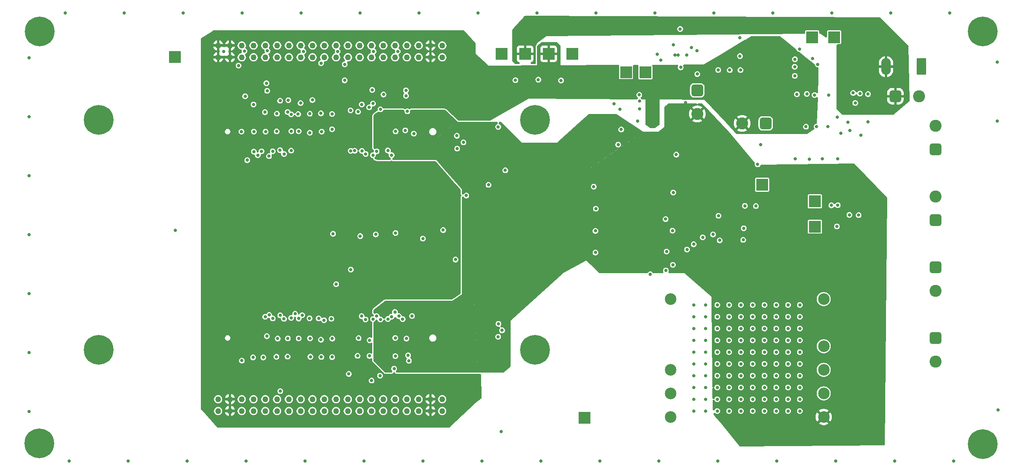
<source format=gbr>
%TF.GenerationSoftware,KiCad,Pcbnew,9.0.0*%
%TF.CreationDate,2025-03-06T02:34:32-05:00*%
%TF.ProjectId,22257_DevBoard,32323235-375f-4446-9576-426f6172642e,rev?*%
%TF.SameCoordinates,Original*%
%TF.FileFunction,Copper,L5,Inr*%
%TF.FilePolarity,Positive*%
%FSLAX46Y46*%
G04 Gerber Fmt 4.6, Leading zero omitted, Abs format (unit mm)*
G04 Created by KiCad (PCBNEW 9.0.0) date 2025-03-06 02:34:32*
%MOMM*%
%LPD*%
G01*
G04 APERTURE LIST*
G04 Aperture macros list*
%AMRoundRect*
0 Rectangle with rounded corners*
0 $1 Rounding radius*
0 $2 $3 $4 $5 $6 $7 $8 $9 X,Y pos of 4 corners*
0 Add a 4 corners polygon primitive as box body*
4,1,4,$2,$3,$4,$5,$6,$7,$8,$9,$2,$3,0*
0 Add four circle primitives for the rounded corners*
1,1,$1+$1,$2,$3*
1,1,$1+$1,$4,$5*
1,1,$1+$1,$6,$7*
1,1,$1+$1,$8,$9*
0 Add four rect primitives between the rounded corners*
20,1,$1+$1,$2,$3,$4,$5,0*
20,1,$1+$1,$4,$5,$6,$7,0*
20,1,$1+$1,$6,$7,$8,$9,0*
20,1,$1+$1,$8,$9,$2,$3,0*%
G04 Aperture macros list end*
%TA.AperFunction,ComponentPad*%
%ADD10RoundRect,0.650000X-0.650000X0.650000X-0.650000X-0.650000X0.650000X-0.650000X0.650000X0.650000X0*%
%TD*%
%TA.AperFunction,ComponentPad*%
%ADD11C,2.600000*%
%TD*%
%TA.AperFunction,ComponentPad*%
%ADD12C,6.400000*%
%TD*%
%TA.AperFunction,ComponentPad*%
%ADD13R,2.500000X2.500000*%
%TD*%
%TA.AperFunction,ComponentPad*%
%ADD14C,1.270000*%
%TD*%
%TA.AperFunction,ComponentPad*%
%ADD15C,2.500000*%
%TD*%
%TA.AperFunction,ComponentPad*%
%ADD16RoundRect,0.650000X0.650000X0.650000X-0.650000X0.650000X-0.650000X-0.650000X0.650000X-0.650000X0*%
%TD*%
%TA.AperFunction,ComponentPad*%
%ADD17RoundRect,0.250001X0.799999X1.549999X-0.799999X1.549999X-0.799999X-1.549999X0.799999X-1.549999X0*%
%TD*%
%TA.AperFunction,ComponentPad*%
%ADD18O,2.100000X3.600000*%
%TD*%
%TA.AperFunction,ComponentPad*%
%ADD19RoundRect,0.650000X-0.650000X-0.650000X0.650000X-0.650000X0.650000X0.650000X-0.650000X0.650000X0*%
%TD*%
%TA.AperFunction,ComponentPad*%
%ADD20RoundRect,0.650000X0.650000X-0.650000X0.650000X0.650000X-0.650000X0.650000X-0.650000X-0.650000X0*%
%TD*%
%TA.AperFunction,ViaPad*%
%ADD21C,0.711200*%
%TD*%
%TA.AperFunction,Conductor*%
%ADD22C,0.381000*%
%TD*%
G04 APERTURE END LIST*
D10*
%TO.N,GND*%
%TO.C,TP4*%
X193040000Y-50800000D03*
D11*
%TO.N,BRD_PPS_IN*%
X193040000Y-55880000D03*
%TD*%
D10*
%TO.N,Net-(U3-OUT)*%
%TO.C,TP9*%
X141732000Y-12700000D03*
D11*
%TO.N,+3.3V*%
X141732000Y-17780000D03*
%TD*%
D12*
%TO.N,GND*%
%TO.C,H8*%
X106780700Y-68580000D03*
%TD*%
D13*
%TO.N,ES_SCK*%
%TO.C,TP16*%
X166468600Y-1245000D03*
%TD*%
%TO.N,ES_SDI*%
%TO.C,TP19*%
X171199800Y-1241600D03*
%TD*%
D12*
%TO.N,GND*%
%TO.C,H10*%
X12800700Y-19050000D03*
%TD*%
%TO.N,GND*%
%TO.C,H1*%
X100000Y0D03*
%TD*%
%TO.N,GND*%
%TO.C,H9*%
X106780700Y-19050000D03*
%TD*%
D14*
%TO.N,+5V*%
%TO.C,J2*%
X38536828Y-5575201D03*
X38536828Y-3035201D03*
X41076828Y-5575201D03*
X41076828Y-3035201D03*
%TO.N,/MicroZed_Headers/34_R19*%
X43616828Y-5575201D03*
%TO.N,/MicroZed_Headers/34_T19*%
X43616828Y-3035201D03*
%TO.N,BRD_PPS_IN*%
X46156828Y-5575201D03*
%TO.N,/MicroZed_Headers/34_T12*%
X46156828Y-3035201D03*
%TO.N,/MicroZed_Headers/34_T10*%
X48696828Y-5575201D03*
%TO.N,/MicroZed_Headers/34_U12*%
X48696828Y-3035201D03*
%TO.N,ES_SDI*%
X51236828Y-5575201D03*
%TO.N,/MicroZed_Headers/34_V12*%
X51236828Y-3035201D03*
%TO.N,/MicroZed_Headers/34_V13*%
X53776828Y-5575201D03*
%TO.N,/MicroZed_Headers/34_W13*%
X53776828Y-3035201D03*
%TO.N,ES_SCK*%
X56316828Y-5575201D03*
%TO.N,/MicroZed_Headers/34_P14*%
X56316828Y-3035201D03*
%TO.N,/MicroZed_Headers/34_T15*%
X58856828Y-5575201D03*
%TO.N,/MicroZed_Headers/34_R14*%
X58856828Y-3035201D03*
%TO.N,ES_CSB*%
X61396828Y-5575201D03*
%TO.N,/MicroZed_Headers/34_W14*%
X61396828Y-3035201D03*
%TO.N,TCXO_SCL*%
X63936828Y-5575201D03*
%TO.N,/MicroZed_Headers/34_V16*%
X63936828Y-3035201D03*
%TO.N,/MicroZed_Headers/34_Y19*%
X66476828Y-5575201D03*
%TO.N,/MicroZed_Headers/34_W16*%
X66476828Y-3035201D03*
%TO.N,TCXO_OE*%
X69016828Y-5575201D03*
%TO.N,/MicroZed_Headers/34_T17*%
X69016828Y-3035201D03*
%TO.N,/MicroZed_Headers/34_R17*%
X71556828Y-5575201D03*
%TO.N,/MicroZed_Headers/34_R18*%
X71556828Y-3035201D03*
%TO.N,TCXO_10MHz*%
X74096828Y-5575201D03*
%TO.N,/MicroZed_Headers/34_W18*%
X74096828Y-3035201D03*
%TO.N,/MicroZed_Headers/34_V18*%
X76636828Y-5575201D03*
%TO.N,/MicroZed_Headers/34_W19*%
X76636828Y-3035201D03*
%TO.N,TCXO_SDA*%
X79176828Y-5575201D03*
%TO.N,/MicroZed_Headers/34_P15*%
X79176828Y-3035201D03*
%TO.N,/MicroZed_Headers/34_P18*%
X81716828Y-5575201D03*
%TO.N,/MicroZed_Headers/34_P16*%
X81716828Y-3035201D03*
%TO.N,+5V*%
X84256828Y-5575201D03*
X84256828Y-3035201D03*
%TO.N,GND*%
X86796828Y-5575201D03*
X86796828Y-3035201D03*
%TD*%
D10*
%TO.N,GND*%
%TO.C,TP5*%
X193040000Y-66040000D03*
D11*
%TO.N,BRD_10MHz_IN*%
X193040000Y-71120000D03*
%TD*%
D13*
%TO.N,ES_SDI*%
%TO.C,TP18*%
X126390800Y-8785978D03*
%TD*%
%TO.N,GND*%
%TO.C,TP14*%
X99574913Y-4822528D03*
%TD*%
%TO.N,GND*%
%TO.C,TP11*%
X155699000Y-33017000D03*
%TD*%
%TO.N,ES_SCK*%
%TO.C,TP15*%
X130553000Y-8810800D03*
%TD*%
%TO.N,ES_SDI*%
%TO.C,TP20*%
X167059600Y-42062800D03*
%TD*%
D12*
%TO.N,GND*%
%TO.C,H2*%
X0Y-88750000D03*
%TD*%
D14*
%TO.N,GND*%
%TO.C,J1*%
X86792588Y-79232316D03*
X86792588Y-81772316D03*
%TO.N,+5V*%
X84252588Y-79232316D03*
X84252588Y-81772316D03*
%TO.N,BRD_10MHz_OUT*%
X81712588Y-79232316D03*
%TO.N,TST_04*%
X81712588Y-81772316D03*
%TO.N,/MicroZed_Headers/35_K16*%
X79172588Y-79232316D03*
%TO.N,TST_03*%
X79172588Y-81772316D03*
%TO.N,BRD_10MHz_IN*%
X76632588Y-79232316D03*
%TO.N,/MicroZed_Headers/35_N16*%
X76632588Y-81772316D03*
%TO.N,/MicroZed_Headers/35_L14*%
X74092588Y-79232316D03*
%TO.N,TOD_OUT*%
X74092588Y-81772316D03*
%TO.N,/MicroZed_Headers/35_G15*%
X71552588Y-79232316D03*
%TO.N,/MicroZed_Headers/35_J14*%
X71552588Y-81772316D03*
%TO.N,/MicroZed_Headers/35_H15*%
X69012588Y-79232316D03*
%TO.N,TOD_IN*%
X69012588Y-81772316D03*
%TO.N,/MicroZed_Headers/35_H20*%
X66472588Y-79232316D03*
%TO.N,/MicroZed_Headers/35_G20*%
X66472588Y-81772316D03*
%TO.N,/MicroZed_Headers/35_J20*%
X63932588Y-79232316D03*
%TO.N,CSAC_Tx*%
X63932588Y-81772316D03*
%TO.N,/MicroZed_Headers/35_M19*%
X61392588Y-79232316D03*
%TO.N,CSAC_Rx*%
X61392588Y-81772316D03*
%TO.N,/MicroZed_Headers/35_F17*%
X58852588Y-79232316D03*
%TO.N,TST_02*%
X58852588Y-81772316D03*
%TO.N,/MicroZed_Headers/35_F16*%
X56312588Y-79232316D03*
%TO.N,TST_01*%
X56312588Y-81772316D03*
%TO.N,/MicroZed_Headers/35_D20*%
X53772588Y-79232316D03*
%TO.N,/MicroZed_Headers/35_D18*%
X53772588Y-81772316D03*
%TO.N,/MicroZed_Headers/35_D19*%
X51232588Y-79232316D03*
%TO.N,CSAC_PPS_IN*%
X51232588Y-81772316D03*
%TO.N,/MicroZed_Headers/35_A20*%
X48692588Y-79232316D03*
%TO.N,/MicroZed_Headers/35_B20*%
X48692588Y-81772316D03*
%TO.N,/MicroZed_Headers/35_B19*%
X46152588Y-79232316D03*
%TO.N,CSAC_Tune*%
X46152588Y-81772316D03*
%TO.N,/MicroZed_Headers/35_J15*%
X43612588Y-79232316D03*
%TO.N,/MicroZed_Headers/35_G14*%
X43612588Y-81772316D03*
%TO.N,+5V*%
X41072588Y-79232316D03*
X41072588Y-81772316D03*
%TO.N,GND*%
X38532588Y-79232316D03*
X38532588Y-81772316D03*
%TD*%
D15*
%TO.N,CSAC_Tune*%
%TO.C,U1*%
X135969000Y-57658000D03*
%TO.N,CSAC_BITE*%
X135969000Y-72898000D03*
%TO.N,CSAC_Tx*%
X135969000Y-77978000D03*
%TO.N,CSAC_Rx*%
X135969000Y-83058000D03*
%TO.N,+3.3V*%
X168969000Y-83058000D03*
%TO.N,GND*%
X168969000Y-77978000D03*
%TO.N,CSAC_PPS_IN*%
X168969000Y-72898000D03*
%TO.N,CSAC_PPS_OUT*%
X168969000Y-67818000D03*
%TO.N,CSAC_RF_OUT*%
X168969000Y-57658000D03*
%TD*%
D16*
%TO.N,Net-(U5-IN+)*%
%TO.C,TP10*%
X156464000Y-19812000D03*
D11*
%TO.N,+5V*%
X151384000Y-19812000D03*
%TD*%
D13*
%TO.N,+12V*%
%TO.C,TP1*%
X104648000Y-4826000D03*
%TD*%
%TO.N,+3.3V*%
%TO.C,TP3*%
X114808000Y-4826000D03*
%TD*%
D17*
%TO.N,GND*%
%TO.C,J3*%
X189992000Y-7587500D03*
D18*
%TO.N,+12V*%
X182372000Y-7587500D03*
%TD*%
D19*
%TO.N,+12V*%
%TO.C,TP8*%
X184404000Y-13970000D03*
D11*
%TO.N,GND*%
X189484000Y-13970000D03*
%TD*%
D12*
%TO.N,GND*%
%TO.C,H11*%
X12800700Y-68580000D03*
%TD*%
D20*
%TO.N,BRD_10MHz_OUT*%
%TO.C,TP7*%
X193040000Y-40640000D03*
D11*
%TO.N,GND*%
X193040000Y-35560000D03*
%TD*%
D13*
%TO.N,GND*%
%TO.C,TP12*%
X117449600Y-83210400D03*
%TD*%
%TO.N,+5V*%
%TO.C,TP2*%
X109728000Y-4826000D03*
%TD*%
D12*
%TO.N,GND*%
%TO.C,H3*%
X203200000Y0D03*
%TD*%
D13*
%TO.N,ES_SCK*%
%TO.C,TP17*%
X167056200Y-36598400D03*
%TD*%
D20*
%TO.N,BRD_PPS_OUT*%
%TO.C,TP6*%
X193040000Y-25400000D03*
D11*
%TO.N,GND*%
X193040000Y-20320000D03*
%TD*%
D12*
%TO.N,GND*%
%TO.C,H4*%
X203200000Y-88900000D03*
%TD*%
D13*
%TO.N,GND*%
%TO.C,TP13*%
X29207000Y-5541000D03*
%TD*%
D21*
%TO.N,GND*%
X175768000Y-15417800D03*
X71729600Y-12598400D03*
X48260000Y-70231000D03*
X165887400Y-27508200D03*
X163832800Y-64008000D03*
X140972800Y-74168000D03*
X100380800Y-29921200D03*
X107213400Y3962400D03*
X140972800Y-76708000D03*
X73406000Y-74168000D03*
X163832800Y-61468000D03*
X63119000Y-66167000D03*
X129235200Y-13665200D03*
X29337000Y-42849800D03*
X60756800Y-70129400D03*
X78994000Y-13868400D03*
X151132800Y-58928000D03*
X-2184400Y-31064200D03*
X94513400Y3962400D03*
X150926800Y-5308600D03*
X151993600Y-37592000D03*
X56413400Y3962400D03*
X196977000Y-92557600D03*
X158752800Y-81788000D03*
X153672800Y-76708000D03*
X125349000Y-21132800D03*
X146177000Y-92557600D03*
X102565200Y-10515600D03*
X136398000Y-42926000D03*
X153672800Y-61468000D03*
X153672800Y-58928000D03*
X112395000Y-10566400D03*
X167436800Y-20497800D03*
X140972800Y-81788000D03*
X161292800Y-69088000D03*
X44196000Y-4241800D03*
X56896000Y-4318000D03*
X76758800Y-21539200D03*
X156212800Y-64008000D03*
X48742600Y-21590000D03*
X89941400Y-22479000D03*
X143512800Y-69088000D03*
X162737800Y-9575800D03*
X158752800Y-76708000D03*
X58394600Y-70078600D03*
X146052800Y-71628000D03*
X31877000Y-92557600D03*
X158752800Y-69088000D03*
X184277000Y-92557600D03*
X137617200Y-5081000D03*
X153672800Y-64008000D03*
X95377000Y-92557600D03*
X143512800Y-79248000D03*
X206324200Y-19354800D03*
X163832800Y-79248000D03*
X71170800Y-66522600D03*
X163832800Y-81788000D03*
X64262000Y-4318000D03*
X-2184400Y-5664200D03*
X161292800Y-76708000D03*
X-2184400Y-43764200D03*
X99695000Y-64389000D03*
X148592800Y-71628000D03*
X128854200Y-19329400D03*
X163832800Y-69088000D03*
X176479200Y-39573200D03*
X145313400Y3962400D03*
X151132800Y-79248000D03*
X143512800Y-58928000D03*
X153672800Y-81788000D03*
X72466200Y-43738800D03*
X161292800Y-61468000D03*
X151132800Y-76708000D03*
X161292800Y-66548000D03*
X6477000Y-92557600D03*
X54305200Y-21488400D03*
X165125400Y-20523200D03*
X156212800Y-66548000D03*
X148592800Y-64008000D03*
X136601200Y-2895600D03*
X148592800Y-76708000D03*
X68554600Y-69875400D03*
X156212800Y-61468000D03*
X42926000Y-7366000D03*
X140972800Y-66548000D03*
X108077000Y-92557600D03*
X120777000Y-92557600D03*
X76733400Y-43434000D03*
X43713400Y3962400D03*
X150901400Y-1346200D03*
X60706000Y-6858000D03*
X145135600Y-43738800D03*
X146052800Y-74168000D03*
X156212800Y-74168000D03*
X98907600Y-62992000D03*
X39751000Y-4318000D03*
X140972800Y-79248000D03*
X134975600Y-51485800D03*
X148717000Y-8331200D03*
X44577000Y-92557600D03*
X69113400Y3962400D03*
X133883400Y-6172200D03*
X80670400Y-22021800D03*
X151132800Y-81788000D03*
X89662000Y-49149000D03*
X134899400Y-40436800D03*
X57277000Y-92557600D03*
X-2184400Y-69164200D03*
X161292800Y-71628000D03*
X55880000Y-66141600D03*
X53492400Y-70053200D03*
X171932600Y-27482800D03*
X91363800Y-23901400D03*
X153672800Y-69088000D03*
X140972800Y-58928000D03*
X161292800Y-79248000D03*
X58273448Y-21812752D03*
X167005000Y-13716000D03*
X79451200Y-69773800D03*
X163832800Y-76708000D03*
X162864800Y-27406600D03*
X82626200Y-44635800D03*
X132613400Y3962400D03*
X142900400Y-44348400D03*
X146052800Y-79248000D03*
X60833000Y-21590000D03*
X74142600Y-13589000D03*
X148592800Y-69088000D03*
X174167800Y-19583400D03*
X51358800Y-66167000D03*
X206324200Y-6654800D03*
X43637200Y-70916800D03*
X143512800Y-74168000D03*
X71120000Y-69900800D03*
X156212800Y-79248000D03*
X172618400Y-21971000D03*
X136880600Y-5081000D03*
X163832800Y-66548000D03*
X58826400Y-14782800D03*
X46050200Y-70231000D03*
X58273448Y-17719248D03*
X171983400Y-37439600D03*
X146052800Y-64008000D03*
X169849800Y-20497800D03*
X68783200Y-66065400D03*
X129286000Y-14986000D03*
X143512800Y-66548000D03*
X148592800Y-61468000D03*
X151028400Y-8331200D03*
X156212800Y-69088000D03*
X71069200Y-16357600D03*
X133477000Y-92557600D03*
X206527400Y-81559400D03*
X71577200Y-75209400D03*
X96774000Y-33045400D03*
X43561000Y-21590000D03*
X69138800Y-44094400D03*
X146052800Y-66548000D03*
X129311400Y-16687800D03*
X174498000Y-39522400D03*
X18313400Y3962400D03*
X161292800Y-81788000D03*
X153672800Y-71628000D03*
X65786000Y-10541000D03*
X143512800Y-81788000D03*
X137210800Y-26543000D03*
X-2184400Y-56464200D03*
X168706800Y-27482800D03*
X146052800Y-76708000D03*
X148592800Y-79248000D03*
X158752800Y-64008000D03*
X69977000Y-92557600D03*
X176758600Y-13385800D03*
X163728400Y-3784600D03*
X151132800Y-71628000D03*
X153672800Y-79248000D03*
X140972800Y-64008000D03*
X161292800Y-74168000D03*
X78841600Y-21336000D03*
X146227800Y-8305800D03*
X136474200Y-50292000D03*
X44352540Y-13970000D03*
X58318400Y-66116200D03*
X141630400Y-4191000D03*
X158877000Y-92557600D03*
X156212800Y-76708000D03*
X81813400Y3962400D03*
X73482200Y-62052200D03*
X156212800Y-81788000D03*
X-2184400Y-81864200D03*
X68656200Y-17297400D03*
X143512800Y-61468000D03*
X-2184400Y-18364200D03*
X175310800Y-13258800D03*
X86995000Y-42799000D03*
X161292800Y-58928000D03*
X156212800Y-58928000D03*
X77216000Y-4318000D03*
X91973400Y-35356800D03*
X19177000Y-92557600D03*
X90017600Y-25247600D03*
X51079400Y-70078600D03*
X146052800Y-81788000D03*
X79095600Y-66167000D03*
X73482200Y-16789400D03*
X99466400Y-86233000D03*
X143512800Y-64008000D03*
X158752800Y-61468000D03*
X151132800Y-61468000D03*
X171577000Y-92557600D03*
X131597400Y-52298600D03*
X48615600Y-17399000D03*
X174599600Y-21386800D03*
X133096000Y-4927600D03*
X151132800Y-66548000D03*
X63073448Y-21082000D03*
X76708000Y-69951600D03*
X76606400Y-60426600D03*
X53543200Y-66141600D03*
X51917600Y-77495400D03*
X170713400Y3962400D03*
X80289400Y-61315600D03*
X148592800Y-58928000D03*
X139496800Y-5081000D03*
X153672800Y-66548000D03*
X76682600Y-66040000D03*
X158752800Y-74168000D03*
X136550400Y-34696400D03*
X140972800Y-61468000D03*
X143512800Y-71628000D03*
X140487400Y-3454400D03*
X63271400Y-43586400D03*
X162712400Y-7620000D03*
X151132800Y-74168000D03*
X163195000Y-13538200D03*
X140972800Y-71628000D03*
X161292800Y-64008000D03*
X158752800Y-79248000D03*
X148592800Y-66548000D03*
X183413400Y3962400D03*
X163832800Y-74168000D03*
X66675000Y-73787000D03*
X153672800Y-74168000D03*
X135128000Y-47413800D03*
X151132800Y-64008000D03*
X53492400Y-17373600D03*
X163832800Y-58928000D03*
X62915800Y-61899800D03*
X51181000Y-17729200D03*
X151132800Y-69088000D03*
X65781860Y-7086600D03*
X119913400Y3962400D03*
X63073448Y-17790552D03*
X72009000Y-4318000D03*
X55753000Y-17805400D03*
X107492800Y-10388600D03*
X49149000Y-4191000D03*
X163832800Y-71628000D03*
X148592800Y-74168000D03*
X51130200Y-21539200D03*
X158752800Y-58928000D03*
X58216800Y-61798200D03*
X60673448Y-66421000D03*
X148592800Y-81788000D03*
X56286400Y-15443200D03*
X165328600Y-13462000D03*
X138049000Y533400D03*
X140970000Y-45847000D03*
X63093600Y-70154800D03*
X55880000Y-61849000D03*
X170053000Y-13690600D03*
X79273400Y-17221200D03*
X156212800Y-71628000D03*
X146052800Y-69088000D03*
X146052800Y-58928000D03*
X46228000Y-21590000D03*
X60676460Y-17653000D03*
X141732000Y-9194800D03*
X154355800Y-37617400D03*
X158752800Y-71628000D03*
X5613400Y3962400D03*
X140972800Y-69088000D03*
X139522200Y-46990000D03*
X138150600Y-7747000D03*
X170611800Y-37465000D03*
X158013400Y3962400D03*
X158752800Y-66548000D03*
X196113400Y3962400D03*
X31013400Y3962400D03*
X162763200Y-5994400D03*
X53644800Y-14808200D03*
X48920400Y-11150600D03*
X98831400Y-65786000D03*
X82677000Y-92557600D03*
X143512800Y-76708000D03*
X49025649Y-65661194D03*
X60172600Y-61823600D03*
X55873448Y-21507248D03*
X146052800Y-61468000D03*
%TO.N,Net-(U4-SW)*%
X171856400Y-18491200D03*
X176961800Y-22402800D03*
%TO.N,/MicroZed_Headers/34_P14*%
X51866800Y-25577800D03*
%TO.N,/MicroZed_Headers/34_V12*%
X49479200Y-26873200D03*
%TO.N,+5V*%
X43307000Y-16129000D03*
X65852600Y-66040000D03*
X155575000Y-7747000D03*
X36728400Y-42926000D03*
X157353000Y-3937000D03*
X84328000Y-76962000D03*
X65913000Y-17780000D03*
X65913000Y-21590000D03*
X84328000Y-83693000D03*
X157353000Y-2667000D03*
X132892800Y-19253200D03*
X154305000Y-7747000D03*
X131826000Y-18034000D03*
X157353000Y-1397000D03*
X65913000Y-70527800D03*
X65913000Y-62103000D03*
X35509200Y-41706800D03*
X157861000Y-7747000D03*
X65913000Y-26035000D03*
X156718000Y-7747000D03*
X157353000Y-5207000D03*
X167360600Y-9271000D03*
X48414566Y-66353797D03*
X35560000Y-44145200D03*
%TO.N,+3.3V*%
X121666000Y-18796000D03*
X124358400Y-40690800D03*
X124358400Y-36441000D03*
X87500000Y-25500000D03*
X173355000Y-35560000D03*
X139192000Y-18542000D03*
X119634000Y-18796000D03*
X138811000Y-19431000D03*
X128117600Y-36576000D03*
X87000000Y-22500000D03*
X135763000Y-19431000D03*
X174244000Y-83185000D03*
X171958000Y-82042000D03*
X86500000Y-24000000D03*
X128143000Y-45974000D03*
X124307600Y-30988000D03*
X150622000Y-40132000D03*
X153289000Y-40640000D03*
X120116600Y-25755600D03*
X127533400Y-27330400D03*
X124358400Y-45974000D03*
X128473200Y-31242000D03*
X118618000Y-18796000D03*
X74273448Y-21767800D03*
X139192000Y-15367000D03*
X97000000Y-66000000D03*
X139192000Y-16383000D03*
X128219200Y-40792400D03*
X136906000Y-19431000D03*
X171069000Y-35306000D03*
X120650000Y-18796000D03*
X74269600Y-61595000D03*
X176403000Y-35560000D03*
X74295000Y-17551400D03*
X74500000Y-66000000D03*
X137922000Y-19431000D03*
X97000000Y-63000000D03*
X74000000Y-70000000D03*
X81457800Y-65557400D03*
X174498000Y-35560000D03*
X95500000Y-64500000D03*
X176276000Y-83185000D03*
X139192000Y-17526000D03*
X73482200Y-26670000D03*
X73500000Y-66000000D03*
X91389200Y-47548800D03*
X171958000Y-83947000D03*
X155702000Y-40513000D03*
%TO.N,ES_SDI*%
X154736800Y-28651200D03*
X123799600Y-15595600D03*
X98856800Y-20548600D03*
X167690800Y-7112000D03*
X49098200Y-12801600D03*
%TO.N,ES_SCK*%
X155397200Y-24384000D03*
X125095000Y-16814800D03*
X166573200Y-5892800D03*
X124688600Y-24384000D03*
X51873448Y-14935200D03*
%TO.N,ES_CSB*%
X171805600Y-42011600D03*
X54273448Y-17862552D03*
%TO.N,BRD_PPS_OUT*%
X67106800Y-51308000D03*
%TO.N,BRD_10MHz_OUT*%
X79616300Y-70954900D03*
%TO.N,BRD_PPS_IN*%
X44805600Y-27736800D03*
X46156828Y-15746543D03*
%TO.N,BRD_10MHz_IN*%
X76428600Y-72644000D03*
%TO.N,CSAC_PPS_IN*%
X51892200Y-61163200D03*
%TO.N,CSAC_Tune*%
X49530000Y-61087000D03*
%TO.N,CSAC_RF_OUT*%
X63957200Y-54457600D03*
%TO.N,CSAC_Rx*%
X56642000Y-61132460D03*
%TO.N,CSAC_Tx*%
X69443600Y-61341000D03*
%TO.N,CSAC_PPS_OUT*%
X61340175Y-62226888D03*
%TO.N,TCXO_OE*%
X69469000Y-15748000D03*
X151638000Y-44907200D03*
%TO.N,TCXO_10MHz*%
X71873448Y-15544800D03*
X146304000Y-39725600D03*
%TO.N,TCXO_SDA*%
X151739600Y-42418000D03*
X78994000Y-12700000D03*
%TO.N,TCXO_SCL*%
X67056000Y-17018000D03*
X146558000Y-45008800D03*
%TO.N,TST_01*%
X54254400Y-61722000D03*
X119430800Y-33426400D03*
%TO.N,TST_02*%
X55118000Y-60833000D03*
X119888000Y-38201600D03*
%TO.N,TST_03*%
X119786400Y-42976800D03*
X77444600Y-61341000D03*
%TO.N,TST_04*%
X78287965Y-61970835D03*
X119803600Y-47630800D03*
%TO.N,/MicroZed_Headers/35_N16*%
X75881958Y-61468000D03*
%TO.N,/MicroZed_Headers/35_D18*%
X52710812Y-61919295D03*
%TO.N,/MicroZed_Headers/35_J14*%
X72681493Y-61341000D03*
%TO.N,/MicroZed_Headers/35_G14*%
X48668372Y-61469675D03*
%TO.N,/MicroZed_Headers/35_G20*%
X70281800Y-62052200D03*
%TO.N,TOD_IN*%
X71882000Y-61976000D03*
%TO.N,/MicroZed_Headers/35_B20*%
X50302570Y-61829798D03*
%TO.N,TOD_OUT*%
X75082400Y-61950600D03*
%TO.N,/MicroZed_Headers/34_W13*%
X50297165Y-25811565D03*
%TO.N,/MicroZed_Headers/34_W19*%
X72680866Y-25830663D03*
%TO.N,/MicroZed_Headers/34_T12*%
X47078900Y-26670000D03*
%TO.N,/MicroZed_Headers/34_W16*%
X67945000Y-25704800D03*
%TO.N,/MicroZed_Headers/34_W18*%
X71856600Y-26670000D03*
%TO.N,/MicroZed_Headers/34_P16*%
X75900365Y-26670000D03*
%TO.N,/MicroZed_Headers/34_R18*%
X70299665Y-26416000D03*
%TO.N,/MicroZed_Headers/34_T19*%
X46228000Y-25882600D03*
%TO.N,/MicroZed_Headers/34_T17*%
X69494400Y-25730200D03*
%TO.N,/MicroZed_Headers/34_R14*%
X52730014Y-26416000D03*
%TO.N,/MicroZed_Headers/34_U12*%
X47876886Y-25824921D03*
%TO.N,/MicroZed_Headers/34_V16*%
X67081400Y-25730200D03*
%TO.N,/MicroZed_Headers/34_W14*%
X54254400Y-25679400D03*
%TO.N,/MicroZed_Headers/34_P15*%
X75082400Y-25628600D03*
%TO.N,Net-(U5-IN+)*%
X178500000Y-19500000D03*
X178500000Y-13500000D03*
%TD*%
D22*
%TO.N,+5V*%
X84252588Y-80442588D02*
X84328000Y-80518000D01*
X84252588Y-79232316D02*
X84252588Y-80442588D01*
X84328000Y-80518000D02*
X85090000Y-80518000D01*
%TD*%
%TA.AperFunction,Conductor*%
%TO.N,+3.3V*%
G36*
X124227610Y-17799258D02*
G01*
X124268997Y-17821085D01*
X130048000Y-21590000D01*
X116768114Y-30768742D01*
X116362184Y-24323910D01*
X124078500Y-24323910D01*
X124078500Y-24444090D01*
X124090169Y-24502755D01*
X124101945Y-24561958D01*
X124147937Y-24672993D01*
X124147938Y-24672995D01*
X124214703Y-24772915D01*
X124299684Y-24857896D01*
X124399604Y-24924661D01*
X124399606Y-24924662D01*
X124399609Y-24924664D01*
X124510640Y-24970654D01*
X124628510Y-24994100D01*
X124628513Y-24994100D01*
X124748687Y-24994100D01*
X124748690Y-24994100D01*
X124866560Y-24970654D01*
X124977591Y-24924664D01*
X125077516Y-24857896D01*
X125162496Y-24772916D01*
X125229264Y-24672991D01*
X125275254Y-24561960D01*
X125298700Y-24444090D01*
X125298700Y-24323910D01*
X125275254Y-24206040D01*
X125229264Y-24095009D01*
X125162496Y-23995084D01*
X125077516Y-23910104D01*
X125077515Y-23910103D01*
X124977595Y-23843338D01*
X124977593Y-23843337D01*
X124866558Y-23797345D01*
X124807355Y-23785569D01*
X124748690Y-23773900D01*
X124628510Y-23773900D01*
X124578192Y-23783908D01*
X124510641Y-23797345D01*
X124399606Y-23843337D01*
X124399604Y-23843338D01*
X124299684Y-23910103D01*
X124214703Y-23995084D01*
X124147938Y-24095004D01*
X124147937Y-24095006D01*
X124101945Y-24206041D01*
X124086279Y-24284799D01*
X124078500Y-24323910D01*
X116362184Y-24323910D01*
X116157406Y-21072710D01*
X124738900Y-21072710D01*
X124738900Y-21192890D01*
X124750569Y-21251555D01*
X124762345Y-21310758D01*
X124808337Y-21421793D01*
X124808338Y-21421795D01*
X124875103Y-21521715D01*
X124960084Y-21606696D01*
X125060004Y-21673461D01*
X125060006Y-21673462D01*
X125060009Y-21673464D01*
X125171040Y-21719454D01*
X125288910Y-21742900D01*
X125288913Y-21742900D01*
X125409087Y-21742900D01*
X125409090Y-21742900D01*
X125526960Y-21719454D01*
X125637991Y-21673464D01*
X125737916Y-21606696D01*
X125822896Y-21521716D01*
X125889664Y-21421791D01*
X125935654Y-21310760D01*
X125959100Y-21192890D01*
X125959100Y-21072710D01*
X125935654Y-20954840D01*
X125889664Y-20843809D01*
X125822896Y-20743884D01*
X125737916Y-20658904D01*
X125737915Y-20658903D01*
X125637995Y-20592138D01*
X125637993Y-20592137D01*
X125526958Y-20546145D01*
X125467755Y-20534369D01*
X125409090Y-20522700D01*
X125288910Y-20522700D01*
X125238592Y-20532708D01*
X125171041Y-20546145D01*
X125060006Y-20592137D01*
X125060004Y-20592138D01*
X124960084Y-20658903D01*
X124875103Y-20743884D01*
X124808338Y-20843804D01*
X124808337Y-20843806D01*
X124762345Y-20954841D01*
X124746679Y-21033599D01*
X124738900Y-21072710D01*
X116157406Y-21072710D01*
X116078000Y-19812015D01*
X116079296Y-19810847D01*
X118292107Y-17843905D01*
X118377265Y-17793976D01*
X118460191Y-17780000D01*
X124130791Y-17780000D01*
X124227610Y-17799258D01*
G37*
%TD.AperFunction*%
%TD*%
%TA.AperFunction,Conductor*%
%TO.N,+3.3V*%
G36*
X78507580Y-16910258D02*
G01*
X78589659Y-16965102D01*
X78644503Y-17047181D01*
X78663761Y-17144000D01*
X78663300Y-17153385D01*
X78663300Y-17161110D01*
X78663300Y-17281290D01*
X78673002Y-17330063D01*
X78686745Y-17399158D01*
X78732737Y-17510193D01*
X78732738Y-17510195D01*
X78799503Y-17610115D01*
X78884484Y-17695096D01*
X78984404Y-17761861D01*
X78984406Y-17761862D01*
X78984409Y-17761864D01*
X79095440Y-17807854D01*
X79213310Y-17831300D01*
X79213313Y-17831300D01*
X79333487Y-17831300D01*
X79333490Y-17831300D01*
X79451360Y-17807854D01*
X79562391Y-17761864D01*
X79662316Y-17695096D01*
X79747296Y-17610116D01*
X79814064Y-17510191D01*
X79860054Y-17399160D01*
X79883500Y-17281290D01*
X79883500Y-17161110D01*
X79883500Y-17148681D01*
X79886238Y-17148681D01*
X79893934Y-17070556D01*
X79940469Y-16983497D01*
X80016777Y-16920873D01*
X80111243Y-16892218D01*
X80136039Y-16891000D01*
X87269776Y-16891000D01*
X87366595Y-16910258D01*
X87440491Y-16957278D01*
X90221593Y-19500000D01*
X90000000Y-19500000D01*
X85500000Y-23000000D01*
X85500000Y-27686000D01*
X76310097Y-27686000D01*
X76213278Y-27666742D01*
X76131199Y-27611898D01*
X76076355Y-27529819D01*
X76057097Y-27433000D01*
X76076355Y-27336181D01*
X76131199Y-27254102D01*
X76179497Y-27218282D01*
X76179021Y-27217570D01*
X76216777Y-27192341D01*
X76289281Y-27143896D01*
X76374261Y-27058916D01*
X76441029Y-26958991D01*
X76487019Y-26847960D01*
X76510465Y-26730090D01*
X76510465Y-26609910D01*
X76487019Y-26492040D01*
X76441029Y-26381009D01*
X76434558Y-26371325D01*
X76374261Y-26281084D01*
X76289280Y-26196103D01*
X76189360Y-26129338D01*
X76189358Y-26129337D01*
X76078323Y-26083345D01*
X76019120Y-26071569D01*
X75960455Y-26059900D01*
X75926943Y-26059900D01*
X75830124Y-26040642D01*
X75748045Y-25985798D01*
X75693201Y-25903719D01*
X75673943Y-25806900D01*
X75678804Y-25757543D01*
X75685974Y-25721496D01*
X75692500Y-25688690D01*
X75692500Y-25568510D01*
X75669054Y-25450640D01*
X75623064Y-25339609D01*
X75623061Y-25339604D01*
X75623060Y-25339602D01*
X75607055Y-25315649D01*
X75607052Y-25315646D01*
X75556296Y-25239684D01*
X75471316Y-25154704D01*
X75471315Y-25154703D01*
X75371395Y-25087938D01*
X75371393Y-25087937D01*
X75260358Y-25041945D01*
X75201155Y-25030169D01*
X75142490Y-25018500D01*
X75022310Y-25018500D01*
X74971992Y-25028508D01*
X74904441Y-25041945D01*
X74793406Y-25087937D01*
X74793404Y-25087938D01*
X74693484Y-25154703D01*
X74608503Y-25239684D01*
X74541738Y-25339604D01*
X74541737Y-25339606D01*
X74495745Y-25450641D01*
X74480557Y-25527000D01*
X74472300Y-25568510D01*
X74472300Y-25688690D01*
X74478826Y-25721496D01*
X74495745Y-25806558D01*
X74495746Y-25806560D01*
X74530619Y-25890753D01*
X74541737Y-25917593D01*
X74541738Y-25917595D01*
X74608503Y-26017515D01*
X74693484Y-26102496D01*
X74793404Y-26169261D01*
X74793406Y-26169262D01*
X74793409Y-26169264D01*
X74904440Y-26215254D01*
X75022310Y-26238700D01*
X75022313Y-26238700D01*
X75055822Y-26238700D01*
X75152641Y-26257958D01*
X75234720Y-26312802D01*
X75289564Y-26394881D01*
X75308822Y-26491700D01*
X75303961Y-26541055D01*
X75290265Y-26609910D01*
X75290265Y-26730090D01*
X75301934Y-26788755D01*
X75313710Y-26847958D01*
X75359702Y-26958993D01*
X75359703Y-26958995D01*
X75426468Y-27058915D01*
X75511449Y-27143896D01*
X75621709Y-27217570D01*
X75620846Y-27218861D01*
X75686201Y-27272494D01*
X75732737Y-27359552D01*
X75742415Y-27457792D01*
X75713762Y-27552258D01*
X75651139Y-27628568D01*
X75564081Y-27675104D01*
X75490633Y-27686000D01*
X72933435Y-27686000D01*
X72863931Y-27676266D01*
X72382310Y-27538660D01*
X72294507Y-27493544D01*
X72230652Y-27418262D01*
X72200468Y-27324274D01*
X72208548Y-27225890D01*
X72253664Y-27138087D01*
X72272916Y-27116496D01*
X72330496Y-27058916D01*
X72397264Y-26958991D01*
X72443254Y-26847960D01*
X72466700Y-26730090D01*
X72466700Y-26693763D01*
X72485958Y-26596944D01*
X72540802Y-26514865D01*
X72622881Y-26460021D01*
X72719700Y-26440763D01*
X72740953Y-26440763D01*
X72740956Y-26440763D01*
X72858826Y-26417317D01*
X72969857Y-26371327D01*
X73069782Y-26304559D01*
X73154762Y-26219579D01*
X73221530Y-26119654D01*
X73267520Y-26008623D01*
X73290966Y-25890753D01*
X73290966Y-25770573D01*
X73267520Y-25652703D01*
X73221530Y-25541672D01*
X73218136Y-25536593D01*
X73154762Y-25441747D01*
X73069781Y-25356766D01*
X72969861Y-25290001D01*
X72969859Y-25290000D01*
X72858824Y-25244008D01*
X72799621Y-25232232D01*
X72740956Y-25220563D01*
X72620776Y-25220563D01*
X72570458Y-25230571D01*
X72502907Y-25244008D01*
X72391870Y-25290001D01*
X72381251Y-25295677D01*
X72286784Y-25324327D01*
X72188545Y-25314646D01*
X72101488Y-25268107D01*
X72038867Y-25191795D01*
X72010217Y-25097328D01*
X72009000Y-25072544D01*
X72009000Y-21479110D01*
X76148700Y-21479110D01*
X76148700Y-21599290D01*
X76160369Y-21657955D01*
X76172145Y-21717158D01*
X76218137Y-21828193D01*
X76218138Y-21828195D01*
X76284903Y-21928115D01*
X76369884Y-22013096D01*
X76469804Y-22079861D01*
X76469806Y-22079862D01*
X76469809Y-22079864D01*
X76580840Y-22125854D01*
X76698710Y-22149300D01*
X76698713Y-22149300D01*
X76818887Y-22149300D01*
X76818890Y-22149300D01*
X76936760Y-22125854D01*
X77047791Y-22079864D01*
X77147716Y-22013096D01*
X77199102Y-21961710D01*
X80060300Y-21961710D01*
X80060300Y-22081890D01*
X80061930Y-22090084D01*
X80083745Y-22199758D01*
X80083746Y-22199760D01*
X80125697Y-22301041D01*
X80129737Y-22310793D01*
X80129738Y-22310795D01*
X80196503Y-22410715D01*
X80281484Y-22495696D01*
X80381404Y-22562461D01*
X80381406Y-22562462D01*
X80381409Y-22562464D01*
X80492440Y-22608454D01*
X80610310Y-22631900D01*
X80610313Y-22631900D01*
X80730487Y-22631900D01*
X80730490Y-22631900D01*
X80848360Y-22608454D01*
X80959391Y-22562464D01*
X81059316Y-22495696D01*
X81144296Y-22410716D01*
X81211064Y-22310791D01*
X81257054Y-22199760D01*
X81280500Y-22081890D01*
X81280500Y-21961710D01*
X81257054Y-21843840D01*
X81211064Y-21732809D01*
X81205789Y-21724915D01*
X81148794Y-21639616D01*
X81144296Y-21632884D01*
X81059316Y-21547904D01*
X81059315Y-21547903D01*
X81004811Y-21511484D01*
X83995148Y-21511484D01*
X83995148Y-21664797D01*
X84025057Y-21815165D01*
X84025058Y-21815166D01*
X84071844Y-21928115D01*
X84083727Y-21956804D01*
X84168903Y-22084278D01*
X84277311Y-22192686D01*
X84404785Y-22277862D01*
X84546422Y-22336530D01*
X84546423Y-22336531D01*
X84546424Y-22336531D01*
X84546426Y-22336532D01*
X84696792Y-22366441D01*
X84850104Y-22366441D01*
X85000470Y-22336532D01*
X85142111Y-22277862D01*
X85269585Y-22192686D01*
X85377993Y-22084278D01*
X85463169Y-21956804D01*
X85521839Y-21815163D01*
X85551748Y-21664797D01*
X85551748Y-21511485D01*
X85521839Y-21361119D01*
X85463169Y-21219478D01*
X85377993Y-21092004D01*
X85269585Y-20983596D01*
X85142111Y-20898420D01*
X85054435Y-20862103D01*
X85000473Y-20839751D01*
X85000472Y-20839750D01*
X84850104Y-20809841D01*
X84696792Y-20809841D01*
X84546423Y-20839750D01*
X84546422Y-20839751D01*
X84404784Y-20898420D01*
X84277309Y-20983597D01*
X84168904Y-21092002D01*
X84083727Y-21219477D01*
X84025058Y-21361115D01*
X84025057Y-21361116D01*
X83995148Y-21511484D01*
X81004811Y-21511484D01*
X80959395Y-21481138D01*
X80959393Y-21481137D01*
X80954504Y-21479112D01*
X80848360Y-21435146D01*
X80848358Y-21435145D01*
X80789155Y-21423369D01*
X80730490Y-21411700D01*
X80610310Y-21411700D01*
X80559992Y-21421708D01*
X80492441Y-21435145D01*
X80381406Y-21481137D01*
X80381404Y-21481138D01*
X80281484Y-21547903D01*
X80196503Y-21632884D01*
X80129738Y-21732804D01*
X80129737Y-21732806D01*
X80083745Y-21843841D01*
X80074097Y-21892346D01*
X80060300Y-21961710D01*
X77199102Y-21961710D01*
X77232696Y-21928116D01*
X77299464Y-21828191D01*
X77345454Y-21717160D01*
X77368900Y-21599290D01*
X77368900Y-21479110D01*
X77345454Y-21361240D01*
X77310110Y-21275910D01*
X78231500Y-21275910D01*
X78231500Y-21396090D01*
X78234605Y-21411700D01*
X78254945Y-21513958D01*
X78254946Y-21513960D01*
X78290290Y-21599290D01*
X78300937Y-21624993D01*
X78300938Y-21624995D01*
X78367703Y-21724915D01*
X78452684Y-21809896D01*
X78552604Y-21876661D01*
X78552606Y-21876662D01*
X78552609Y-21876664D01*
X78663640Y-21922654D01*
X78781510Y-21946100D01*
X78781513Y-21946100D01*
X78901687Y-21946100D01*
X78901690Y-21946100D01*
X79019560Y-21922654D01*
X79130591Y-21876664D01*
X79230516Y-21809896D01*
X79315496Y-21724916D01*
X79382264Y-21624991D01*
X79428254Y-21513960D01*
X79451700Y-21396090D01*
X79451700Y-21275910D01*
X79428254Y-21158040D01*
X79382264Y-21047009D01*
X79315496Y-20947084D01*
X79230516Y-20862104D01*
X79230515Y-20862103D01*
X79130595Y-20795338D01*
X79130593Y-20795337D01*
X79019558Y-20749345D01*
X78960355Y-20737569D01*
X78901690Y-20725900D01*
X78781510Y-20725900D01*
X78731192Y-20735908D01*
X78663641Y-20749345D01*
X78552606Y-20795337D01*
X78552604Y-20795338D01*
X78452684Y-20862103D01*
X78367703Y-20947084D01*
X78300938Y-21047004D01*
X78300937Y-21047006D01*
X78254945Y-21158041D01*
X78242725Y-21219477D01*
X78231500Y-21275910D01*
X77310110Y-21275910D01*
X77299464Y-21250209D01*
X77232696Y-21150284D01*
X77147716Y-21065304D01*
X77120336Y-21047009D01*
X77047795Y-20998538D01*
X77047793Y-20998537D01*
X77011724Y-20983597D01*
X76936760Y-20952546D01*
X76936758Y-20952545D01*
X76877555Y-20940769D01*
X76818890Y-20929100D01*
X76698710Y-20929100D01*
X76648392Y-20939108D01*
X76580841Y-20952545D01*
X76469806Y-20998537D01*
X76469804Y-20998538D01*
X76369884Y-21065303D01*
X76284903Y-21150284D01*
X76218138Y-21250204D01*
X76218137Y-21250206D01*
X76172145Y-21361241D01*
X76162109Y-21411700D01*
X76148700Y-21479110D01*
X72009000Y-21479110D01*
X72009000Y-18153891D01*
X72028258Y-18057072D01*
X72083102Y-17974993D01*
X72101791Y-17958080D01*
X72256744Y-17831300D01*
X72869953Y-17329583D01*
X72957078Y-17283182D01*
X73055332Y-17273653D01*
X73149754Y-17302449D01*
X73170710Y-17315030D01*
X73193209Y-17330064D01*
X73304240Y-17376054D01*
X73422110Y-17399500D01*
X73422113Y-17399500D01*
X73542287Y-17399500D01*
X73542290Y-17399500D01*
X73660160Y-17376054D01*
X73771191Y-17330064D01*
X73871116Y-17263296D01*
X73956096Y-17178316D01*
X74022864Y-17078391D01*
X74035792Y-17047179D01*
X74090632Y-16965104D01*
X74172710Y-16910260D01*
X74269529Y-16891000D01*
X78410761Y-16891000D01*
X78507580Y-16910258D01*
G37*
%TD.AperFunction*%
%TD*%
%TA.AperFunction,Conductor*%
%TO.N,+3.3V*%
G36*
X141542346Y-15513258D02*
G01*
X141624425Y-15568102D01*
X141679269Y-15650181D01*
X141698527Y-15747000D01*
X141679269Y-15843819D01*
X141624425Y-15925898D01*
X141542346Y-15980742D01*
X141478551Y-15997835D01*
X141380083Y-16010799D01*
X141380079Y-16010799D01*
X141152175Y-16071866D01*
X140934172Y-16162165D01*
X140934170Y-16162166D01*
X140729821Y-16280148D01*
X140729818Y-16280150D01*
X140671800Y-16324668D01*
X140671799Y-16324668D01*
X141513911Y-17166780D01*
X141424110Y-17203978D01*
X141317649Y-17275112D01*
X141227112Y-17365649D01*
X141155978Y-17472110D01*
X141118780Y-17561911D01*
X140276668Y-16719799D01*
X140276668Y-16719800D01*
X140232150Y-16777818D01*
X140232148Y-16777821D01*
X140114166Y-16982170D01*
X140114165Y-16982172D01*
X140023866Y-17200175D01*
X139962799Y-17428079D01*
X139962799Y-17428083D01*
X139932000Y-17662008D01*
X139932000Y-17897991D01*
X139962799Y-18131916D01*
X139962799Y-18131920D01*
X140023866Y-18359824D01*
X140114165Y-18577827D01*
X140114166Y-18577829D01*
X140232143Y-18782170D01*
X140232151Y-18782182D01*
X140276668Y-18840198D01*
X140276669Y-18840199D01*
X141118780Y-17998087D01*
X141155978Y-18087890D01*
X141227112Y-18194351D01*
X141317649Y-18284888D01*
X141424110Y-18356022D01*
X141513911Y-18393219D01*
X140671800Y-19235329D01*
X140729825Y-19279853D01*
X140729829Y-19279856D01*
X140934170Y-19397833D01*
X140934172Y-19397834D01*
X141152175Y-19488133D01*
X141380081Y-19549200D01*
X141614008Y-19579999D01*
X141614023Y-19580000D01*
X141849977Y-19580000D01*
X141849991Y-19579999D01*
X142083916Y-19549200D01*
X142083920Y-19549200D01*
X142311824Y-19488133D01*
X142529827Y-19397834D01*
X142529829Y-19397833D01*
X142734172Y-19279855D01*
X142792198Y-19235329D01*
X141950088Y-18393219D01*
X142039890Y-18356022D01*
X142146351Y-18284888D01*
X142236888Y-18194351D01*
X142308022Y-18087890D01*
X142345219Y-17998088D01*
X143187329Y-18840198D01*
X143231855Y-18782172D01*
X143349833Y-18577829D01*
X143349834Y-18577827D01*
X143440133Y-18359824D01*
X143501200Y-18131920D01*
X143501200Y-18131916D01*
X143531999Y-17897991D01*
X143532000Y-17897977D01*
X143532000Y-17662022D01*
X143531999Y-17662008D01*
X143501200Y-17428083D01*
X143501200Y-17428079D01*
X143440133Y-17200175D01*
X143349834Y-16982172D01*
X143349833Y-16982170D01*
X143231856Y-16777829D01*
X143231853Y-16777825D01*
X143187329Y-16719800D01*
X142345219Y-17561910D01*
X142308022Y-17472110D01*
X142236888Y-17365649D01*
X142146351Y-17275112D01*
X142039890Y-17203978D01*
X141950087Y-17166779D01*
X142792199Y-16324669D01*
X142792198Y-16324668D01*
X142734182Y-16280151D01*
X142734170Y-16280143D01*
X142529829Y-16162166D01*
X142529827Y-16162165D01*
X142311824Y-16071866D01*
X142083918Y-16010799D01*
X141985449Y-15997835D01*
X141891972Y-15966104D01*
X141817754Y-15901016D01*
X141774093Y-15812480D01*
X141767638Y-15713976D01*
X141799369Y-15620499D01*
X141864457Y-15546281D01*
X141952993Y-15502620D01*
X142018473Y-15494000D01*
X142687634Y-15494000D01*
X142784453Y-15513258D01*
X142866532Y-15568102D01*
X142872588Y-15574370D01*
X148487184Y-21590000D01*
X148588289Y-21698326D01*
X148597599Y-21708875D01*
X154090203Y-28292322D01*
X154137440Y-28379002D01*
X154147910Y-28477161D01*
X154144075Y-28503755D01*
X154126700Y-28591110D01*
X154126700Y-28711290D01*
X154136915Y-28762643D01*
X154150145Y-28829158D01*
X154196137Y-28940193D01*
X154196138Y-28940195D01*
X154262903Y-29040115D01*
X154347884Y-29125096D01*
X154447804Y-29191861D01*
X154447806Y-29191862D01*
X154447809Y-29191864D01*
X154558840Y-29237854D01*
X154676710Y-29261300D01*
X154676713Y-29261300D01*
X154796887Y-29261300D01*
X154796890Y-29261300D01*
X154914760Y-29237854D01*
X155025791Y-29191864D01*
X155125716Y-29125096D01*
X155210696Y-29040116D01*
X155277464Y-28940191D01*
X155317010Y-28844716D01*
X155371849Y-28762643D01*
X155453928Y-28707799D01*
X155547696Y-28688557D01*
X175404802Y-28449315D01*
X175501843Y-28467406D01*
X175584577Y-28521257D01*
X175589851Y-28526560D01*
X175768208Y-28711287D01*
X182554033Y-35739463D01*
X182607428Y-35822491D01*
X182625013Y-35917604D01*
X182120367Y-88905437D01*
X182100187Y-89002069D01*
X182044564Y-89083622D01*
X181961967Y-89137681D01*
X181869435Y-89156020D01*
X150996847Y-89407017D01*
X150899875Y-89388546D01*
X150817352Y-89334372D01*
X150799290Y-89314614D01*
X146877630Y-84540419D01*
X146297089Y-83833674D01*
X145565698Y-82943285D01*
X167219000Y-82943285D01*
X167219000Y-83172714D01*
X167248943Y-83400141D01*
X167248943Y-83400145D01*
X167308314Y-83621719D01*
X167396105Y-83833666D01*
X167396109Y-83833674D01*
X167510799Y-84032323D01*
X167510812Y-84032343D01*
X167549328Y-84082538D01*
X167549329Y-84082539D01*
X168104191Y-83527676D01*
X168207784Y-83682714D01*
X168344286Y-83819216D01*
X168499322Y-83922807D01*
X167944460Y-84477669D01*
X167994656Y-84516186D01*
X167994668Y-84516194D01*
X168193333Y-84630894D01*
X168405280Y-84718685D01*
X168626856Y-84778056D01*
X168854285Y-84807999D01*
X168854300Y-84808000D01*
X169083700Y-84808000D01*
X169083714Y-84807999D01*
X169311141Y-84778056D01*
X169311145Y-84778056D01*
X169532719Y-84718685D01*
X169744666Y-84630894D01*
X169744673Y-84630891D01*
X169943324Y-84516199D01*
X169943339Y-84516189D01*
X169993538Y-84477669D01*
X169438677Y-83922808D01*
X169593714Y-83819216D01*
X169730216Y-83682714D01*
X169833808Y-83527677D01*
X170388669Y-84082538D01*
X170427189Y-84032339D01*
X170427199Y-84032324D01*
X170541891Y-83833673D01*
X170541894Y-83833666D01*
X170629685Y-83621719D01*
X170689056Y-83400145D01*
X170689056Y-83400141D01*
X170718999Y-83172714D01*
X170719000Y-83172700D01*
X170719000Y-82943299D01*
X170718999Y-82943285D01*
X170689056Y-82715858D01*
X170689056Y-82715854D01*
X170629685Y-82494280D01*
X170541894Y-82282333D01*
X170427194Y-82083668D01*
X170427186Y-82083656D01*
X170388669Y-82033460D01*
X169833807Y-82588322D01*
X169730216Y-82433286D01*
X169593714Y-82296784D01*
X169438676Y-82193191D01*
X169993539Y-81638329D01*
X169993538Y-81638328D01*
X169943343Y-81599812D01*
X169943323Y-81599799D01*
X169744674Y-81485109D01*
X169744666Y-81485105D01*
X169532719Y-81397314D01*
X169311143Y-81337943D01*
X169083714Y-81308000D01*
X168854285Y-81308000D01*
X168626858Y-81337943D01*
X168626854Y-81337943D01*
X168405280Y-81397314D01*
X168193333Y-81485105D01*
X168193325Y-81485109D01*
X167994674Y-81599800D01*
X167994669Y-81599803D01*
X167944459Y-81638329D01*
X168499322Y-82193192D01*
X168344286Y-82296784D01*
X168207784Y-82433286D01*
X168104192Y-82588322D01*
X167549329Y-82033459D01*
X167510803Y-82083669D01*
X167510800Y-82083674D01*
X167396109Y-82282325D01*
X167396105Y-82282333D01*
X167308314Y-82494280D01*
X167248943Y-82715854D01*
X167248943Y-82715858D01*
X167219000Y-82943285D01*
X145565698Y-82943285D01*
X145263525Y-82575422D01*
X145216953Y-82488384D01*
X145207233Y-82390148D01*
X145235847Y-82295671D01*
X145298437Y-82219334D01*
X145385476Y-82172761D01*
X145483712Y-82163041D01*
X145578189Y-82191655D01*
X145637924Y-82235936D01*
X145663884Y-82261896D01*
X145763804Y-82328661D01*
X145763806Y-82328662D01*
X145763809Y-82328664D01*
X145874840Y-82374654D01*
X145992710Y-82398100D01*
X145992713Y-82398100D01*
X146112887Y-82398100D01*
X146112890Y-82398100D01*
X146230760Y-82374654D01*
X146341791Y-82328664D01*
X146441716Y-82261896D01*
X146526696Y-82176916D01*
X146593464Y-82076991D01*
X146639454Y-81965960D01*
X146662900Y-81848090D01*
X146662900Y-81727910D01*
X147982700Y-81727910D01*
X147982700Y-81848090D01*
X147985288Y-81861099D01*
X148006145Y-81965958D01*
X148052137Y-82076993D01*
X148052138Y-82076995D01*
X148118903Y-82176915D01*
X148203884Y-82261896D01*
X148303804Y-82328661D01*
X148303806Y-82328662D01*
X148303809Y-82328664D01*
X148414840Y-82374654D01*
X148532710Y-82398100D01*
X148532713Y-82398100D01*
X148652887Y-82398100D01*
X148652890Y-82398100D01*
X148770760Y-82374654D01*
X148881791Y-82328664D01*
X148981716Y-82261896D01*
X149066696Y-82176916D01*
X149133464Y-82076991D01*
X149179454Y-81965960D01*
X149202900Y-81848090D01*
X149202900Y-81727910D01*
X150522700Y-81727910D01*
X150522700Y-81848090D01*
X150525288Y-81861099D01*
X150546145Y-81965958D01*
X150592137Y-82076993D01*
X150592138Y-82076995D01*
X150658903Y-82176915D01*
X150743884Y-82261896D01*
X150843804Y-82328661D01*
X150843806Y-82328662D01*
X150843809Y-82328664D01*
X150954840Y-82374654D01*
X151072710Y-82398100D01*
X151072713Y-82398100D01*
X151192887Y-82398100D01*
X151192890Y-82398100D01*
X151310760Y-82374654D01*
X151421791Y-82328664D01*
X151521716Y-82261896D01*
X151606696Y-82176916D01*
X151673464Y-82076991D01*
X151719454Y-81965960D01*
X151742900Y-81848090D01*
X151742900Y-81727910D01*
X153062700Y-81727910D01*
X153062700Y-81848090D01*
X153065288Y-81861099D01*
X153086145Y-81965958D01*
X153132137Y-82076993D01*
X153132138Y-82076995D01*
X153198903Y-82176915D01*
X153283884Y-82261896D01*
X153383804Y-82328661D01*
X153383806Y-82328662D01*
X153383809Y-82328664D01*
X153494840Y-82374654D01*
X153612710Y-82398100D01*
X153612713Y-82398100D01*
X153732887Y-82398100D01*
X153732890Y-82398100D01*
X153850760Y-82374654D01*
X153961791Y-82328664D01*
X154061716Y-82261896D01*
X154146696Y-82176916D01*
X154213464Y-82076991D01*
X154259454Y-81965960D01*
X154282900Y-81848090D01*
X154282900Y-81727910D01*
X155602700Y-81727910D01*
X155602700Y-81848090D01*
X155605288Y-81861099D01*
X155626145Y-81965958D01*
X155672137Y-82076993D01*
X155672138Y-82076995D01*
X155738903Y-82176915D01*
X155823884Y-82261896D01*
X155923804Y-82328661D01*
X155923806Y-82328662D01*
X155923809Y-82328664D01*
X156034840Y-82374654D01*
X156152710Y-82398100D01*
X156152713Y-82398100D01*
X156272887Y-82398100D01*
X156272890Y-82398100D01*
X156390760Y-82374654D01*
X156501791Y-82328664D01*
X156601716Y-82261896D01*
X156686696Y-82176916D01*
X156753464Y-82076991D01*
X156799454Y-81965960D01*
X156822900Y-81848090D01*
X156822900Y-81727910D01*
X158142700Y-81727910D01*
X158142700Y-81848090D01*
X158145288Y-81861099D01*
X158166145Y-81965958D01*
X158212137Y-82076993D01*
X158212138Y-82076995D01*
X158278903Y-82176915D01*
X158363884Y-82261896D01*
X158463804Y-82328661D01*
X158463806Y-82328662D01*
X158463809Y-82328664D01*
X158574840Y-82374654D01*
X158692710Y-82398100D01*
X158692713Y-82398100D01*
X158812887Y-82398100D01*
X158812890Y-82398100D01*
X158930760Y-82374654D01*
X159041791Y-82328664D01*
X159141716Y-82261896D01*
X159226696Y-82176916D01*
X159293464Y-82076991D01*
X159339454Y-81965960D01*
X159362900Y-81848090D01*
X159362900Y-81727910D01*
X160682700Y-81727910D01*
X160682700Y-81848090D01*
X160685288Y-81861099D01*
X160706145Y-81965958D01*
X160752137Y-82076993D01*
X160752138Y-82076995D01*
X160818903Y-82176915D01*
X160903884Y-82261896D01*
X161003804Y-82328661D01*
X161003806Y-82328662D01*
X161003809Y-82328664D01*
X161114840Y-82374654D01*
X161232710Y-82398100D01*
X161232713Y-82398100D01*
X161352887Y-82398100D01*
X161352890Y-82398100D01*
X161470760Y-82374654D01*
X161581791Y-82328664D01*
X161681716Y-82261896D01*
X161766696Y-82176916D01*
X161833464Y-82076991D01*
X161879454Y-81965960D01*
X161902900Y-81848090D01*
X161902900Y-81727910D01*
X163222700Y-81727910D01*
X163222700Y-81848090D01*
X163225288Y-81861099D01*
X163246145Y-81965958D01*
X163292137Y-82076993D01*
X163292138Y-82076995D01*
X163358903Y-82176915D01*
X163443884Y-82261896D01*
X163543804Y-82328661D01*
X163543806Y-82328662D01*
X163543809Y-82328664D01*
X163654840Y-82374654D01*
X163772710Y-82398100D01*
X163772713Y-82398100D01*
X163892887Y-82398100D01*
X163892890Y-82398100D01*
X164010760Y-82374654D01*
X164121791Y-82328664D01*
X164221716Y-82261896D01*
X164306696Y-82176916D01*
X164373464Y-82076991D01*
X164419454Y-81965960D01*
X164442900Y-81848090D01*
X164442900Y-81727910D01*
X164419454Y-81610040D01*
X164373464Y-81499009D01*
X164364176Y-81485109D01*
X164306696Y-81399084D01*
X164221715Y-81314103D01*
X164121795Y-81247338D01*
X164121793Y-81247337D01*
X164010758Y-81201345D01*
X163951555Y-81189569D01*
X163892890Y-81177900D01*
X163772710Y-81177900D01*
X163722392Y-81187908D01*
X163654841Y-81201345D01*
X163543806Y-81247337D01*
X163543804Y-81247338D01*
X163443884Y-81314103D01*
X163358903Y-81399084D01*
X163292138Y-81499004D01*
X163292137Y-81499006D01*
X163246145Y-81610041D01*
X163235467Y-81663725D01*
X163222700Y-81727910D01*
X161902900Y-81727910D01*
X161879454Y-81610040D01*
X161833464Y-81499009D01*
X161824176Y-81485109D01*
X161766696Y-81399084D01*
X161681715Y-81314103D01*
X161581795Y-81247338D01*
X161581793Y-81247337D01*
X161470758Y-81201345D01*
X161411555Y-81189569D01*
X161352890Y-81177900D01*
X161232710Y-81177900D01*
X161182392Y-81187908D01*
X161114841Y-81201345D01*
X161003806Y-81247337D01*
X161003804Y-81247338D01*
X160903884Y-81314103D01*
X160818903Y-81399084D01*
X160752138Y-81499004D01*
X160752137Y-81499006D01*
X160706145Y-81610041D01*
X160695467Y-81663725D01*
X160682700Y-81727910D01*
X159362900Y-81727910D01*
X159339454Y-81610040D01*
X159293464Y-81499009D01*
X159284176Y-81485109D01*
X159226696Y-81399084D01*
X159141715Y-81314103D01*
X159041795Y-81247338D01*
X159041793Y-81247337D01*
X158930758Y-81201345D01*
X158871555Y-81189569D01*
X158812890Y-81177900D01*
X158692710Y-81177900D01*
X158642392Y-81187908D01*
X158574841Y-81201345D01*
X158463806Y-81247337D01*
X158463804Y-81247338D01*
X158363884Y-81314103D01*
X158278903Y-81399084D01*
X158212138Y-81499004D01*
X158212137Y-81499006D01*
X158166145Y-81610041D01*
X158155467Y-81663725D01*
X158142700Y-81727910D01*
X156822900Y-81727910D01*
X156799454Y-81610040D01*
X156753464Y-81499009D01*
X156744176Y-81485109D01*
X156686696Y-81399084D01*
X156601715Y-81314103D01*
X156501795Y-81247338D01*
X156501793Y-81247337D01*
X156390758Y-81201345D01*
X156331555Y-81189569D01*
X156272890Y-81177900D01*
X156152710Y-81177900D01*
X156102392Y-81187908D01*
X156034841Y-81201345D01*
X155923806Y-81247337D01*
X155923804Y-81247338D01*
X155823884Y-81314103D01*
X155738903Y-81399084D01*
X155672138Y-81499004D01*
X155672137Y-81499006D01*
X155626145Y-81610041D01*
X155615467Y-81663725D01*
X155602700Y-81727910D01*
X154282900Y-81727910D01*
X154259454Y-81610040D01*
X154213464Y-81499009D01*
X154204176Y-81485109D01*
X154146696Y-81399084D01*
X154061715Y-81314103D01*
X153961795Y-81247338D01*
X153961793Y-81247337D01*
X153850758Y-81201345D01*
X153791555Y-81189569D01*
X153732890Y-81177900D01*
X153612710Y-81177900D01*
X153562392Y-81187908D01*
X153494841Y-81201345D01*
X153383806Y-81247337D01*
X153383804Y-81247338D01*
X153283884Y-81314103D01*
X153198903Y-81399084D01*
X153132138Y-81499004D01*
X153132137Y-81499006D01*
X153086145Y-81610041D01*
X153075467Y-81663725D01*
X153062700Y-81727910D01*
X151742900Y-81727910D01*
X151719454Y-81610040D01*
X151673464Y-81499009D01*
X151664176Y-81485109D01*
X151606696Y-81399084D01*
X151521715Y-81314103D01*
X151421795Y-81247338D01*
X151421793Y-81247337D01*
X151310758Y-81201345D01*
X151251555Y-81189569D01*
X151192890Y-81177900D01*
X151072710Y-81177900D01*
X151022392Y-81187908D01*
X150954841Y-81201345D01*
X150843806Y-81247337D01*
X150843804Y-81247338D01*
X150743884Y-81314103D01*
X150658903Y-81399084D01*
X150592138Y-81499004D01*
X150592137Y-81499006D01*
X150546145Y-81610041D01*
X150535467Y-81663725D01*
X150522700Y-81727910D01*
X149202900Y-81727910D01*
X149179454Y-81610040D01*
X149133464Y-81499009D01*
X149124176Y-81485109D01*
X149066696Y-81399084D01*
X148981715Y-81314103D01*
X148881795Y-81247338D01*
X148881793Y-81247337D01*
X148770758Y-81201345D01*
X148711555Y-81189569D01*
X148652890Y-81177900D01*
X148532710Y-81177900D01*
X148482392Y-81187908D01*
X148414841Y-81201345D01*
X148303806Y-81247337D01*
X148303804Y-81247338D01*
X148203884Y-81314103D01*
X148118903Y-81399084D01*
X148052138Y-81499004D01*
X148052137Y-81499006D01*
X148006145Y-81610041D01*
X147995467Y-81663725D01*
X147982700Y-81727910D01*
X146662900Y-81727910D01*
X146639454Y-81610040D01*
X146593464Y-81499009D01*
X146584176Y-81485109D01*
X146526696Y-81399084D01*
X146441715Y-81314103D01*
X146341795Y-81247338D01*
X146341793Y-81247337D01*
X146230758Y-81201345D01*
X146171555Y-81189569D01*
X146112890Y-81177900D01*
X145992710Y-81177900D01*
X145942392Y-81187908D01*
X145874841Y-81201345D01*
X145763806Y-81247337D01*
X145763804Y-81247338D01*
X145663884Y-81314103D01*
X145578903Y-81399084D01*
X145512138Y-81499004D01*
X145512132Y-81499016D01*
X145511732Y-81499983D01*
X145511151Y-81500852D01*
X145506280Y-81509966D01*
X145505381Y-81509485D01*
X145456886Y-81582061D01*
X145374806Y-81636902D01*
X145277986Y-81656157D01*
X145181168Y-81636895D01*
X145099090Y-81582049D01*
X145044249Y-81499969D01*
X145025007Y-81405712D01*
X145024922Y-81397314D01*
X145006678Y-79591145D01*
X145024957Y-79494139D01*
X145078969Y-79411510D01*
X145160490Y-79355840D01*
X145257110Y-79335605D01*
X145354118Y-79353884D01*
X145436747Y-79407896D01*
X145492417Y-79489417D01*
X145493406Y-79491773D01*
X145512134Y-79536988D01*
X145512138Y-79536995D01*
X145578903Y-79636915D01*
X145663884Y-79721896D01*
X145763804Y-79788661D01*
X145763806Y-79788662D01*
X145763809Y-79788664D01*
X145874840Y-79834654D01*
X145992710Y-79858100D01*
X145992713Y-79858100D01*
X146112887Y-79858100D01*
X146112890Y-79858100D01*
X146230760Y-79834654D01*
X146341791Y-79788664D01*
X146441716Y-79721896D01*
X146526696Y-79636916D01*
X146593464Y-79536991D01*
X146639454Y-79425960D01*
X146662900Y-79308090D01*
X146662900Y-79187910D01*
X147982700Y-79187910D01*
X147982700Y-79308090D01*
X147988173Y-79335605D01*
X148006145Y-79425958D01*
X148052137Y-79536993D01*
X148052138Y-79536995D01*
X148118903Y-79636915D01*
X148203884Y-79721896D01*
X148303804Y-79788661D01*
X148303806Y-79788662D01*
X148303809Y-79788664D01*
X148414840Y-79834654D01*
X148532710Y-79858100D01*
X148532713Y-79858100D01*
X148652887Y-79858100D01*
X148652890Y-79858100D01*
X148770760Y-79834654D01*
X148881791Y-79788664D01*
X148981716Y-79721896D01*
X149066696Y-79636916D01*
X149133464Y-79536991D01*
X149179454Y-79425960D01*
X149202900Y-79308090D01*
X149202900Y-79187910D01*
X150522700Y-79187910D01*
X150522700Y-79308090D01*
X150528173Y-79335605D01*
X150546145Y-79425958D01*
X150592137Y-79536993D01*
X150592138Y-79536995D01*
X150658903Y-79636915D01*
X150743884Y-79721896D01*
X150843804Y-79788661D01*
X150843806Y-79788662D01*
X150843809Y-79788664D01*
X150954840Y-79834654D01*
X151072710Y-79858100D01*
X151072713Y-79858100D01*
X151192887Y-79858100D01*
X151192890Y-79858100D01*
X151310760Y-79834654D01*
X151421791Y-79788664D01*
X151521716Y-79721896D01*
X151606696Y-79636916D01*
X151673464Y-79536991D01*
X151719454Y-79425960D01*
X151742900Y-79308090D01*
X151742900Y-79187910D01*
X153062700Y-79187910D01*
X153062700Y-79308090D01*
X153068173Y-79335605D01*
X153086145Y-79425958D01*
X153132137Y-79536993D01*
X153132138Y-79536995D01*
X153198903Y-79636915D01*
X153283884Y-79721896D01*
X153383804Y-79788661D01*
X153383806Y-79788662D01*
X153383809Y-79788664D01*
X153494840Y-79834654D01*
X153612710Y-79858100D01*
X153612713Y-79858100D01*
X153732887Y-79858100D01*
X153732890Y-79858100D01*
X153850760Y-79834654D01*
X153961791Y-79788664D01*
X154061716Y-79721896D01*
X154146696Y-79636916D01*
X154213464Y-79536991D01*
X154259454Y-79425960D01*
X154282900Y-79308090D01*
X154282900Y-79187910D01*
X155602700Y-79187910D01*
X155602700Y-79308090D01*
X155608173Y-79335605D01*
X155626145Y-79425958D01*
X155672137Y-79536993D01*
X155672138Y-79536995D01*
X155738903Y-79636915D01*
X155823884Y-79721896D01*
X155923804Y-79788661D01*
X155923806Y-79788662D01*
X155923809Y-79788664D01*
X156034840Y-79834654D01*
X156152710Y-79858100D01*
X156152713Y-79858100D01*
X156272887Y-79858100D01*
X156272890Y-79858100D01*
X156390760Y-79834654D01*
X156501791Y-79788664D01*
X156601716Y-79721896D01*
X156686696Y-79636916D01*
X156753464Y-79536991D01*
X156799454Y-79425960D01*
X156822900Y-79308090D01*
X156822900Y-79187910D01*
X158142700Y-79187910D01*
X158142700Y-79308090D01*
X158148173Y-79335605D01*
X158166145Y-79425958D01*
X158212137Y-79536993D01*
X158212138Y-79536995D01*
X158278903Y-79636915D01*
X158363884Y-79721896D01*
X158463804Y-79788661D01*
X158463806Y-79788662D01*
X158463809Y-79788664D01*
X158574840Y-79834654D01*
X158692710Y-79858100D01*
X158692713Y-79858100D01*
X158812887Y-79858100D01*
X158812890Y-79858100D01*
X158930760Y-79834654D01*
X159041791Y-79788664D01*
X159141716Y-79721896D01*
X159226696Y-79636916D01*
X159293464Y-79536991D01*
X159339454Y-79425960D01*
X159362900Y-79308090D01*
X159362900Y-79187910D01*
X160682700Y-79187910D01*
X160682700Y-79308090D01*
X160688173Y-79335605D01*
X160706145Y-79425958D01*
X160752137Y-79536993D01*
X160752138Y-79536995D01*
X160818903Y-79636915D01*
X160903884Y-79721896D01*
X161003804Y-79788661D01*
X161003806Y-79788662D01*
X161003809Y-79788664D01*
X161114840Y-79834654D01*
X161232710Y-79858100D01*
X161232713Y-79858100D01*
X161352887Y-79858100D01*
X161352890Y-79858100D01*
X161470760Y-79834654D01*
X161581791Y-79788664D01*
X161681716Y-79721896D01*
X161766696Y-79636916D01*
X161833464Y-79536991D01*
X161879454Y-79425960D01*
X161902900Y-79308090D01*
X161902900Y-79187910D01*
X163222700Y-79187910D01*
X163222700Y-79308090D01*
X163228173Y-79335605D01*
X163246145Y-79425958D01*
X163292137Y-79536993D01*
X163292138Y-79536995D01*
X163358903Y-79636915D01*
X163443884Y-79721896D01*
X163543804Y-79788661D01*
X163543806Y-79788662D01*
X163543809Y-79788664D01*
X163654840Y-79834654D01*
X163772710Y-79858100D01*
X163772713Y-79858100D01*
X163892887Y-79858100D01*
X163892890Y-79858100D01*
X164010760Y-79834654D01*
X164121791Y-79788664D01*
X164221716Y-79721896D01*
X164306696Y-79636916D01*
X164373464Y-79536991D01*
X164419454Y-79425960D01*
X164442900Y-79308090D01*
X164442900Y-79187910D01*
X164419454Y-79070040D01*
X164373464Y-78959009D01*
X164372867Y-78958116D01*
X164306696Y-78859084D01*
X164221715Y-78774103D01*
X164121795Y-78707338D01*
X164121793Y-78707337D01*
X164010758Y-78661345D01*
X163951555Y-78649569D01*
X163892890Y-78637900D01*
X163772710Y-78637900D01*
X163722392Y-78647908D01*
X163654841Y-78661345D01*
X163543806Y-78707337D01*
X163543804Y-78707338D01*
X163443884Y-78774103D01*
X163358903Y-78859084D01*
X163292138Y-78959004D01*
X163292137Y-78959006D01*
X163246145Y-79070041D01*
X163230479Y-79148799D01*
X163222700Y-79187910D01*
X161902900Y-79187910D01*
X161879454Y-79070040D01*
X161833464Y-78959009D01*
X161832867Y-78958116D01*
X161766696Y-78859084D01*
X161681715Y-78774103D01*
X161581795Y-78707338D01*
X161581793Y-78707337D01*
X161470758Y-78661345D01*
X161411555Y-78649569D01*
X161352890Y-78637900D01*
X161232710Y-78637900D01*
X161182392Y-78647908D01*
X161114841Y-78661345D01*
X161003806Y-78707337D01*
X161003804Y-78707338D01*
X160903884Y-78774103D01*
X160818903Y-78859084D01*
X160752138Y-78959004D01*
X160752137Y-78959006D01*
X160706145Y-79070041D01*
X160690479Y-79148799D01*
X160682700Y-79187910D01*
X159362900Y-79187910D01*
X159339454Y-79070040D01*
X159293464Y-78959009D01*
X159292867Y-78958116D01*
X159226696Y-78859084D01*
X159141715Y-78774103D01*
X159041795Y-78707338D01*
X159041793Y-78707337D01*
X158930758Y-78661345D01*
X158871555Y-78649569D01*
X158812890Y-78637900D01*
X158692710Y-78637900D01*
X158642392Y-78647908D01*
X158574841Y-78661345D01*
X158463806Y-78707337D01*
X158463804Y-78707338D01*
X158363884Y-78774103D01*
X158278903Y-78859084D01*
X158212138Y-78959004D01*
X158212137Y-78959006D01*
X158166145Y-79070041D01*
X158150479Y-79148799D01*
X158142700Y-79187910D01*
X156822900Y-79187910D01*
X156799454Y-79070040D01*
X156753464Y-78959009D01*
X156752867Y-78958116D01*
X156686696Y-78859084D01*
X156601715Y-78774103D01*
X156501795Y-78707338D01*
X156501793Y-78707337D01*
X156390758Y-78661345D01*
X156331555Y-78649569D01*
X156272890Y-78637900D01*
X156152710Y-78637900D01*
X156102392Y-78647908D01*
X156034841Y-78661345D01*
X155923806Y-78707337D01*
X155923804Y-78707338D01*
X155823884Y-78774103D01*
X155738903Y-78859084D01*
X155672138Y-78959004D01*
X155672137Y-78959006D01*
X155626145Y-79070041D01*
X155610479Y-79148799D01*
X155602700Y-79187910D01*
X154282900Y-79187910D01*
X154259454Y-79070040D01*
X154213464Y-78959009D01*
X154212867Y-78958116D01*
X154146696Y-78859084D01*
X154061715Y-78774103D01*
X153961795Y-78707338D01*
X153961793Y-78707337D01*
X153850758Y-78661345D01*
X153791555Y-78649569D01*
X153732890Y-78637900D01*
X153612710Y-78637900D01*
X153562392Y-78647908D01*
X153494841Y-78661345D01*
X153383806Y-78707337D01*
X153383804Y-78707338D01*
X153283884Y-78774103D01*
X153198903Y-78859084D01*
X153132138Y-78959004D01*
X153132137Y-78959006D01*
X153086145Y-79070041D01*
X153070479Y-79148799D01*
X153062700Y-79187910D01*
X151742900Y-79187910D01*
X151719454Y-79070040D01*
X151673464Y-78959009D01*
X151672867Y-78958116D01*
X151606696Y-78859084D01*
X151521715Y-78774103D01*
X151421795Y-78707338D01*
X151421793Y-78707337D01*
X151310758Y-78661345D01*
X151251555Y-78649569D01*
X151192890Y-78637900D01*
X151072710Y-78637900D01*
X151022392Y-78647908D01*
X150954841Y-78661345D01*
X150843806Y-78707337D01*
X150843804Y-78707338D01*
X150743884Y-78774103D01*
X150658903Y-78859084D01*
X150592138Y-78959004D01*
X150592137Y-78959006D01*
X150546145Y-79070041D01*
X150530479Y-79148799D01*
X150522700Y-79187910D01*
X149202900Y-79187910D01*
X149179454Y-79070040D01*
X149133464Y-78959009D01*
X149132867Y-78958116D01*
X149066696Y-78859084D01*
X148981715Y-78774103D01*
X148881795Y-78707338D01*
X148881793Y-78707337D01*
X148770758Y-78661345D01*
X148711555Y-78649569D01*
X148652890Y-78637900D01*
X148532710Y-78637900D01*
X148482392Y-78647908D01*
X148414841Y-78661345D01*
X148303806Y-78707337D01*
X148303804Y-78707338D01*
X148203884Y-78774103D01*
X148118903Y-78859084D01*
X148052138Y-78959004D01*
X148052137Y-78959006D01*
X148006145Y-79070041D01*
X147990479Y-79148799D01*
X147982700Y-79187910D01*
X146662900Y-79187910D01*
X146639454Y-79070040D01*
X146593464Y-78959009D01*
X146592867Y-78958116D01*
X146526696Y-78859084D01*
X146441715Y-78774103D01*
X146341795Y-78707338D01*
X146341793Y-78707337D01*
X146230758Y-78661345D01*
X146171555Y-78649569D01*
X146112890Y-78637900D01*
X145992710Y-78637900D01*
X145942392Y-78647908D01*
X145874841Y-78661345D01*
X145763806Y-78707337D01*
X145763804Y-78707338D01*
X145663884Y-78774103D01*
X145578903Y-78859084D01*
X145512138Y-78959004D01*
X145512134Y-78959011D01*
X145486689Y-79020443D01*
X145431846Y-79102522D01*
X145349766Y-79157366D01*
X145252947Y-79176624D01*
X145156129Y-79157365D01*
X145074050Y-79102522D01*
X145019206Y-79020442D01*
X144999961Y-78926179D01*
X144999283Y-78859084D01*
X144989187Y-77859591D01*
X167464500Y-77859591D01*
X167464500Y-78096408D01*
X167501546Y-78330306D01*
X167574722Y-78555522D01*
X167574723Y-78555524D01*
X167682236Y-78766531D01*
X167821431Y-78958115D01*
X167988884Y-79125568D01*
X168180468Y-79264763D01*
X168180470Y-79264764D01*
X168355378Y-79353884D01*
X168391475Y-79372276D01*
X168391477Y-79372277D01*
X168501103Y-79407896D01*
X168616695Y-79445454D01*
X168850593Y-79482500D01*
X168850595Y-79482500D01*
X169087405Y-79482500D01*
X169087407Y-79482500D01*
X169321305Y-79445454D01*
X169466038Y-79398427D01*
X169546522Y-79372277D01*
X169546524Y-79372276D01*
X169546524Y-79372275D01*
X169546527Y-79372275D01*
X169757530Y-79264764D01*
X169949116Y-79125568D01*
X170116568Y-78958116D01*
X170255764Y-78766530D01*
X170363275Y-78555527D01*
X170436454Y-78330305D01*
X170473500Y-78096407D01*
X170473500Y-77859593D01*
X170436454Y-77625695D01*
X170412061Y-77550621D01*
X170363277Y-77400477D01*
X170363276Y-77400475D01*
X170255763Y-77189468D01*
X170116568Y-76997884D01*
X169949115Y-76830431D01*
X169757531Y-76691236D01*
X169546524Y-76583723D01*
X169546522Y-76583722D01*
X169321306Y-76510546D01*
X169087408Y-76473500D01*
X169087407Y-76473500D01*
X168850593Y-76473500D01*
X168850591Y-76473500D01*
X168616693Y-76510546D01*
X168391477Y-76583722D01*
X168391475Y-76583723D01*
X168180468Y-76691236D01*
X167988884Y-76830431D01*
X167821431Y-76997884D01*
X167682236Y-77189468D01*
X167574723Y-77400475D01*
X167574722Y-77400477D01*
X167501546Y-77625693D01*
X167464500Y-77859591D01*
X144989187Y-77859591D01*
X144980380Y-76987655D01*
X144998659Y-76890649D01*
X145052671Y-76808020D01*
X145134192Y-76752350D01*
X145230812Y-76732115D01*
X145327820Y-76750394D01*
X145410449Y-76804406D01*
X145466119Y-76885927D01*
X145467081Y-76888218D01*
X145508269Y-76987655D01*
X145512137Y-76996993D01*
X145512138Y-76996995D01*
X145578903Y-77096915D01*
X145663884Y-77181896D01*
X145763804Y-77248661D01*
X145763806Y-77248662D01*
X145763809Y-77248664D01*
X145874840Y-77294654D01*
X145992710Y-77318100D01*
X145992713Y-77318100D01*
X146112887Y-77318100D01*
X146112890Y-77318100D01*
X146230760Y-77294654D01*
X146341791Y-77248664D01*
X146441716Y-77181896D01*
X146526696Y-77096916D01*
X146593464Y-76996991D01*
X146639454Y-76885960D01*
X146662900Y-76768090D01*
X146662900Y-76647910D01*
X147982700Y-76647910D01*
X147982700Y-76768090D01*
X147989924Y-76804406D01*
X148006145Y-76885958D01*
X148052137Y-76996993D01*
X148052138Y-76996995D01*
X148118903Y-77096915D01*
X148203884Y-77181896D01*
X148303804Y-77248661D01*
X148303806Y-77248662D01*
X148303809Y-77248664D01*
X148414840Y-77294654D01*
X148532710Y-77318100D01*
X148532713Y-77318100D01*
X148652887Y-77318100D01*
X148652890Y-77318100D01*
X148770760Y-77294654D01*
X148881791Y-77248664D01*
X148981716Y-77181896D01*
X149066696Y-77096916D01*
X149133464Y-76996991D01*
X149179454Y-76885960D01*
X149202900Y-76768090D01*
X149202900Y-76647910D01*
X150522700Y-76647910D01*
X150522700Y-76768090D01*
X150529924Y-76804406D01*
X150546145Y-76885958D01*
X150592137Y-76996993D01*
X150592138Y-76996995D01*
X150658903Y-77096915D01*
X150743884Y-77181896D01*
X150843804Y-77248661D01*
X150843806Y-77248662D01*
X150843809Y-77248664D01*
X150954840Y-77294654D01*
X151072710Y-77318100D01*
X151072713Y-77318100D01*
X151192887Y-77318100D01*
X151192890Y-77318100D01*
X151310760Y-77294654D01*
X151421791Y-77248664D01*
X151521716Y-77181896D01*
X151606696Y-77096916D01*
X151673464Y-76996991D01*
X151719454Y-76885960D01*
X151742900Y-76768090D01*
X151742900Y-76647910D01*
X153062700Y-76647910D01*
X153062700Y-76768090D01*
X153069924Y-76804406D01*
X153086145Y-76885958D01*
X153132137Y-76996993D01*
X153132138Y-76996995D01*
X153198903Y-77096915D01*
X153283884Y-77181896D01*
X153383804Y-77248661D01*
X153383806Y-77248662D01*
X153383809Y-77248664D01*
X153494840Y-77294654D01*
X153612710Y-77318100D01*
X153612713Y-77318100D01*
X153732887Y-77318100D01*
X153732890Y-77318100D01*
X153850760Y-77294654D01*
X153961791Y-77248664D01*
X154061716Y-77181896D01*
X154146696Y-77096916D01*
X154213464Y-76996991D01*
X154259454Y-76885960D01*
X154282900Y-76768090D01*
X154282900Y-76647910D01*
X155602700Y-76647910D01*
X155602700Y-76768090D01*
X155609924Y-76804406D01*
X155626145Y-76885958D01*
X155672137Y-76996993D01*
X155672138Y-76996995D01*
X155738903Y-77096915D01*
X155823884Y-77181896D01*
X155923804Y-77248661D01*
X155923806Y-77248662D01*
X155923809Y-77248664D01*
X156034840Y-77294654D01*
X156152710Y-77318100D01*
X156152713Y-77318100D01*
X156272887Y-77318100D01*
X156272890Y-77318100D01*
X156390760Y-77294654D01*
X156501791Y-77248664D01*
X156601716Y-77181896D01*
X156686696Y-77096916D01*
X156753464Y-76996991D01*
X156799454Y-76885960D01*
X156822900Y-76768090D01*
X156822900Y-76647910D01*
X158142700Y-76647910D01*
X158142700Y-76768090D01*
X158149924Y-76804406D01*
X158166145Y-76885958D01*
X158212137Y-76996993D01*
X158212138Y-76996995D01*
X158278903Y-77096915D01*
X158363884Y-77181896D01*
X158463804Y-77248661D01*
X158463806Y-77248662D01*
X158463809Y-77248664D01*
X158574840Y-77294654D01*
X158692710Y-77318100D01*
X158692713Y-77318100D01*
X158812887Y-77318100D01*
X158812890Y-77318100D01*
X158930760Y-77294654D01*
X159041791Y-77248664D01*
X159141716Y-77181896D01*
X159226696Y-77096916D01*
X159293464Y-76996991D01*
X159339454Y-76885960D01*
X159362900Y-76768090D01*
X159362900Y-76647910D01*
X160682700Y-76647910D01*
X160682700Y-76768090D01*
X160689924Y-76804406D01*
X160706145Y-76885958D01*
X160752137Y-76996993D01*
X160752138Y-76996995D01*
X160818903Y-77096915D01*
X160903884Y-77181896D01*
X161003804Y-77248661D01*
X161003806Y-77248662D01*
X161003809Y-77248664D01*
X161114840Y-77294654D01*
X161232710Y-77318100D01*
X161232713Y-77318100D01*
X161352887Y-77318100D01*
X161352890Y-77318100D01*
X161470760Y-77294654D01*
X161581791Y-77248664D01*
X161681716Y-77181896D01*
X161766696Y-77096916D01*
X161833464Y-76996991D01*
X161879454Y-76885960D01*
X161902900Y-76768090D01*
X161902900Y-76647910D01*
X163222700Y-76647910D01*
X163222700Y-76768090D01*
X163229924Y-76804406D01*
X163246145Y-76885958D01*
X163292137Y-76996993D01*
X163292138Y-76996995D01*
X163358903Y-77096915D01*
X163443884Y-77181896D01*
X163543804Y-77248661D01*
X163543806Y-77248662D01*
X163543809Y-77248664D01*
X163654840Y-77294654D01*
X163772710Y-77318100D01*
X163772713Y-77318100D01*
X163892887Y-77318100D01*
X163892890Y-77318100D01*
X164010760Y-77294654D01*
X164121791Y-77248664D01*
X164221716Y-77181896D01*
X164306696Y-77096916D01*
X164373464Y-76996991D01*
X164419454Y-76885960D01*
X164442900Y-76768090D01*
X164442900Y-76647910D01*
X164419454Y-76530040D01*
X164373464Y-76419009D01*
X164306696Y-76319084D01*
X164221716Y-76234104D01*
X164221715Y-76234103D01*
X164121795Y-76167338D01*
X164121793Y-76167337D01*
X164010758Y-76121345D01*
X163951555Y-76109569D01*
X163892890Y-76097900D01*
X163772710Y-76097900D01*
X163722392Y-76107908D01*
X163654841Y-76121345D01*
X163543806Y-76167337D01*
X163543804Y-76167338D01*
X163443884Y-76234103D01*
X163358903Y-76319084D01*
X163292138Y-76419004D01*
X163292137Y-76419006D01*
X163246145Y-76530041D01*
X163235467Y-76583725D01*
X163222700Y-76647910D01*
X161902900Y-76647910D01*
X161879454Y-76530040D01*
X161833464Y-76419009D01*
X161766696Y-76319084D01*
X161681716Y-76234104D01*
X161681715Y-76234103D01*
X161581795Y-76167338D01*
X161581793Y-76167337D01*
X161470758Y-76121345D01*
X161411555Y-76109569D01*
X161352890Y-76097900D01*
X161232710Y-76097900D01*
X161182392Y-76107908D01*
X161114841Y-76121345D01*
X161003806Y-76167337D01*
X161003804Y-76167338D01*
X160903884Y-76234103D01*
X160818903Y-76319084D01*
X160752138Y-76419004D01*
X160752137Y-76419006D01*
X160706145Y-76530041D01*
X160695467Y-76583725D01*
X160682700Y-76647910D01*
X159362900Y-76647910D01*
X159339454Y-76530040D01*
X159293464Y-76419009D01*
X159226696Y-76319084D01*
X159141716Y-76234104D01*
X159141715Y-76234103D01*
X159041795Y-76167338D01*
X159041793Y-76167337D01*
X158930758Y-76121345D01*
X158871555Y-76109569D01*
X158812890Y-76097900D01*
X158692710Y-76097900D01*
X158642392Y-76107908D01*
X158574841Y-76121345D01*
X158463806Y-76167337D01*
X158463804Y-76167338D01*
X158363884Y-76234103D01*
X158278903Y-76319084D01*
X158212138Y-76419004D01*
X158212137Y-76419006D01*
X158166145Y-76530041D01*
X158155467Y-76583725D01*
X158142700Y-76647910D01*
X156822900Y-76647910D01*
X156799454Y-76530040D01*
X156753464Y-76419009D01*
X156686696Y-76319084D01*
X156601716Y-76234104D01*
X156601715Y-76234103D01*
X156501795Y-76167338D01*
X156501793Y-76167337D01*
X156390758Y-76121345D01*
X156331555Y-76109569D01*
X156272890Y-76097900D01*
X156152710Y-76097900D01*
X156102392Y-76107908D01*
X156034841Y-76121345D01*
X155923806Y-76167337D01*
X155923804Y-76167338D01*
X155823884Y-76234103D01*
X155738903Y-76319084D01*
X155672138Y-76419004D01*
X155672137Y-76419006D01*
X155626145Y-76530041D01*
X155615467Y-76583725D01*
X155602700Y-76647910D01*
X154282900Y-76647910D01*
X154259454Y-76530040D01*
X154213464Y-76419009D01*
X154146696Y-76319084D01*
X154061716Y-76234104D01*
X154061715Y-76234103D01*
X153961795Y-76167338D01*
X153961793Y-76167337D01*
X153850758Y-76121345D01*
X153791555Y-76109569D01*
X153732890Y-76097900D01*
X153612710Y-76097900D01*
X153562392Y-76107908D01*
X153494841Y-76121345D01*
X153383806Y-76167337D01*
X153383804Y-76167338D01*
X153283884Y-76234103D01*
X153198903Y-76319084D01*
X153132138Y-76419004D01*
X153132137Y-76419006D01*
X153086145Y-76530041D01*
X153075467Y-76583725D01*
X153062700Y-76647910D01*
X151742900Y-76647910D01*
X151719454Y-76530040D01*
X151673464Y-76419009D01*
X151606696Y-76319084D01*
X151521716Y-76234104D01*
X151521715Y-76234103D01*
X151421795Y-76167338D01*
X151421793Y-76167337D01*
X151310758Y-76121345D01*
X151251555Y-76109569D01*
X151192890Y-76097900D01*
X151072710Y-76097900D01*
X151022392Y-76107908D01*
X150954841Y-76121345D01*
X150843806Y-76167337D01*
X150843804Y-76167338D01*
X150743884Y-76234103D01*
X150658903Y-76319084D01*
X150592138Y-76419004D01*
X150592137Y-76419006D01*
X150546145Y-76530041D01*
X150535467Y-76583725D01*
X150522700Y-76647910D01*
X149202900Y-76647910D01*
X149179454Y-76530040D01*
X149133464Y-76419009D01*
X149066696Y-76319084D01*
X148981716Y-76234104D01*
X148981715Y-76234103D01*
X148881795Y-76167338D01*
X148881793Y-76167337D01*
X148770758Y-76121345D01*
X148711555Y-76109569D01*
X148652890Y-76097900D01*
X148532710Y-76097900D01*
X148482392Y-76107908D01*
X148414841Y-76121345D01*
X148303806Y-76167337D01*
X148303804Y-76167338D01*
X148203884Y-76234103D01*
X148118903Y-76319084D01*
X148052138Y-76419004D01*
X148052137Y-76419006D01*
X148006145Y-76530041D01*
X147995467Y-76583725D01*
X147982700Y-76647910D01*
X146662900Y-76647910D01*
X146639454Y-76530040D01*
X146593464Y-76419009D01*
X146526696Y-76319084D01*
X146441716Y-76234104D01*
X146441715Y-76234103D01*
X146341795Y-76167338D01*
X146341793Y-76167337D01*
X146230758Y-76121345D01*
X146171555Y-76109569D01*
X146112890Y-76097900D01*
X145992710Y-76097900D01*
X145942392Y-76107908D01*
X145874841Y-76121345D01*
X145763806Y-76167337D01*
X145763804Y-76167338D01*
X145663884Y-76234103D01*
X145578903Y-76319084D01*
X145512138Y-76419004D01*
X145512134Y-76419011D01*
X145461643Y-76540909D01*
X145406800Y-76622988D01*
X145324720Y-76677832D01*
X145227901Y-76697090D01*
X145131083Y-76677831D01*
X145049004Y-76622988D01*
X144994160Y-76540908D01*
X144974915Y-76446648D01*
X144951291Y-74107910D01*
X145442700Y-74107910D01*
X145442700Y-74228090D01*
X145459378Y-74311935D01*
X145466145Y-74345958D01*
X145512137Y-74456993D01*
X145512138Y-74456995D01*
X145578903Y-74556915D01*
X145663884Y-74641896D01*
X145763804Y-74708661D01*
X145763806Y-74708662D01*
X145763809Y-74708664D01*
X145874840Y-74754654D01*
X145992710Y-74778100D01*
X145992713Y-74778100D01*
X146112887Y-74778100D01*
X146112890Y-74778100D01*
X146230760Y-74754654D01*
X146341791Y-74708664D01*
X146441716Y-74641896D01*
X146526696Y-74556916D01*
X146593464Y-74456991D01*
X146639454Y-74345960D01*
X146662900Y-74228090D01*
X146662900Y-74107910D01*
X147982700Y-74107910D01*
X147982700Y-74228090D01*
X147994369Y-74286755D01*
X148006145Y-74345958D01*
X148052137Y-74456993D01*
X148052138Y-74456995D01*
X148118903Y-74556915D01*
X148203884Y-74641896D01*
X148303804Y-74708661D01*
X148303806Y-74708662D01*
X148303809Y-74708664D01*
X148414840Y-74754654D01*
X148532710Y-74778100D01*
X148532713Y-74778100D01*
X148652887Y-74778100D01*
X148652890Y-74778100D01*
X148770760Y-74754654D01*
X148881791Y-74708664D01*
X148981716Y-74641896D01*
X149066696Y-74556916D01*
X149133464Y-74456991D01*
X149179454Y-74345960D01*
X149202900Y-74228090D01*
X149202900Y-74107910D01*
X150522700Y-74107910D01*
X150522700Y-74228090D01*
X150534369Y-74286755D01*
X150546145Y-74345958D01*
X150592137Y-74456993D01*
X150592138Y-74456995D01*
X150658903Y-74556915D01*
X150743884Y-74641896D01*
X150843804Y-74708661D01*
X150843806Y-74708662D01*
X150843809Y-74708664D01*
X150954840Y-74754654D01*
X151072710Y-74778100D01*
X151072713Y-74778100D01*
X151192887Y-74778100D01*
X151192890Y-74778100D01*
X151310760Y-74754654D01*
X151421791Y-74708664D01*
X151521716Y-74641896D01*
X151606696Y-74556916D01*
X151673464Y-74456991D01*
X151719454Y-74345960D01*
X151742900Y-74228090D01*
X151742900Y-74107910D01*
X153062700Y-74107910D01*
X153062700Y-74228090D01*
X153074369Y-74286755D01*
X153086145Y-74345958D01*
X153132137Y-74456993D01*
X153132138Y-74456995D01*
X153198903Y-74556915D01*
X153283884Y-74641896D01*
X153383804Y-74708661D01*
X153383806Y-74708662D01*
X153383809Y-74708664D01*
X153494840Y-74754654D01*
X153612710Y-74778100D01*
X153612713Y-74778100D01*
X153732887Y-74778100D01*
X153732890Y-74778100D01*
X153850760Y-74754654D01*
X153961791Y-74708664D01*
X154061716Y-74641896D01*
X154146696Y-74556916D01*
X154213464Y-74456991D01*
X154259454Y-74345960D01*
X154282900Y-74228090D01*
X154282900Y-74107910D01*
X155602700Y-74107910D01*
X155602700Y-74228090D01*
X155614369Y-74286755D01*
X155626145Y-74345958D01*
X155672137Y-74456993D01*
X155672138Y-74456995D01*
X155738903Y-74556915D01*
X155823884Y-74641896D01*
X155923804Y-74708661D01*
X155923806Y-74708662D01*
X155923809Y-74708664D01*
X156034840Y-74754654D01*
X156152710Y-74778100D01*
X156152713Y-74778100D01*
X156272887Y-74778100D01*
X156272890Y-74778100D01*
X156390760Y-74754654D01*
X156501791Y-74708664D01*
X156601716Y-74641896D01*
X156686696Y-74556916D01*
X156753464Y-74456991D01*
X156799454Y-74345960D01*
X156822900Y-74228090D01*
X156822900Y-74107910D01*
X158142700Y-74107910D01*
X158142700Y-74228090D01*
X158154369Y-74286755D01*
X158166145Y-74345958D01*
X158212137Y-74456993D01*
X158212138Y-74456995D01*
X158278903Y-74556915D01*
X158363884Y-74641896D01*
X158463804Y-74708661D01*
X158463806Y-74708662D01*
X158463809Y-74708664D01*
X158574840Y-74754654D01*
X158692710Y-74778100D01*
X158692713Y-74778100D01*
X158812887Y-74778100D01*
X158812890Y-74778100D01*
X158930760Y-74754654D01*
X159041791Y-74708664D01*
X159141716Y-74641896D01*
X159226696Y-74556916D01*
X159293464Y-74456991D01*
X159339454Y-74345960D01*
X159362900Y-74228090D01*
X159362900Y-74107910D01*
X160682700Y-74107910D01*
X160682700Y-74228090D01*
X160694369Y-74286755D01*
X160706145Y-74345958D01*
X160752137Y-74456993D01*
X160752138Y-74456995D01*
X160818903Y-74556915D01*
X160903884Y-74641896D01*
X161003804Y-74708661D01*
X161003806Y-74708662D01*
X161003809Y-74708664D01*
X161114840Y-74754654D01*
X161232710Y-74778100D01*
X161232713Y-74778100D01*
X161352887Y-74778100D01*
X161352890Y-74778100D01*
X161470760Y-74754654D01*
X161581791Y-74708664D01*
X161681716Y-74641896D01*
X161766696Y-74556916D01*
X161833464Y-74456991D01*
X161879454Y-74345960D01*
X161902900Y-74228090D01*
X161902900Y-74107910D01*
X163222700Y-74107910D01*
X163222700Y-74228090D01*
X163234369Y-74286755D01*
X163246145Y-74345958D01*
X163292137Y-74456993D01*
X163292138Y-74456995D01*
X163358903Y-74556915D01*
X163443884Y-74641896D01*
X163543804Y-74708661D01*
X163543806Y-74708662D01*
X163543809Y-74708664D01*
X163654840Y-74754654D01*
X163772710Y-74778100D01*
X163772713Y-74778100D01*
X163892887Y-74778100D01*
X163892890Y-74778100D01*
X164010760Y-74754654D01*
X164121791Y-74708664D01*
X164221716Y-74641896D01*
X164306696Y-74556916D01*
X164373464Y-74456991D01*
X164419454Y-74345960D01*
X164442900Y-74228090D01*
X164442900Y-74107910D01*
X164419454Y-73990040D01*
X164373464Y-73879009D01*
X164372867Y-73878116D01*
X164306696Y-73779084D01*
X164221715Y-73694103D01*
X164121795Y-73627338D01*
X164121793Y-73627337D01*
X164010758Y-73581345D01*
X163951555Y-73569569D01*
X163892890Y-73557900D01*
X163772710Y-73557900D01*
X163722392Y-73567908D01*
X163654841Y-73581345D01*
X163543806Y-73627337D01*
X163543804Y-73627338D01*
X163443884Y-73694103D01*
X163358903Y-73779084D01*
X163292138Y-73879004D01*
X163292137Y-73879006D01*
X163246145Y-73990041D01*
X163230479Y-74068799D01*
X163222700Y-74107910D01*
X161902900Y-74107910D01*
X161879454Y-73990040D01*
X161833464Y-73879009D01*
X161832867Y-73878116D01*
X161766696Y-73779084D01*
X161681715Y-73694103D01*
X161581795Y-73627338D01*
X161581793Y-73627337D01*
X161470758Y-73581345D01*
X161411555Y-73569569D01*
X161352890Y-73557900D01*
X161232710Y-73557900D01*
X161182392Y-73567908D01*
X161114841Y-73581345D01*
X161003806Y-73627337D01*
X161003804Y-73627338D01*
X160903884Y-73694103D01*
X160818903Y-73779084D01*
X160752138Y-73879004D01*
X160752137Y-73879006D01*
X160706145Y-73990041D01*
X160690479Y-74068799D01*
X160682700Y-74107910D01*
X159362900Y-74107910D01*
X159339454Y-73990040D01*
X159293464Y-73879009D01*
X159292867Y-73878116D01*
X159226696Y-73779084D01*
X159141715Y-73694103D01*
X159041795Y-73627338D01*
X159041793Y-73627337D01*
X158930758Y-73581345D01*
X158871555Y-73569569D01*
X158812890Y-73557900D01*
X158692710Y-73557900D01*
X158642392Y-73567908D01*
X158574841Y-73581345D01*
X158463806Y-73627337D01*
X158463804Y-73627338D01*
X158363884Y-73694103D01*
X158278903Y-73779084D01*
X158212138Y-73879004D01*
X158212137Y-73879006D01*
X158166145Y-73990041D01*
X158150479Y-74068799D01*
X158142700Y-74107910D01*
X156822900Y-74107910D01*
X156799454Y-73990040D01*
X156753464Y-73879009D01*
X156752867Y-73878116D01*
X156686696Y-73779084D01*
X156601715Y-73694103D01*
X156501795Y-73627338D01*
X156501793Y-73627337D01*
X156390758Y-73581345D01*
X156331555Y-73569569D01*
X156272890Y-73557900D01*
X156152710Y-73557900D01*
X156102392Y-73567908D01*
X156034841Y-73581345D01*
X155923806Y-73627337D01*
X155923804Y-73627338D01*
X155823884Y-73694103D01*
X155738903Y-73779084D01*
X155672138Y-73879004D01*
X155672137Y-73879006D01*
X155626145Y-73990041D01*
X155610479Y-74068799D01*
X155602700Y-74107910D01*
X154282900Y-74107910D01*
X154259454Y-73990040D01*
X154213464Y-73879009D01*
X154212867Y-73878116D01*
X154146696Y-73779084D01*
X154061715Y-73694103D01*
X153961795Y-73627338D01*
X153961793Y-73627337D01*
X153850758Y-73581345D01*
X153791555Y-73569569D01*
X153732890Y-73557900D01*
X153612710Y-73557900D01*
X153562392Y-73567908D01*
X153494841Y-73581345D01*
X153383806Y-73627337D01*
X153383804Y-73627338D01*
X153283884Y-73694103D01*
X153198903Y-73779084D01*
X153132138Y-73879004D01*
X153132137Y-73879006D01*
X153086145Y-73990041D01*
X153070479Y-74068799D01*
X153062700Y-74107910D01*
X151742900Y-74107910D01*
X151719454Y-73990040D01*
X151673464Y-73879009D01*
X151672867Y-73878116D01*
X151606696Y-73779084D01*
X151521715Y-73694103D01*
X151421795Y-73627338D01*
X151421793Y-73627337D01*
X151310758Y-73581345D01*
X151251555Y-73569569D01*
X151192890Y-73557900D01*
X151072710Y-73557900D01*
X151022392Y-73567908D01*
X150954841Y-73581345D01*
X150843806Y-73627337D01*
X150843804Y-73627338D01*
X150743884Y-73694103D01*
X150658903Y-73779084D01*
X150592138Y-73879004D01*
X150592137Y-73879006D01*
X150546145Y-73990041D01*
X150530479Y-74068799D01*
X150522700Y-74107910D01*
X149202900Y-74107910D01*
X149179454Y-73990040D01*
X149133464Y-73879009D01*
X149132867Y-73878116D01*
X149066696Y-73779084D01*
X148981715Y-73694103D01*
X148881795Y-73627338D01*
X148881793Y-73627337D01*
X148770758Y-73581345D01*
X148711555Y-73569569D01*
X148652890Y-73557900D01*
X148532710Y-73557900D01*
X148482392Y-73567908D01*
X148414841Y-73581345D01*
X148303806Y-73627337D01*
X148303804Y-73627338D01*
X148203884Y-73694103D01*
X148118903Y-73779084D01*
X148052138Y-73879004D01*
X148052137Y-73879006D01*
X148006145Y-73990041D01*
X147990479Y-74068799D01*
X147982700Y-74107910D01*
X146662900Y-74107910D01*
X146639454Y-73990040D01*
X146593464Y-73879009D01*
X146592867Y-73878116D01*
X146526696Y-73779084D01*
X146441715Y-73694103D01*
X146341795Y-73627338D01*
X146341793Y-73627337D01*
X146230758Y-73581345D01*
X146171555Y-73569569D01*
X146112890Y-73557900D01*
X145992710Y-73557900D01*
X145942392Y-73567908D01*
X145874841Y-73581345D01*
X145763806Y-73627337D01*
X145763804Y-73627338D01*
X145663884Y-73694103D01*
X145578903Y-73779084D01*
X145512138Y-73879004D01*
X145512137Y-73879006D01*
X145466145Y-73990042D01*
X145466144Y-73990046D01*
X145456610Y-74037973D01*
X145456610Y-74037979D01*
X145442700Y-74107910D01*
X144951291Y-74107910D01*
X144937874Y-72779591D01*
X167464500Y-72779591D01*
X167464500Y-73016408D01*
X167501546Y-73250306D01*
X167574722Y-73475522D01*
X167574723Y-73475524D01*
X167682236Y-73686531D01*
X167821431Y-73878115D01*
X167988884Y-74045568D01*
X168180468Y-74184763D01*
X168391475Y-74292276D01*
X168391477Y-74292277D01*
X168541621Y-74341061D01*
X168616695Y-74365454D01*
X168850593Y-74402500D01*
X168850595Y-74402500D01*
X169087405Y-74402500D01*
X169087407Y-74402500D01*
X169321305Y-74365454D01*
X169486020Y-74311935D01*
X169546522Y-74292277D01*
X169546524Y-74292276D01*
X169546524Y-74292275D01*
X169546527Y-74292275D01*
X169757530Y-74184764D01*
X169949116Y-74045568D01*
X170116568Y-73878116D01*
X170255764Y-73686530D01*
X170363275Y-73475527D01*
X170436454Y-73250305D01*
X170473500Y-73016407D01*
X170473500Y-72779593D01*
X170436454Y-72545695D01*
X170412061Y-72470621D01*
X170363277Y-72320477D01*
X170363276Y-72320475D01*
X170255763Y-72109468D01*
X170116568Y-71917884D01*
X169949115Y-71750431D01*
X169757531Y-71611236D01*
X169546524Y-71503723D01*
X169546522Y-71503722D01*
X169321306Y-71430546D01*
X169087408Y-71393500D01*
X169087407Y-71393500D01*
X168850593Y-71393500D01*
X168850591Y-71393500D01*
X168616693Y-71430546D01*
X168391477Y-71503722D01*
X168391475Y-71503723D01*
X168180468Y-71611236D01*
X167988884Y-71750431D01*
X167821431Y-71917884D01*
X167682236Y-72109468D01*
X167574723Y-72320475D01*
X167574722Y-72320477D01*
X167501546Y-72545693D01*
X167464500Y-72779591D01*
X144937874Y-72779591D01*
X144925635Y-71567910D01*
X145442700Y-71567910D01*
X145442700Y-71688090D01*
X145454369Y-71746755D01*
X145466145Y-71805958D01*
X145512137Y-71916993D01*
X145512138Y-71916995D01*
X145578903Y-72016915D01*
X145663884Y-72101896D01*
X145763804Y-72168661D01*
X145763806Y-72168662D01*
X145763809Y-72168664D01*
X145874840Y-72214654D01*
X145992710Y-72238100D01*
X145992713Y-72238100D01*
X146112887Y-72238100D01*
X146112890Y-72238100D01*
X146230760Y-72214654D01*
X146341791Y-72168664D01*
X146441716Y-72101896D01*
X146526696Y-72016916D01*
X146593464Y-71916991D01*
X146639454Y-71805960D01*
X146662900Y-71688090D01*
X146662900Y-71567910D01*
X147982700Y-71567910D01*
X147982700Y-71688090D01*
X147994369Y-71746755D01*
X148006145Y-71805958D01*
X148052137Y-71916993D01*
X148052138Y-71916995D01*
X148118903Y-72016915D01*
X148203884Y-72101896D01*
X148303804Y-72168661D01*
X148303806Y-72168662D01*
X148303809Y-72168664D01*
X148414840Y-72214654D01*
X148532710Y-72238100D01*
X148532713Y-72238100D01*
X148652887Y-72238100D01*
X148652890Y-72238100D01*
X148770760Y-72214654D01*
X148881791Y-72168664D01*
X148981716Y-72101896D01*
X149066696Y-72016916D01*
X149133464Y-71916991D01*
X149179454Y-71805960D01*
X149202900Y-71688090D01*
X149202900Y-71567910D01*
X150522700Y-71567910D01*
X150522700Y-71688090D01*
X150534369Y-71746755D01*
X150546145Y-71805958D01*
X150592137Y-71916993D01*
X150592138Y-71916995D01*
X150658903Y-72016915D01*
X150743884Y-72101896D01*
X150843804Y-72168661D01*
X150843806Y-72168662D01*
X150843809Y-72168664D01*
X150954840Y-72214654D01*
X151072710Y-72238100D01*
X151072713Y-72238100D01*
X151192887Y-72238100D01*
X151192890Y-72238100D01*
X151310760Y-72214654D01*
X151421791Y-72168664D01*
X151521716Y-72101896D01*
X151606696Y-72016916D01*
X151673464Y-71916991D01*
X151719454Y-71805960D01*
X151742900Y-71688090D01*
X151742900Y-71567910D01*
X153062700Y-71567910D01*
X153062700Y-71688090D01*
X153074369Y-71746755D01*
X153086145Y-71805958D01*
X153132137Y-71916993D01*
X153132138Y-71916995D01*
X153198903Y-72016915D01*
X153283884Y-72101896D01*
X153383804Y-72168661D01*
X153383806Y-72168662D01*
X153383809Y-72168664D01*
X153494840Y-72214654D01*
X153612710Y-72238100D01*
X153612713Y-72238100D01*
X153732887Y-72238100D01*
X153732890Y-72238100D01*
X153850760Y-72214654D01*
X153961791Y-72168664D01*
X154061716Y-72101896D01*
X154146696Y-72016916D01*
X154213464Y-71916991D01*
X154259454Y-71805960D01*
X154282900Y-71688090D01*
X154282900Y-71567910D01*
X155602700Y-71567910D01*
X155602700Y-71688090D01*
X155614369Y-71746755D01*
X155626145Y-71805958D01*
X155672137Y-71916993D01*
X155672138Y-71916995D01*
X155738903Y-72016915D01*
X155823884Y-72101896D01*
X155923804Y-72168661D01*
X155923806Y-72168662D01*
X155923809Y-72168664D01*
X156034840Y-72214654D01*
X156152710Y-72238100D01*
X156152713Y-72238100D01*
X156272887Y-72238100D01*
X156272890Y-72238100D01*
X156390760Y-72214654D01*
X156501791Y-72168664D01*
X156601716Y-72101896D01*
X156686696Y-72016916D01*
X156753464Y-71916991D01*
X156799454Y-71805960D01*
X156822900Y-71688090D01*
X156822900Y-71567910D01*
X158142700Y-71567910D01*
X158142700Y-71688090D01*
X158154369Y-71746755D01*
X158166145Y-71805958D01*
X158212137Y-71916993D01*
X158212138Y-71916995D01*
X158278903Y-72016915D01*
X158363884Y-72101896D01*
X158463804Y-72168661D01*
X158463806Y-72168662D01*
X158463809Y-72168664D01*
X158574840Y-72214654D01*
X158692710Y-72238100D01*
X158692713Y-72238100D01*
X158812887Y-72238100D01*
X158812890Y-72238100D01*
X158930760Y-72214654D01*
X159041791Y-72168664D01*
X159141716Y-72101896D01*
X159226696Y-72016916D01*
X159293464Y-71916991D01*
X159339454Y-71805960D01*
X159362900Y-71688090D01*
X159362900Y-71567910D01*
X160682700Y-71567910D01*
X160682700Y-71688090D01*
X160694369Y-71746755D01*
X160706145Y-71805958D01*
X160752137Y-71916993D01*
X160752138Y-71916995D01*
X160818903Y-72016915D01*
X160903884Y-72101896D01*
X161003804Y-72168661D01*
X161003806Y-72168662D01*
X161003809Y-72168664D01*
X161114840Y-72214654D01*
X161232710Y-72238100D01*
X161232713Y-72238100D01*
X161352887Y-72238100D01*
X161352890Y-72238100D01*
X161470760Y-72214654D01*
X161581791Y-72168664D01*
X161681716Y-72101896D01*
X161766696Y-72016916D01*
X161833464Y-71916991D01*
X161879454Y-71805960D01*
X161902900Y-71688090D01*
X161902900Y-71567910D01*
X163222700Y-71567910D01*
X163222700Y-71688090D01*
X163234369Y-71746755D01*
X163246145Y-71805958D01*
X163292137Y-71916993D01*
X163292138Y-71916995D01*
X163358903Y-72016915D01*
X163443884Y-72101896D01*
X163543804Y-72168661D01*
X163543806Y-72168662D01*
X163543809Y-72168664D01*
X163654840Y-72214654D01*
X163772710Y-72238100D01*
X163772713Y-72238100D01*
X163892887Y-72238100D01*
X163892890Y-72238100D01*
X164010760Y-72214654D01*
X164121791Y-72168664D01*
X164221716Y-72101896D01*
X164306696Y-72016916D01*
X164373464Y-71916991D01*
X164419454Y-71805960D01*
X164442900Y-71688090D01*
X164442900Y-71567910D01*
X164419454Y-71450040D01*
X164373464Y-71339009D01*
X164306696Y-71239084D01*
X164221716Y-71154104D01*
X164221715Y-71154103D01*
X164121795Y-71087338D01*
X164121793Y-71087337D01*
X164010758Y-71041345D01*
X163951555Y-71029569D01*
X163892890Y-71017900D01*
X163772710Y-71017900D01*
X163722392Y-71027908D01*
X163654841Y-71041345D01*
X163543806Y-71087337D01*
X163543804Y-71087338D01*
X163443884Y-71154103D01*
X163358903Y-71239084D01*
X163292138Y-71339004D01*
X163292137Y-71339006D01*
X163246145Y-71450041D01*
X163235467Y-71503725D01*
X163222700Y-71567910D01*
X161902900Y-71567910D01*
X161879454Y-71450040D01*
X161833464Y-71339009D01*
X161766696Y-71239084D01*
X161681716Y-71154104D01*
X161681715Y-71154103D01*
X161581795Y-71087338D01*
X161581793Y-71087337D01*
X161470758Y-71041345D01*
X161411555Y-71029569D01*
X161352890Y-71017900D01*
X161232710Y-71017900D01*
X161182392Y-71027908D01*
X161114841Y-71041345D01*
X161003806Y-71087337D01*
X161003804Y-71087338D01*
X160903884Y-71154103D01*
X160818903Y-71239084D01*
X160752138Y-71339004D01*
X160752137Y-71339006D01*
X160706145Y-71450041D01*
X160695467Y-71503725D01*
X160682700Y-71567910D01*
X159362900Y-71567910D01*
X159339454Y-71450040D01*
X159293464Y-71339009D01*
X159226696Y-71239084D01*
X159141716Y-71154104D01*
X159141715Y-71154103D01*
X159041795Y-71087338D01*
X159041793Y-71087337D01*
X158930758Y-71041345D01*
X158871555Y-71029569D01*
X158812890Y-71017900D01*
X158692710Y-71017900D01*
X158642392Y-71027908D01*
X158574841Y-71041345D01*
X158463806Y-71087337D01*
X158463804Y-71087338D01*
X158363884Y-71154103D01*
X158278903Y-71239084D01*
X158212138Y-71339004D01*
X158212137Y-71339006D01*
X158166145Y-71450041D01*
X158155467Y-71503725D01*
X158142700Y-71567910D01*
X156822900Y-71567910D01*
X156799454Y-71450040D01*
X156753464Y-71339009D01*
X156686696Y-71239084D01*
X156601716Y-71154104D01*
X156601715Y-71154103D01*
X156501795Y-71087338D01*
X156501793Y-71087337D01*
X156390758Y-71041345D01*
X156331555Y-71029569D01*
X156272890Y-71017900D01*
X156152710Y-71017900D01*
X156102392Y-71027908D01*
X156034841Y-71041345D01*
X155923806Y-71087337D01*
X155923804Y-71087338D01*
X155823884Y-71154103D01*
X155738903Y-71239084D01*
X155672138Y-71339004D01*
X155672137Y-71339006D01*
X155626145Y-71450041D01*
X155615467Y-71503725D01*
X155602700Y-71567910D01*
X154282900Y-71567910D01*
X154259454Y-71450040D01*
X154213464Y-71339009D01*
X154146696Y-71239084D01*
X154061716Y-71154104D01*
X154061715Y-71154103D01*
X153961795Y-71087338D01*
X153961793Y-71087337D01*
X153850758Y-71041345D01*
X153791555Y-71029569D01*
X153732890Y-71017900D01*
X153612710Y-71017900D01*
X153562392Y-71027908D01*
X153494841Y-71041345D01*
X153383806Y-71087337D01*
X153383804Y-71087338D01*
X153283884Y-71154103D01*
X153198903Y-71239084D01*
X153132138Y-71339004D01*
X153132137Y-71339006D01*
X153086145Y-71450041D01*
X153075467Y-71503725D01*
X153062700Y-71567910D01*
X151742900Y-71567910D01*
X151719454Y-71450040D01*
X151673464Y-71339009D01*
X151606696Y-71239084D01*
X151521716Y-71154104D01*
X151521715Y-71154103D01*
X151421795Y-71087338D01*
X151421793Y-71087337D01*
X151310758Y-71041345D01*
X151251555Y-71029569D01*
X151192890Y-71017900D01*
X151072710Y-71017900D01*
X151022392Y-71027908D01*
X150954841Y-71041345D01*
X150843806Y-71087337D01*
X150843804Y-71087338D01*
X150743884Y-71154103D01*
X150658903Y-71239084D01*
X150592138Y-71339004D01*
X150592137Y-71339006D01*
X150546145Y-71450041D01*
X150535467Y-71503725D01*
X150522700Y-71567910D01*
X149202900Y-71567910D01*
X149179454Y-71450040D01*
X149133464Y-71339009D01*
X149066696Y-71239084D01*
X148981716Y-71154104D01*
X148981715Y-71154103D01*
X148881795Y-71087338D01*
X148881793Y-71087337D01*
X148770758Y-71041345D01*
X148711555Y-71029569D01*
X148652890Y-71017900D01*
X148532710Y-71017900D01*
X148482392Y-71027908D01*
X148414841Y-71041345D01*
X148303806Y-71087337D01*
X148303804Y-71087338D01*
X148203884Y-71154103D01*
X148118903Y-71239084D01*
X148052138Y-71339004D01*
X148052137Y-71339006D01*
X148006145Y-71450041D01*
X147995467Y-71503725D01*
X147982700Y-71567910D01*
X146662900Y-71567910D01*
X146639454Y-71450040D01*
X146593464Y-71339009D01*
X146526696Y-71239084D01*
X146441716Y-71154104D01*
X146441715Y-71154103D01*
X146341795Y-71087338D01*
X146341793Y-71087337D01*
X146230758Y-71041345D01*
X146171555Y-71029569D01*
X146112890Y-71017900D01*
X145992710Y-71017900D01*
X145942392Y-71027908D01*
X145874841Y-71041345D01*
X145763806Y-71087337D01*
X145763804Y-71087338D01*
X145663884Y-71154103D01*
X145578903Y-71239084D01*
X145512138Y-71339004D01*
X145512137Y-71339006D01*
X145466145Y-71450041D01*
X145455467Y-71503725D01*
X145442700Y-71567910D01*
X144925635Y-71567910D01*
X144899978Y-69027910D01*
X145442700Y-69027910D01*
X145442700Y-69148090D01*
X145454369Y-69206755D01*
X145466145Y-69265958D01*
X145512137Y-69376993D01*
X145512138Y-69376995D01*
X145578903Y-69476915D01*
X145663884Y-69561896D01*
X145763804Y-69628661D01*
X145763806Y-69628662D01*
X145763809Y-69628664D01*
X145874840Y-69674654D01*
X145992710Y-69698100D01*
X145992713Y-69698100D01*
X146112887Y-69698100D01*
X146112890Y-69698100D01*
X146230760Y-69674654D01*
X146341791Y-69628664D01*
X146441716Y-69561896D01*
X146526696Y-69476916D01*
X146593464Y-69376991D01*
X146639454Y-69265960D01*
X146662900Y-69148090D01*
X146662900Y-69027910D01*
X147982700Y-69027910D01*
X147982700Y-69148090D01*
X147994369Y-69206755D01*
X148006145Y-69265958D01*
X148052137Y-69376993D01*
X148052138Y-69376995D01*
X148118903Y-69476915D01*
X148203884Y-69561896D01*
X148303804Y-69628661D01*
X148303806Y-69628662D01*
X148303809Y-69628664D01*
X148414840Y-69674654D01*
X148532710Y-69698100D01*
X148532713Y-69698100D01*
X148652887Y-69698100D01*
X148652890Y-69698100D01*
X148770760Y-69674654D01*
X148881791Y-69628664D01*
X148981716Y-69561896D01*
X149066696Y-69476916D01*
X149133464Y-69376991D01*
X149179454Y-69265960D01*
X149202900Y-69148090D01*
X149202900Y-69027910D01*
X150522700Y-69027910D01*
X150522700Y-69148090D01*
X150534369Y-69206755D01*
X150546145Y-69265958D01*
X150592137Y-69376993D01*
X150592138Y-69376995D01*
X150658903Y-69476915D01*
X150743884Y-69561896D01*
X150843804Y-69628661D01*
X150843806Y-69628662D01*
X150843809Y-69628664D01*
X150954840Y-69674654D01*
X151072710Y-69698100D01*
X151072713Y-69698100D01*
X151192887Y-69698100D01*
X151192890Y-69698100D01*
X151310760Y-69674654D01*
X151421791Y-69628664D01*
X151521716Y-69561896D01*
X151606696Y-69476916D01*
X151673464Y-69376991D01*
X151719454Y-69265960D01*
X151742900Y-69148090D01*
X151742900Y-69027910D01*
X153062700Y-69027910D01*
X153062700Y-69148090D01*
X153074369Y-69206755D01*
X153086145Y-69265958D01*
X153132137Y-69376993D01*
X153132138Y-69376995D01*
X153198903Y-69476915D01*
X153283884Y-69561896D01*
X153383804Y-69628661D01*
X153383806Y-69628662D01*
X153383809Y-69628664D01*
X153494840Y-69674654D01*
X153612710Y-69698100D01*
X153612713Y-69698100D01*
X153732887Y-69698100D01*
X153732890Y-69698100D01*
X153850760Y-69674654D01*
X153961791Y-69628664D01*
X154061716Y-69561896D01*
X154146696Y-69476916D01*
X154213464Y-69376991D01*
X154259454Y-69265960D01*
X154282900Y-69148090D01*
X154282900Y-69027910D01*
X155602700Y-69027910D01*
X155602700Y-69148090D01*
X155614369Y-69206755D01*
X155626145Y-69265958D01*
X155672137Y-69376993D01*
X155672138Y-69376995D01*
X155738903Y-69476915D01*
X155823884Y-69561896D01*
X155923804Y-69628661D01*
X155923806Y-69628662D01*
X155923809Y-69628664D01*
X156034840Y-69674654D01*
X156152710Y-69698100D01*
X156152713Y-69698100D01*
X156272887Y-69698100D01*
X156272890Y-69698100D01*
X156390760Y-69674654D01*
X156501791Y-69628664D01*
X156601716Y-69561896D01*
X156686696Y-69476916D01*
X156753464Y-69376991D01*
X156799454Y-69265960D01*
X156822900Y-69148090D01*
X156822900Y-69027910D01*
X158142700Y-69027910D01*
X158142700Y-69148090D01*
X158154369Y-69206755D01*
X158166145Y-69265958D01*
X158212137Y-69376993D01*
X158212138Y-69376995D01*
X158278903Y-69476915D01*
X158363884Y-69561896D01*
X158463804Y-69628661D01*
X158463806Y-69628662D01*
X158463809Y-69628664D01*
X158574840Y-69674654D01*
X158692710Y-69698100D01*
X158692713Y-69698100D01*
X158812887Y-69698100D01*
X158812890Y-69698100D01*
X158930760Y-69674654D01*
X159041791Y-69628664D01*
X159141716Y-69561896D01*
X159226696Y-69476916D01*
X159293464Y-69376991D01*
X159339454Y-69265960D01*
X159362900Y-69148090D01*
X159362900Y-69027910D01*
X160682700Y-69027910D01*
X160682700Y-69148090D01*
X160694369Y-69206755D01*
X160706145Y-69265958D01*
X160752137Y-69376993D01*
X160752138Y-69376995D01*
X160818903Y-69476915D01*
X160903884Y-69561896D01*
X161003804Y-69628661D01*
X161003806Y-69628662D01*
X161003809Y-69628664D01*
X161114840Y-69674654D01*
X161232710Y-69698100D01*
X161232713Y-69698100D01*
X161352887Y-69698100D01*
X161352890Y-69698100D01*
X161470760Y-69674654D01*
X161581791Y-69628664D01*
X161681716Y-69561896D01*
X161766696Y-69476916D01*
X161833464Y-69376991D01*
X161879454Y-69265960D01*
X161902900Y-69148090D01*
X161902900Y-69027910D01*
X163222700Y-69027910D01*
X163222700Y-69148090D01*
X163234369Y-69206755D01*
X163246145Y-69265958D01*
X163292137Y-69376993D01*
X163292138Y-69376995D01*
X163358903Y-69476915D01*
X163443884Y-69561896D01*
X163543804Y-69628661D01*
X163543806Y-69628662D01*
X163543809Y-69628664D01*
X163654840Y-69674654D01*
X163772710Y-69698100D01*
X163772713Y-69698100D01*
X163892887Y-69698100D01*
X163892890Y-69698100D01*
X164010760Y-69674654D01*
X164121791Y-69628664D01*
X164221716Y-69561896D01*
X164306696Y-69476916D01*
X164373464Y-69376991D01*
X164419454Y-69265960D01*
X164442900Y-69148090D01*
X164442900Y-69027910D01*
X164419454Y-68910040D01*
X164373464Y-68799009D01*
X164372867Y-68798116D01*
X164306696Y-68699084D01*
X164221715Y-68614103D01*
X164121795Y-68547338D01*
X164121793Y-68547337D01*
X164010758Y-68501345D01*
X163951555Y-68489569D01*
X163892890Y-68477900D01*
X163772710Y-68477900D01*
X163722392Y-68487908D01*
X163654841Y-68501345D01*
X163543806Y-68547337D01*
X163543804Y-68547338D01*
X163443884Y-68614103D01*
X163358903Y-68699084D01*
X163292138Y-68799004D01*
X163292137Y-68799006D01*
X163246145Y-68910041D01*
X163230479Y-68988799D01*
X163222700Y-69027910D01*
X161902900Y-69027910D01*
X161879454Y-68910040D01*
X161833464Y-68799009D01*
X161832867Y-68798116D01*
X161766696Y-68699084D01*
X161681715Y-68614103D01*
X161581795Y-68547338D01*
X161581793Y-68547337D01*
X161470758Y-68501345D01*
X161411555Y-68489569D01*
X161352890Y-68477900D01*
X161232710Y-68477900D01*
X161182392Y-68487908D01*
X161114841Y-68501345D01*
X161003806Y-68547337D01*
X161003804Y-68547338D01*
X160903884Y-68614103D01*
X160818903Y-68699084D01*
X160752138Y-68799004D01*
X160752137Y-68799006D01*
X160706145Y-68910041D01*
X160690479Y-68988799D01*
X160682700Y-69027910D01*
X159362900Y-69027910D01*
X159339454Y-68910040D01*
X159293464Y-68799009D01*
X159292867Y-68798116D01*
X159226696Y-68699084D01*
X159141715Y-68614103D01*
X159041795Y-68547338D01*
X159041793Y-68547337D01*
X158930758Y-68501345D01*
X158871555Y-68489569D01*
X158812890Y-68477900D01*
X158692710Y-68477900D01*
X158642392Y-68487908D01*
X158574841Y-68501345D01*
X158463806Y-68547337D01*
X158463804Y-68547338D01*
X158363884Y-68614103D01*
X158278903Y-68699084D01*
X158212138Y-68799004D01*
X158212137Y-68799006D01*
X158166145Y-68910041D01*
X158150479Y-68988799D01*
X158142700Y-69027910D01*
X156822900Y-69027910D01*
X156799454Y-68910040D01*
X156753464Y-68799009D01*
X156752867Y-68798116D01*
X156686696Y-68699084D01*
X156601715Y-68614103D01*
X156501795Y-68547338D01*
X156501793Y-68547337D01*
X156390758Y-68501345D01*
X156331555Y-68489569D01*
X156272890Y-68477900D01*
X156152710Y-68477900D01*
X156102392Y-68487908D01*
X156034841Y-68501345D01*
X155923806Y-68547337D01*
X155923804Y-68547338D01*
X155823884Y-68614103D01*
X155738903Y-68699084D01*
X155672138Y-68799004D01*
X155672137Y-68799006D01*
X155626145Y-68910041D01*
X155610479Y-68988799D01*
X155602700Y-69027910D01*
X154282900Y-69027910D01*
X154259454Y-68910040D01*
X154213464Y-68799009D01*
X154212867Y-68798116D01*
X154146696Y-68699084D01*
X154061715Y-68614103D01*
X153961795Y-68547338D01*
X153961793Y-68547337D01*
X153850758Y-68501345D01*
X153791555Y-68489569D01*
X153732890Y-68477900D01*
X153612710Y-68477900D01*
X153562392Y-68487908D01*
X153494841Y-68501345D01*
X153383806Y-68547337D01*
X153383804Y-68547338D01*
X153283884Y-68614103D01*
X153198903Y-68699084D01*
X153132138Y-68799004D01*
X153132137Y-68799006D01*
X153086145Y-68910041D01*
X153070479Y-68988799D01*
X153062700Y-69027910D01*
X151742900Y-69027910D01*
X151719454Y-68910040D01*
X151673464Y-68799009D01*
X151672867Y-68798116D01*
X151606696Y-68699084D01*
X151521715Y-68614103D01*
X151421795Y-68547338D01*
X151421793Y-68547337D01*
X151310758Y-68501345D01*
X151251555Y-68489569D01*
X151192890Y-68477900D01*
X151072710Y-68477900D01*
X151022392Y-68487908D01*
X150954841Y-68501345D01*
X150843806Y-68547337D01*
X150843804Y-68547338D01*
X150743884Y-68614103D01*
X150658903Y-68699084D01*
X150592138Y-68799004D01*
X150592137Y-68799006D01*
X150546145Y-68910041D01*
X150530479Y-68988799D01*
X150522700Y-69027910D01*
X149202900Y-69027910D01*
X149179454Y-68910040D01*
X149133464Y-68799009D01*
X149132867Y-68798116D01*
X149066696Y-68699084D01*
X148981715Y-68614103D01*
X148881795Y-68547338D01*
X148881793Y-68547337D01*
X148770758Y-68501345D01*
X148711555Y-68489569D01*
X148652890Y-68477900D01*
X148532710Y-68477900D01*
X148482392Y-68487908D01*
X148414841Y-68501345D01*
X148303806Y-68547337D01*
X148303804Y-68547338D01*
X148203884Y-68614103D01*
X148118903Y-68699084D01*
X148052138Y-68799004D01*
X148052137Y-68799006D01*
X148006145Y-68910041D01*
X147990479Y-68988799D01*
X147982700Y-69027910D01*
X146662900Y-69027910D01*
X146639454Y-68910040D01*
X146593464Y-68799009D01*
X146592867Y-68798116D01*
X146526696Y-68699084D01*
X146441715Y-68614103D01*
X146341795Y-68547338D01*
X146341793Y-68547337D01*
X146230758Y-68501345D01*
X146171555Y-68489569D01*
X146112890Y-68477900D01*
X145992710Y-68477900D01*
X145942392Y-68487908D01*
X145874841Y-68501345D01*
X145763806Y-68547337D01*
X145763804Y-68547338D01*
X145663884Y-68614103D01*
X145578903Y-68699084D01*
X145512138Y-68799004D01*
X145512137Y-68799006D01*
X145466145Y-68910041D01*
X145450479Y-68988799D01*
X145442700Y-69027910D01*
X144899978Y-69027910D01*
X144886561Y-67699591D01*
X167464500Y-67699591D01*
X167464500Y-67936408D01*
X167501546Y-68170306D01*
X167574722Y-68395522D01*
X167574723Y-68395524D01*
X167682236Y-68606531D01*
X167821431Y-68798115D01*
X167988884Y-68965568D01*
X168180468Y-69104763D01*
X168391475Y-69212276D01*
X168391477Y-69212277D01*
X168541621Y-69261061D01*
X168616695Y-69285454D01*
X168850593Y-69322500D01*
X168850595Y-69322500D01*
X169087405Y-69322500D01*
X169087407Y-69322500D01*
X169321305Y-69285454D01*
X169466038Y-69238427D01*
X169546522Y-69212277D01*
X169546524Y-69212276D01*
X169546524Y-69212275D01*
X169546527Y-69212275D01*
X169757530Y-69104764D01*
X169949116Y-68965568D01*
X170116568Y-68798116D01*
X170255764Y-68606530D01*
X170363275Y-68395527D01*
X170436454Y-68170305D01*
X170473500Y-67936407D01*
X170473500Y-67699593D01*
X170436454Y-67465695D01*
X170412061Y-67390621D01*
X170363277Y-67240477D01*
X170363276Y-67240475D01*
X170255763Y-67029468D01*
X170116568Y-66837884D01*
X169949115Y-66670431D01*
X169757531Y-66531236D01*
X169546524Y-66423723D01*
X169546522Y-66423722D01*
X169321306Y-66350546D01*
X169087408Y-66313500D01*
X169087407Y-66313500D01*
X168850593Y-66313500D01*
X168850591Y-66313500D01*
X168616693Y-66350546D01*
X168391477Y-66423722D01*
X168391475Y-66423723D01*
X168180468Y-66531236D01*
X167988884Y-66670431D01*
X167821431Y-66837884D01*
X167682236Y-67029468D01*
X167574723Y-67240475D01*
X167574722Y-67240477D01*
X167501546Y-67465693D01*
X167464500Y-67699591D01*
X144886561Y-67699591D01*
X144874322Y-66487910D01*
X145442700Y-66487910D01*
X145442700Y-66608090D01*
X145454369Y-66666755D01*
X145466145Y-66725958D01*
X145512137Y-66836993D01*
X145512138Y-66836995D01*
X145578903Y-66936915D01*
X145663884Y-67021896D01*
X145763804Y-67088661D01*
X145763806Y-67088662D01*
X145763809Y-67088664D01*
X145874840Y-67134654D01*
X145992710Y-67158100D01*
X145992713Y-67158100D01*
X146112887Y-67158100D01*
X146112890Y-67158100D01*
X146230760Y-67134654D01*
X146341791Y-67088664D01*
X146441716Y-67021896D01*
X146526696Y-66936916D01*
X146593464Y-66836991D01*
X146639454Y-66725960D01*
X146662900Y-66608090D01*
X146662900Y-66487910D01*
X147982700Y-66487910D01*
X147982700Y-66608090D01*
X147994369Y-66666755D01*
X148006145Y-66725958D01*
X148052137Y-66836993D01*
X148052138Y-66836995D01*
X148118903Y-66936915D01*
X148203884Y-67021896D01*
X148303804Y-67088661D01*
X148303806Y-67088662D01*
X148303809Y-67088664D01*
X148414840Y-67134654D01*
X148532710Y-67158100D01*
X148532713Y-67158100D01*
X148652887Y-67158100D01*
X148652890Y-67158100D01*
X148770760Y-67134654D01*
X148881791Y-67088664D01*
X148981716Y-67021896D01*
X149066696Y-66936916D01*
X149133464Y-66836991D01*
X149179454Y-66725960D01*
X149202900Y-66608090D01*
X149202900Y-66487910D01*
X150522700Y-66487910D01*
X150522700Y-66608090D01*
X150534369Y-66666755D01*
X150546145Y-66725958D01*
X150592137Y-66836993D01*
X150592138Y-66836995D01*
X150658903Y-66936915D01*
X150743884Y-67021896D01*
X150843804Y-67088661D01*
X150843806Y-67088662D01*
X150843809Y-67088664D01*
X150954840Y-67134654D01*
X151072710Y-67158100D01*
X151072713Y-67158100D01*
X151192887Y-67158100D01*
X151192890Y-67158100D01*
X151310760Y-67134654D01*
X151421791Y-67088664D01*
X151521716Y-67021896D01*
X151606696Y-66936916D01*
X151673464Y-66836991D01*
X151719454Y-66725960D01*
X151742900Y-66608090D01*
X151742900Y-66487910D01*
X153062700Y-66487910D01*
X153062700Y-66608090D01*
X153074369Y-66666755D01*
X153086145Y-66725958D01*
X153132137Y-66836993D01*
X153132138Y-66836995D01*
X153198903Y-66936915D01*
X153283884Y-67021896D01*
X153383804Y-67088661D01*
X153383806Y-67088662D01*
X153383809Y-67088664D01*
X153494840Y-67134654D01*
X153612710Y-67158100D01*
X153612713Y-67158100D01*
X153732887Y-67158100D01*
X153732890Y-67158100D01*
X153850760Y-67134654D01*
X153961791Y-67088664D01*
X154061716Y-67021896D01*
X154146696Y-66936916D01*
X154213464Y-66836991D01*
X154259454Y-66725960D01*
X154282900Y-66608090D01*
X154282900Y-66487910D01*
X155602700Y-66487910D01*
X155602700Y-66608090D01*
X155614369Y-66666755D01*
X155626145Y-66725958D01*
X155672137Y-66836993D01*
X155672138Y-66836995D01*
X155738903Y-66936915D01*
X155823884Y-67021896D01*
X155923804Y-67088661D01*
X155923806Y-67088662D01*
X155923809Y-67088664D01*
X156034840Y-67134654D01*
X156152710Y-67158100D01*
X156152713Y-67158100D01*
X156272887Y-67158100D01*
X156272890Y-67158100D01*
X156390760Y-67134654D01*
X156501791Y-67088664D01*
X156601716Y-67021896D01*
X156686696Y-66936916D01*
X156753464Y-66836991D01*
X156799454Y-66725960D01*
X156822900Y-66608090D01*
X156822900Y-66487910D01*
X158142700Y-66487910D01*
X158142700Y-66608090D01*
X158154369Y-66666755D01*
X158166145Y-66725958D01*
X158212137Y-66836993D01*
X158212138Y-66836995D01*
X158278903Y-66936915D01*
X158363884Y-67021896D01*
X158463804Y-67088661D01*
X158463806Y-67088662D01*
X158463809Y-67088664D01*
X158574840Y-67134654D01*
X158692710Y-67158100D01*
X158692713Y-67158100D01*
X158812887Y-67158100D01*
X158812890Y-67158100D01*
X158930760Y-67134654D01*
X159041791Y-67088664D01*
X159141716Y-67021896D01*
X159226696Y-66936916D01*
X159293464Y-66836991D01*
X159339454Y-66725960D01*
X159362900Y-66608090D01*
X159362900Y-66487910D01*
X160682700Y-66487910D01*
X160682700Y-66608090D01*
X160694369Y-66666755D01*
X160706145Y-66725958D01*
X160752137Y-66836993D01*
X160752138Y-66836995D01*
X160818903Y-66936915D01*
X160903884Y-67021896D01*
X161003804Y-67088661D01*
X161003806Y-67088662D01*
X161003809Y-67088664D01*
X161114840Y-67134654D01*
X161232710Y-67158100D01*
X161232713Y-67158100D01*
X161352887Y-67158100D01*
X161352890Y-67158100D01*
X161470760Y-67134654D01*
X161581791Y-67088664D01*
X161681716Y-67021896D01*
X161766696Y-66936916D01*
X161833464Y-66836991D01*
X161879454Y-66725960D01*
X161902900Y-66608090D01*
X161902900Y-66487910D01*
X163222700Y-66487910D01*
X163222700Y-66608090D01*
X163234369Y-66666755D01*
X163246145Y-66725958D01*
X163292137Y-66836993D01*
X163292138Y-66836995D01*
X163358903Y-66936915D01*
X163443884Y-67021896D01*
X163543804Y-67088661D01*
X163543806Y-67088662D01*
X163543809Y-67088664D01*
X163654840Y-67134654D01*
X163772710Y-67158100D01*
X163772713Y-67158100D01*
X163892887Y-67158100D01*
X163892890Y-67158100D01*
X164010760Y-67134654D01*
X164121791Y-67088664D01*
X164221716Y-67021896D01*
X164306696Y-66936916D01*
X164373464Y-66836991D01*
X164419454Y-66725960D01*
X164442900Y-66608090D01*
X164442900Y-66487910D01*
X164419454Y-66370040D01*
X164373464Y-66259009D01*
X164306696Y-66159084D01*
X164221716Y-66074104D01*
X164221715Y-66074103D01*
X164121795Y-66007338D01*
X164121793Y-66007337D01*
X164010758Y-65961345D01*
X163951555Y-65949569D01*
X163892890Y-65937900D01*
X163772710Y-65937900D01*
X163722392Y-65947908D01*
X163654841Y-65961345D01*
X163543806Y-66007337D01*
X163543804Y-66007338D01*
X163443884Y-66074103D01*
X163358903Y-66159084D01*
X163292138Y-66259004D01*
X163292137Y-66259006D01*
X163246145Y-66370041D01*
X163235467Y-66423725D01*
X163222700Y-66487910D01*
X161902900Y-66487910D01*
X161879454Y-66370040D01*
X161833464Y-66259009D01*
X161766696Y-66159084D01*
X161681716Y-66074104D01*
X161681715Y-66074103D01*
X161581795Y-66007338D01*
X161581793Y-66007337D01*
X161470758Y-65961345D01*
X161411555Y-65949569D01*
X161352890Y-65937900D01*
X161232710Y-65937900D01*
X161182392Y-65947908D01*
X161114841Y-65961345D01*
X161003806Y-66007337D01*
X161003804Y-66007338D01*
X160903884Y-66074103D01*
X160818903Y-66159084D01*
X160752138Y-66259004D01*
X160752137Y-66259006D01*
X160706145Y-66370041D01*
X160695467Y-66423725D01*
X160682700Y-66487910D01*
X159362900Y-66487910D01*
X159339454Y-66370040D01*
X159293464Y-66259009D01*
X159226696Y-66159084D01*
X159141716Y-66074104D01*
X159141715Y-66074103D01*
X159041795Y-66007338D01*
X159041793Y-66007337D01*
X158930758Y-65961345D01*
X158871555Y-65949569D01*
X158812890Y-65937900D01*
X158692710Y-65937900D01*
X158642392Y-65947908D01*
X158574841Y-65961345D01*
X158463806Y-66007337D01*
X158463804Y-66007338D01*
X158363884Y-66074103D01*
X158278903Y-66159084D01*
X158212138Y-66259004D01*
X158212137Y-66259006D01*
X158166145Y-66370041D01*
X158155467Y-66423725D01*
X158142700Y-66487910D01*
X156822900Y-66487910D01*
X156799454Y-66370040D01*
X156753464Y-66259009D01*
X156686696Y-66159084D01*
X156601716Y-66074104D01*
X156601715Y-66074103D01*
X156501795Y-66007338D01*
X156501793Y-66007337D01*
X156390758Y-65961345D01*
X156331555Y-65949569D01*
X156272890Y-65937900D01*
X156152710Y-65937900D01*
X156102392Y-65947908D01*
X156034841Y-65961345D01*
X155923806Y-66007337D01*
X155923804Y-66007338D01*
X155823884Y-66074103D01*
X155738903Y-66159084D01*
X155672138Y-66259004D01*
X155672137Y-66259006D01*
X155626145Y-66370041D01*
X155615467Y-66423725D01*
X155602700Y-66487910D01*
X154282900Y-66487910D01*
X154259454Y-66370040D01*
X154213464Y-66259009D01*
X154146696Y-66159084D01*
X154061716Y-66074104D01*
X154061715Y-66074103D01*
X153961795Y-66007338D01*
X153961793Y-66007337D01*
X153850758Y-65961345D01*
X153791555Y-65949569D01*
X153732890Y-65937900D01*
X153612710Y-65937900D01*
X153562392Y-65947908D01*
X153494841Y-65961345D01*
X153383806Y-66007337D01*
X153383804Y-66007338D01*
X153283884Y-66074103D01*
X153198903Y-66159084D01*
X153132138Y-66259004D01*
X153132137Y-66259006D01*
X153086145Y-66370041D01*
X153075467Y-66423725D01*
X153062700Y-66487910D01*
X151742900Y-66487910D01*
X151719454Y-66370040D01*
X151673464Y-66259009D01*
X151606696Y-66159084D01*
X151521716Y-66074104D01*
X151521715Y-66074103D01*
X151421795Y-66007338D01*
X151421793Y-66007337D01*
X151310758Y-65961345D01*
X151251555Y-65949569D01*
X151192890Y-65937900D01*
X151072710Y-65937900D01*
X151022392Y-65947908D01*
X150954841Y-65961345D01*
X150843806Y-66007337D01*
X150843804Y-66007338D01*
X150743884Y-66074103D01*
X150658903Y-66159084D01*
X150592138Y-66259004D01*
X150592137Y-66259006D01*
X150546145Y-66370041D01*
X150535467Y-66423725D01*
X150522700Y-66487910D01*
X149202900Y-66487910D01*
X149179454Y-66370040D01*
X149133464Y-66259009D01*
X149066696Y-66159084D01*
X148981716Y-66074104D01*
X148981715Y-66074103D01*
X148881795Y-66007338D01*
X148881793Y-66007337D01*
X148770758Y-65961345D01*
X148711555Y-65949569D01*
X148652890Y-65937900D01*
X148532710Y-65937900D01*
X148482392Y-65947908D01*
X148414841Y-65961345D01*
X148303806Y-66007337D01*
X148303804Y-66007338D01*
X148203884Y-66074103D01*
X148118903Y-66159084D01*
X148052138Y-66259004D01*
X148052137Y-66259006D01*
X148006145Y-66370041D01*
X147995467Y-66423725D01*
X147982700Y-66487910D01*
X146662900Y-66487910D01*
X146639454Y-66370040D01*
X146593464Y-66259009D01*
X146526696Y-66159084D01*
X146441716Y-66074104D01*
X146441715Y-66074103D01*
X146341795Y-66007338D01*
X146341793Y-66007337D01*
X146230758Y-65961345D01*
X146171555Y-65949569D01*
X146112890Y-65937900D01*
X145992710Y-65937900D01*
X145942392Y-65947908D01*
X145874841Y-65961345D01*
X145763806Y-66007337D01*
X145763804Y-66007338D01*
X145663884Y-66074103D01*
X145578903Y-66159084D01*
X145512138Y-66259004D01*
X145512137Y-66259006D01*
X145466145Y-66370041D01*
X145455467Y-66423725D01*
X145442700Y-66487910D01*
X144874322Y-66487910D01*
X144848665Y-63947910D01*
X145442700Y-63947910D01*
X145442700Y-64068090D01*
X145454369Y-64126755D01*
X145466145Y-64185958D01*
X145512137Y-64296993D01*
X145512138Y-64296995D01*
X145578903Y-64396915D01*
X145663884Y-64481896D01*
X145763804Y-64548661D01*
X145763806Y-64548662D01*
X145763809Y-64548664D01*
X145874840Y-64594654D01*
X145992710Y-64618100D01*
X145992713Y-64618100D01*
X146112887Y-64618100D01*
X146112890Y-64618100D01*
X146230760Y-64594654D01*
X146341791Y-64548664D01*
X146441716Y-64481896D01*
X146526696Y-64396916D01*
X146593464Y-64296991D01*
X146639454Y-64185960D01*
X146662900Y-64068090D01*
X146662900Y-63947910D01*
X147982700Y-63947910D01*
X147982700Y-64068090D01*
X147994369Y-64126755D01*
X148006145Y-64185958D01*
X148052137Y-64296993D01*
X148052138Y-64296995D01*
X148118903Y-64396915D01*
X148203884Y-64481896D01*
X148303804Y-64548661D01*
X148303806Y-64548662D01*
X148303809Y-64548664D01*
X148414840Y-64594654D01*
X148532710Y-64618100D01*
X148532713Y-64618100D01*
X148652887Y-64618100D01*
X148652890Y-64618100D01*
X148770760Y-64594654D01*
X148881791Y-64548664D01*
X148981716Y-64481896D01*
X149066696Y-64396916D01*
X149133464Y-64296991D01*
X149179454Y-64185960D01*
X149202900Y-64068090D01*
X149202900Y-63947910D01*
X150522700Y-63947910D01*
X150522700Y-64068090D01*
X150534369Y-64126755D01*
X150546145Y-64185958D01*
X150592137Y-64296993D01*
X150592138Y-64296995D01*
X150658903Y-64396915D01*
X150743884Y-64481896D01*
X150843804Y-64548661D01*
X150843806Y-64548662D01*
X150843809Y-64548664D01*
X150954840Y-64594654D01*
X151072710Y-64618100D01*
X151072713Y-64618100D01*
X151192887Y-64618100D01*
X151192890Y-64618100D01*
X151310760Y-64594654D01*
X151421791Y-64548664D01*
X151521716Y-64481896D01*
X151606696Y-64396916D01*
X151673464Y-64296991D01*
X151719454Y-64185960D01*
X151742900Y-64068090D01*
X151742900Y-63947910D01*
X153062700Y-63947910D01*
X153062700Y-64068090D01*
X153074369Y-64126755D01*
X153086145Y-64185958D01*
X153132137Y-64296993D01*
X153132138Y-64296995D01*
X153198903Y-64396915D01*
X153283884Y-64481896D01*
X153383804Y-64548661D01*
X153383806Y-64548662D01*
X153383809Y-64548664D01*
X153494840Y-64594654D01*
X153612710Y-64618100D01*
X153612713Y-64618100D01*
X153732887Y-64618100D01*
X153732890Y-64618100D01*
X153850760Y-64594654D01*
X153961791Y-64548664D01*
X154061716Y-64481896D01*
X154146696Y-64396916D01*
X154213464Y-64296991D01*
X154259454Y-64185960D01*
X154282900Y-64068090D01*
X154282900Y-63947910D01*
X155602700Y-63947910D01*
X155602700Y-64068090D01*
X155614369Y-64126755D01*
X155626145Y-64185958D01*
X155672137Y-64296993D01*
X155672138Y-64296995D01*
X155738903Y-64396915D01*
X155823884Y-64481896D01*
X155923804Y-64548661D01*
X155923806Y-64548662D01*
X155923809Y-64548664D01*
X156034840Y-64594654D01*
X156152710Y-64618100D01*
X156152713Y-64618100D01*
X156272887Y-64618100D01*
X156272890Y-64618100D01*
X156390760Y-64594654D01*
X156501791Y-64548664D01*
X156601716Y-64481896D01*
X156686696Y-64396916D01*
X156753464Y-64296991D01*
X156799454Y-64185960D01*
X156822900Y-64068090D01*
X156822900Y-63947910D01*
X158142700Y-63947910D01*
X158142700Y-64068090D01*
X158154369Y-64126755D01*
X158166145Y-64185958D01*
X158212137Y-64296993D01*
X158212138Y-64296995D01*
X158278903Y-64396915D01*
X158363884Y-64481896D01*
X158463804Y-64548661D01*
X158463806Y-64548662D01*
X158463809Y-64548664D01*
X158574840Y-64594654D01*
X158692710Y-64618100D01*
X158692713Y-64618100D01*
X158812887Y-64618100D01*
X158812890Y-64618100D01*
X158930760Y-64594654D01*
X159041791Y-64548664D01*
X159141716Y-64481896D01*
X159226696Y-64396916D01*
X159293464Y-64296991D01*
X159339454Y-64185960D01*
X159362900Y-64068090D01*
X159362900Y-63947910D01*
X160682700Y-63947910D01*
X160682700Y-64068090D01*
X160694369Y-64126755D01*
X160706145Y-64185958D01*
X160752137Y-64296993D01*
X160752138Y-64296995D01*
X160818903Y-64396915D01*
X160903884Y-64481896D01*
X161003804Y-64548661D01*
X161003806Y-64548662D01*
X161003809Y-64548664D01*
X161114840Y-64594654D01*
X161232710Y-64618100D01*
X161232713Y-64618100D01*
X161352887Y-64618100D01*
X161352890Y-64618100D01*
X161470760Y-64594654D01*
X161581791Y-64548664D01*
X161681716Y-64481896D01*
X161766696Y-64396916D01*
X161833464Y-64296991D01*
X161879454Y-64185960D01*
X161902900Y-64068090D01*
X161902900Y-63947910D01*
X163222700Y-63947910D01*
X163222700Y-64068090D01*
X163234369Y-64126755D01*
X163246145Y-64185958D01*
X163292137Y-64296993D01*
X163292138Y-64296995D01*
X163358903Y-64396915D01*
X163443884Y-64481896D01*
X163543804Y-64548661D01*
X163543806Y-64548662D01*
X163543809Y-64548664D01*
X163654840Y-64594654D01*
X163772710Y-64618100D01*
X163772713Y-64618100D01*
X163892887Y-64618100D01*
X163892890Y-64618100D01*
X164010760Y-64594654D01*
X164121791Y-64548664D01*
X164221716Y-64481896D01*
X164306696Y-64396916D01*
X164373464Y-64296991D01*
X164419454Y-64185960D01*
X164442900Y-64068090D01*
X164442900Y-63947910D01*
X164419454Y-63830040D01*
X164373464Y-63719009D01*
X164306696Y-63619084D01*
X164221716Y-63534104D01*
X164221715Y-63534103D01*
X164121795Y-63467338D01*
X164121793Y-63467337D01*
X164010758Y-63421345D01*
X163951555Y-63409569D01*
X163892890Y-63397900D01*
X163772710Y-63397900D01*
X163722392Y-63407908D01*
X163654841Y-63421345D01*
X163543806Y-63467337D01*
X163543804Y-63467338D01*
X163443884Y-63534103D01*
X163358903Y-63619084D01*
X163292138Y-63719004D01*
X163292137Y-63719006D01*
X163246145Y-63830041D01*
X163230479Y-63908799D01*
X163222700Y-63947910D01*
X161902900Y-63947910D01*
X161879454Y-63830040D01*
X161833464Y-63719009D01*
X161766696Y-63619084D01*
X161681716Y-63534104D01*
X161681715Y-63534103D01*
X161581795Y-63467338D01*
X161581793Y-63467337D01*
X161470758Y-63421345D01*
X161411555Y-63409569D01*
X161352890Y-63397900D01*
X161232710Y-63397900D01*
X161182392Y-63407908D01*
X161114841Y-63421345D01*
X161003806Y-63467337D01*
X161003804Y-63467338D01*
X160903884Y-63534103D01*
X160818903Y-63619084D01*
X160752138Y-63719004D01*
X160752137Y-63719006D01*
X160706145Y-63830041D01*
X160690479Y-63908799D01*
X160682700Y-63947910D01*
X159362900Y-63947910D01*
X159339454Y-63830040D01*
X159293464Y-63719009D01*
X159226696Y-63619084D01*
X159141716Y-63534104D01*
X159141715Y-63534103D01*
X159041795Y-63467338D01*
X159041793Y-63467337D01*
X158930758Y-63421345D01*
X158871555Y-63409569D01*
X158812890Y-63397900D01*
X158692710Y-63397900D01*
X158642392Y-63407908D01*
X158574841Y-63421345D01*
X158463806Y-63467337D01*
X158463804Y-63467338D01*
X158363884Y-63534103D01*
X158278903Y-63619084D01*
X158212138Y-63719004D01*
X158212137Y-63719006D01*
X158166145Y-63830041D01*
X158150479Y-63908799D01*
X158142700Y-63947910D01*
X156822900Y-63947910D01*
X156799454Y-63830040D01*
X156753464Y-63719009D01*
X156686696Y-63619084D01*
X156601716Y-63534104D01*
X156601715Y-63534103D01*
X156501795Y-63467338D01*
X156501793Y-63467337D01*
X156390758Y-63421345D01*
X156331555Y-63409569D01*
X156272890Y-63397900D01*
X156152710Y-63397900D01*
X156102392Y-63407908D01*
X156034841Y-63421345D01*
X155923806Y-63467337D01*
X155923804Y-63467338D01*
X155823884Y-63534103D01*
X155738903Y-63619084D01*
X155672138Y-63719004D01*
X155672137Y-63719006D01*
X155626145Y-63830041D01*
X155610479Y-63908799D01*
X155602700Y-63947910D01*
X154282900Y-63947910D01*
X154259454Y-63830040D01*
X154213464Y-63719009D01*
X154146696Y-63619084D01*
X154061716Y-63534104D01*
X154061715Y-63534103D01*
X153961795Y-63467338D01*
X153961793Y-63467337D01*
X153850758Y-63421345D01*
X153791555Y-63409569D01*
X153732890Y-63397900D01*
X153612710Y-63397900D01*
X153562392Y-63407908D01*
X153494841Y-63421345D01*
X153383806Y-63467337D01*
X153383804Y-63467338D01*
X153283884Y-63534103D01*
X153198903Y-63619084D01*
X153132138Y-63719004D01*
X153132137Y-63719006D01*
X153086145Y-63830041D01*
X153070479Y-63908799D01*
X153062700Y-63947910D01*
X151742900Y-63947910D01*
X151719454Y-63830040D01*
X151673464Y-63719009D01*
X151606696Y-63619084D01*
X151521716Y-63534104D01*
X151521715Y-63534103D01*
X151421795Y-63467338D01*
X151421793Y-63467337D01*
X151310758Y-63421345D01*
X151251555Y-63409569D01*
X151192890Y-63397900D01*
X151072710Y-63397900D01*
X151022392Y-63407908D01*
X150954841Y-63421345D01*
X150843806Y-63467337D01*
X150843804Y-63467338D01*
X150743884Y-63534103D01*
X150658903Y-63619084D01*
X150592138Y-63719004D01*
X150592137Y-63719006D01*
X150546145Y-63830041D01*
X150530479Y-63908799D01*
X150522700Y-63947910D01*
X149202900Y-63947910D01*
X149179454Y-63830040D01*
X149133464Y-63719009D01*
X149066696Y-63619084D01*
X148981716Y-63534104D01*
X148981715Y-63534103D01*
X148881795Y-63467338D01*
X148881793Y-63467337D01*
X148770758Y-63421345D01*
X148711555Y-63409569D01*
X148652890Y-63397900D01*
X148532710Y-63397900D01*
X148482392Y-63407908D01*
X148414841Y-63421345D01*
X148303806Y-63467337D01*
X148303804Y-63467338D01*
X148203884Y-63534103D01*
X148118903Y-63619084D01*
X148052138Y-63719004D01*
X148052137Y-63719006D01*
X148006145Y-63830041D01*
X147990479Y-63908799D01*
X147982700Y-63947910D01*
X146662900Y-63947910D01*
X146639454Y-63830040D01*
X146593464Y-63719009D01*
X146526696Y-63619084D01*
X146441716Y-63534104D01*
X146441715Y-63534103D01*
X146341795Y-63467338D01*
X146341793Y-63467337D01*
X146230758Y-63421345D01*
X146171555Y-63409569D01*
X146112890Y-63397900D01*
X145992710Y-63397900D01*
X145942392Y-63407908D01*
X145874841Y-63421345D01*
X145763806Y-63467337D01*
X145763804Y-63467338D01*
X145663884Y-63534103D01*
X145578903Y-63619084D01*
X145512138Y-63719004D01*
X145512137Y-63719006D01*
X145466145Y-63830041D01*
X145450479Y-63908799D01*
X145442700Y-63947910D01*
X144848665Y-63947910D01*
X144823009Y-61407910D01*
X145442700Y-61407910D01*
X145442700Y-61528090D01*
X145454369Y-61586755D01*
X145466145Y-61645958D01*
X145512137Y-61756993D01*
X145512138Y-61756995D01*
X145578903Y-61856915D01*
X145663884Y-61941896D01*
X145763804Y-62008661D01*
X145763806Y-62008662D01*
X145763809Y-62008664D01*
X145874840Y-62054654D01*
X145992710Y-62078100D01*
X145992713Y-62078100D01*
X146112887Y-62078100D01*
X146112890Y-62078100D01*
X146230760Y-62054654D01*
X146341791Y-62008664D01*
X146441716Y-61941896D01*
X146526696Y-61856916D01*
X146593464Y-61756991D01*
X146639454Y-61645960D01*
X146662900Y-61528090D01*
X146662900Y-61407910D01*
X147982700Y-61407910D01*
X147982700Y-61528090D01*
X147994369Y-61586755D01*
X148006145Y-61645958D01*
X148052137Y-61756993D01*
X148052138Y-61756995D01*
X148118903Y-61856915D01*
X148203884Y-61941896D01*
X148303804Y-62008661D01*
X148303806Y-62008662D01*
X148303809Y-62008664D01*
X148414840Y-62054654D01*
X148532710Y-62078100D01*
X148532713Y-62078100D01*
X148652887Y-62078100D01*
X148652890Y-62078100D01*
X148770760Y-62054654D01*
X148881791Y-62008664D01*
X148981716Y-61941896D01*
X149066696Y-61856916D01*
X149133464Y-61756991D01*
X149179454Y-61645960D01*
X149202900Y-61528090D01*
X149202900Y-61407910D01*
X150522700Y-61407910D01*
X150522700Y-61528090D01*
X150534369Y-61586755D01*
X150546145Y-61645958D01*
X150592137Y-61756993D01*
X150592138Y-61756995D01*
X150658903Y-61856915D01*
X150743884Y-61941896D01*
X150843804Y-62008661D01*
X150843806Y-62008662D01*
X150843809Y-62008664D01*
X150954840Y-62054654D01*
X151072710Y-62078100D01*
X151072713Y-62078100D01*
X151192887Y-62078100D01*
X151192890Y-62078100D01*
X151310760Y-62054654D01*
X151421791Y-62008664D01*
X151521716Y-61941896D01*
X151606696Y-61856916D01*
X151673464Y-61756991D01*
X151719454Y-61645960D01*
X151742900Y-61528090D01*
X151742900Y-61407910D01*
X153062700Y-61407910D01*
X153062700Y-61528090D01*
X153074369Y-61586755D01*
X153086145Y-61645958D01*
X153132137Y-61756993D01*
X153132138Y-61756995D01*
X153198903Y-61856915D01*
X153283884Y-61941896D01*
X153383804Y-62008661D01*
X153383806Y-62008662D01*
X153383809Y-62008664D01*
X153494840Y-62054654D01*
X153612710Y-62078100D01*
X153612713Y-62078100D01*
X153732887Y-62078100D01*
X153732890Y-62078100D01*
X153850760Y-62054654D01*
X153961791Y-62008664D01*
X154061716Y-61941896D01*
X154146696Y-61856916D01*
X154213464Y-61756991D01*
X154259454Y-61645960D01*
X154282900Y-61528090D01*
X154282900Y-61407910D01*
X155602700Y-61407910D01*
X155602700Y-61528090D01*
X155614369Y-61586755D01*
X155626145Y-61645958D01*
X155672137Y-61756993D01*
X155672138Y-61756995D01*
X155738903Y-61856915D01*
X155823884Y-61941896D01*
X155923804Y-62008661D01*
X155923806Y-62008662D01*
X155923809Y-62008664D01*
X156034840Y-62054654D01*
X156152710Y-62078100D01*
X156152713Y-62078100D01*
X156272887Y-62078100D01*
X156272890Y-62078100D01*
X156390760Y-62054654D01*
X156501791Y-62008664D01*
X156601716Y-61941896D01*
X156686696Y-61856916D01*
X156753464Y-61756991D01*
X156799454Y-61645960D01*
X156822900Y-61528090D01*
X156822900Y-61407910D01*
X158142700Y-61407910D01*
X158142700Y-61528090D01*
X158154369Y-61586755D01*
X158166145Y-61645958D01*
X158212137Y-61756993D01*
X158212138Y-61756995D01*
X158278903Y-61856915D01*
X158363884Y-61941896D01*
X158463804Y-62008661D01*
X158463806Y-62008662D01*
X158463809Y-62008664D01*
X158574840Y-62054654D01*
X158692710Y-62078100D01*
X158692713Y-62078100D01*
X158812887Y-62078100D01*
X158812890Y-62078100D01*
X158930760Y-62054654D01*
X159041791Y-62008664D01*
X159141716Y-61941896D01*
X159226696Y-61856916D01*
X159293464Y-61756991D01*
X159339454Y-61645960D01*
X159362900Y-61528090D01*
X159362900Y-61407910D01*
X160682700Y-61407910D01*
X160682700Y-61528090D01*
X160694369Y-61586755D01*
X160706145Y-61645958D01*
X160752137Y-61756993D01*
X160752138Y-61756995D01*
X160818903Y-61856915D01*
X160903884Y-61941896D01*
X161003804Y-62008661D01*
X161003806Y-62008662D01*
X161003809Y-62008664D01*
X161114840Y-62054654D01*
X161232710Y-62078100D01*
X161232713Y-62078100D01*
X161352887Y-62078100D01*
X161352890Y-62078100D01*
X161470760Y-62054654D01*
X161581791Y-62008664D01*
X161681716Y-61941896D01*
X161766696Y-61856916D01*
X161833464Y-61756991D01*
X161879454Y-61645960D01*
X161902900Y-61528090D01*
X161902900Y-61407910D01*
X163222700Y-61407910D01*
X163222700Y-61528090D01*
X163234369Y-61586755D01*
X163246145Y-61645958D01*
X163292137Y-61756993D01*
X163292138Y-61756995D01*
X163358903Y-61856915D01*
X163443884Y-61941896D01*
X163543804Y-62008661D01*
X163543806Y-62008662D01*
X163543809Y-62008664D01*
X163654840Y-62054654D01*
X163772710Y-62078100D01*
X163772713Y-62078100D01*
X163892887Y-62078100D01*
X163892890Y-62078100D01*
X164010760Y-62054654D01*
X164121791Y-62008664D01*
X164221716Y-61941896D01*
X164306696Y-61856916D01*
X164373464Y-61756991D01*
X164419454Y-61645960D01*
X164442900Y-61528090D01*
X164442900Y-61407910D01*
X164419454Y-61290040D01*
X164373464Y-61179009D01*
X164306696Y-61079084D01*
X164221716Y-60994104D01*
X164221715Y-60994103D01*
X164121795Y-60927338D01*
X164121793Y-60927337D01*
X164010758Y-60881345D01*
X163951555Y-60869569D01*
X163892890Y-60857900D01*
X163772710Y-60857900D01*
X163722392Y-60867908D01*
X163654841Y-60881345D01*
X163543806Y-60927337D01*
X163543804Y-60927338D01*
X163443884Y-60994103D01*
X163358903Y-61079084D01*
X163292138Y-61179004D01*
X163292137Y-61179006D01*
X163246145Y-61290041D01*
X163230479Y-61368799D01*
X163222700Y-61407910D01*
X161902900Y-61407910D01*
X161879454Y-61290040D01*
X161833464Y-61179009D01*
X161766696Y-61079084D01*
X161681716Y-60994104D01*
X161681715Y-60994103D01*
X161581795Y-60927338D01*
X161581793Y-60927337D01*
X161470758Y-60881345D01*
X161411555Y-60869569D01*
X161352890Y-60857900D01*
X161232710Y-60857900D01*
X161182392Y-60867908D01*
X161114841Y-60881345D01*
X161003806Y-60927337D01*
X161003804Y-60927338D01*
X160903884Y-60994103D01*
X160818903Y-61079084D01*
X160752138Y-61179004D01*
X160752137Y-61179006D01*
X160706145Y-61290041D01*
X160690479Y-61368799D01*
X160682700Y-61407910D01*
X159362900Y-61407910D01*
X159339454Y-61290040D01*
X159293464Y-61179009D01*
X159226696Y-61079084D01*
X159141716Y-60994104D01*
X159141715Y-60994103D01*
X159041795Y-60927338D01*
X159041793Y-60927337D01*
X158930758Y-60881345D01*
X158871555Y-60869569D01*
X158812890Y-60857900D01*
X158692710Y-60857900D01*
X158642392Y-60867908D01*
X158574841Y-60881345D01*
X158463806Y-60927337D01*
X158463804Y-60927338D01*
X158363884Y-60994103D01*
X158278903Y-61079084D01*
X158212138Y-61179004D01*
X158212137Y-61179006D01*
X158166145Y-61290041D01*
X158150479Y-61368799D01*
X158142700Y-61407910D01*
X156822900Y-61407910D01*
X156799454Y-61290040D01*
X156753464Y-61179009D01*
X156686696Y-61079084D01*
X156601716Y-60994104D01*
X156601715Y-60994103D01*
X156501795Y-60927338D01*
X156501793Y-60927337D01*
X156390758Y-60881345D01*
X156331555Y-60869569D01*
X156272890Y-60857900D01*
X156152710Y-60857900D01*
X156102392Y-60867908D01*
X156034841Y-60881345D01*
X155923806Y-60927337D01*
X155923804Y-60927338D01*
X155823884Y-60994103D01*
X155738903Y-61079084D01*
X155672138Y-61179004D01*
X155672137Y-61179006D01*
X155626145Y-61290041D01*
X155610479Y-61368799D01*
X155602700Y-61407910D01*
X154282900Y-61407910D01*
X154259454Y-61290040D01*
X154213464Y-61179009D01*
X154146696Y-61079084D01*
X154061716Y-60994104D01*
X154061715Y-60994103D01*
X153961795Y-60927338D01*
X153961793Y-60927337D01*
X153850758Y-60881345D01*
X153791555Y-60869569D01*
X153732890Y-60857900D01*
X153612710Y-60857900D01*
X153562392Y-60867908D01*
X153494841Y-60881345D01*
X153383806Y-60927337D01*
X153383804Y-60927338D01*
X153283884Y-60994103D01*
X153198903Y-61079084D01*
X153132138Y-61179004D01*
X153132137Y-61179006D01*
X153086145Y-61290041D01*
X153070479Y-61368799D01*
X153062700Y-61407910D01*
X151742900Y-61407910D01*
X151719454Y-61290040D01*
X151673464Y-61179009D01*
X151606696Y-61079084D01*
X151521716Y-60994104D01*
X151521715Y-60994103D01*
X151421795Y-60927338D01*
X151421793Y-60927337D01*
X151310758Y-60881345D01*
X151251555Y-60869569D01*
X151192890Y-60857900D01*
X151072710Y-60857900D01*
X151022392Y-60867908D01*
X150954841Y-60881345D01*
X150843806Y-60927337D01*
X150843804Y-60927338D01*
X150743884Y-60994103D01*
X150658903Y-61079084D01*
X150592138Y-61179004D01*
X150592137Y-61179006D01*
X150546145Y-61290041D01*
X150530479Y-61368799D01*
X150522700Y-61407910D01*
X149202900Y-61407910D01*
X149179454Y-61290040D01*
X149133464Y-61179009D01*
X149066696Y-61079084D01*
X148981716Y-60994104D01*
X148981715Y-60994103D01*
X148881795Y-60927338D01*
X148881793Y-60927337D01*
X148770758Y-60881345D01*
X148711555Y-60869569D01*
X148652890Y-60857900D01*
X148532710Y-60857900D01*
X148482392Y-60867908D01*
X148414841Y-60881345D01*
X148303806Y-60927337D01*
X148303804Y-60927338D01*
X148203884Y-60994103D01*
X148118903Y-61079084D01*
X148052138Y-61179004D01*
X148052137Y-61179006D01*
X148006145Y-61290041D01*
X147990479Y-61368799D01*
X147982700Y-61407910D01*
X146662900Y-61407910D01*
X146639454Y-61290040D01*
X146593464Y-61179009D01*
X146526696Y-61079084D01*
X146441716Y-60994104D01*
X146441715Y-60994103D01*
X146341795Y-60927338D01*
X146341793Y-60927337D01*
X146230758Y-60881345D01*
X146171555Y-60869569D01*
X146112890Y-60857900D01*
X145992710Y-60857900D01*
X145942392Y-60867908D01*
X145874841Y-60881345D01*
X145763806Y-60927337D01*
X145763804Y-60927338D01*
X145663884Y-60994103D01*
X145578903Y-61079084D01*
X145512138Y-61179004D01*
X145512137Y-61179006D01*
X145466145Y-61290041D01*
X145450479Y-61368799D01*
X145442700Y-61407910D01*
X144823009Y-61407910D01*
X144797353Y-58867910D01*
X145442700Y-58867910D01*
X145442700Y-58988090D01*
X145454369Y-59046755D01*
X145466145Y-59105958D01*
X145512137Y-59216993D01*
X145512138Y-59216995D01*
X145578903Y-59316915D01*
X145663884Y-59401896D01*
X145763804Y-59468661D01*
X145763806Y-59468662D01*
X145763809Y-59468664D01*
X145874840Y-59514654D01*
X145992710Y-59538100D01*
X145992713Y-59538100D01*
X146112887Y-59538100D01*
X146112890Y-59538100D01*
X146230760Y-59514654D01*
X146341791Y-59468664D01*
X146441716Y-59401896D01*
X146526696Y-59316916D01*
X146593464Y-59216991D01*
X146639454Y-59105960D01*
X146662900Y-58988090D01*
X146662900Y-58867910D01*
X147982700Y-58867910D01*
X147982700Y-58988090D01*
X147994369Y-59046755D01*
X148006145Y-59105958D01*
X148052137Y-59216993D01*
X148052138Y-59216995D01*
X148118903Y-59316915D01*
X148203884Y-59401896D01*
X148303804Y-59468661D01*
X148303806Y-59468662D01*
X148303809Y-59468664D01*
X148414840Y-59514654D01*
X148532710Y-59538100D01*
X148532713Y-59538100D01*
X148652887Y-59538100D01*
X148652890Y-59538100D01*
X148770760Y-59514654D01*
X148881791Y-59468664D01*
X148981716Y-59401896D01*
X149066696Y-59316916D01*
X149133464Y-59216991D01*
X149179454Y-59105960D01*
X149202900Y-58988090D01*
X149202900Y-58867910D01*
X150522700Y-58867910D01*
X150522700Y-58988090D01*
X150534369Y-59046755D01*
X150546145Y-59105958D01*
X150592137Y-59216993D01*
X150592138Y-59216995D01*
X150658903Y-59316915D01*
X150743884Y-59401896D01*
X150843804Y-59468661D01*
X150843806Y-59468662D01*
X150843809Y-59468664D01*
X150954840Y-59514654D01*
X151072710Y-59538100D01*
X151072713Y-59538100D01*
X151192887Y-59538100D01*
X151192890Y-59538100D01*
X151310760Y-59514654D01*
X151421791Y-59468664D01*
X151521716Y-59401896D01*
X151606696Y-59316916D01*
X151673464Y-59216991D01*
X151719454Y-59105960D01*
X151742900Y-58988090D01*
X151742900Y-58867910D01*
X153062700Y-58867910D01*
X153062700Y-58988090D01*
X153074369Y-59046755D01*
X153086145Y-59105958D01*
X153132137Y-59216993D01*
X153132138Y-59216995D01*
X153198903Y-59316915D01*
X153283884Y-59401896D01*
X153383804Y-59468661D01*
X153383806Y-59468662D01*
X153383809Y-59468664D01*
X153494840Y-59514654D01*
X153612710Y-59538100D01*
X153612713Y-59538100D01*
X153732887Y-59538100D01*
X153732890Y-59538100D01*
X153850760Y-59514654D01*
X153961791Y-59468664D01*
X154061716Y-59401896D01*
X154146696Y-59316916D01*
X154213464Y-59216991D01*
X154259454Y-59105960D01*
X154282900Y-58988090D01*
X154282900Y-58867910D01*
X155602700Y-58867910D01*
X155602700Y-58988090D01*
X155614369Y-59046755D01*
X155626145Y-59105958D01*
X155672137Y-59216993D01*
X155672138Y-59216995D01*
X155738903Y-59316915D01*
X155823884Y-59401896D01*
X155923804Y-59468661D01*
X155923806Y-59468662D01*
X155923809Y-59468664D01*
X156034840Y-59514654D01*
X156152710Y-59538100D01*
X156152713Y-59538100D01*
X156272887Y-59538100D01*
X156272890Y-59538100D01*
X156390760Y-59514654D01*
X156501791Y-59468664D01*
X156601716Y-59401896D01*
X156686696Y-59316916D01*
X156753464Y-59216991D01*
X156799454Y-59105960D01*
X156822900Y-58988090D01*
X156822900Y-58867910D01*
X158142700Y-58867910D01*
X158142700Y-58988090D01*
X158154369Y-59046755D01*
X158166145Y-59105958D01*
X158212137Y-59216993D01*
X158212138Y-59216995D01*
X158278903Y-59316915D01*
X158363884Y-59401896D01*
X158463804Y-59468661D01*
X158463806Y-59468662D01*
X158463809Y-59468664D01*
X158574840Y-59514654D01*
X158692710Y-59538100D01*
X158692713Y-59538100D01*
X158812887Y-59538100D01*
X158812890Y-59538100D01*
X158930760Y-59514654D01*
X159041791Y-59468664D01*
X159141716Y-59401896D01*
X159226696Y-59316916D01*
X159293464Y-59216991D01*
X159339454Y-59105960D01*
X159362900Y-58988090D01*
X159362900Y-58867910D01*
X160682700Y-58867910D01*
X160682700Y-58988090D01*
X160694369Y-59046755D01*
X160706145Y-59105958D01*
X160752137Y-59216993D01*
X160752138Y-59216995D01*
X160818903Y-59316915D01*
X160903884Y-59401896D01*
X161003804Y-59468661D01*
X161003806Y-59468662D01*
X161003809Y-59468664D01*
X161114840Y-59514654D01*
X161232710Y-59538100D01*
X161232713Y-59538100D01*
X161352887Y-59538100D01*
X161352890Y-59538100D01*
X161470760Y-59514654D01*
X161581791Y-59468664D01*
X161681716Y-59401896D01*
X161766696Y-59316916D01*
X161833464Y-59216991D01*
X161879454Y-59105960D01*
X161902900Y-58988090D01*
X161902900Y-58867910D01*
X163222700Y-58867910D01*
X163222700Y-58988090D01*
X163234369Y-59046755D01*
X163246145Y-59105958D01*
X163292137Y-59216993D01*
X163292138Y-59216995D01*
X163358903Y-59316915D01*
X163443884Y-59401896D01*
X163543804Y-59468661D01*
X163543806Y-59468662D01*
X163543809Y-59468664D01*
X163654840Y-59514654D01*
X163772710Y-59538100D01*
X163772713Y-59538100D01*
X163892887Y-59538100D01*
X163892890Y-59538100D01*
X164010760Y-59514654D01*
X164121791Y-59468664D01*
X164221716Y-59401896D01*
X164306696Y-59316916D01*
X164373464Y-59216991D01*
X164419454Y-59105960D01*
X164442900Y-58988090D01*
X164442900Y-58867910D01*
X164419454Y-58750040D01*
X164373464Y-58639009D01*
X164372867Y-58638116D01*
X164306696Y-58539084D01*
X164221715Y-58454103D01*
X164121795Y-58387338D01*
X164121793Y-58387337D01*
X164010758Y-58341345D01*
X163951555Y-58329569D01*
X163892890Y-58317900D01*
X163772710Y-58317900D01*
X163722392Y-58327908D01*
X163654841Y-58341345D01*
X163543806Y-58387337D01*
X163543804Y-58387338D01*
X163443884Y-58454103D01*
X163358903Y-58539084D01*
X163292138Y-58639004D01*
X163292137Y-58639006D01*
X163246145Y-58750041D01*
X163230479Y-58828799D01*
X163222700Y-58867910D01*
X161902900Y-58867910D01*
X161879454Y-58750040D01*
X161833464Y-58639009D01*
X161832867Y-58638116D01*
X161766696Y-58539084D01*
X161681715Y-58454103D01*
X161581795Y-58387338D01*
X161581793Y-58387337D01*
X161470758Y-58341345D01*
X161411555Y-58329569D01*
X161352890Y-58317900D01*
X161232710Y-58317900D01*
X161182392Y-58327908D01*
X161114841Y-58341345D01*
X161003806Y-58387337D01*
X161003804Y-58387338D01*
X160903884Y-58454103D01*
X160818903Y-58539084D01*
X160752138Y-58639004D01*
X160752137Y-58639006D01*
X160706145Y-58750041D01*
X160690479Y-58828799D01*
X160682700Y-58867910D01*
X159362900Y-58867910D01*
X159339454Y-58750040D01*
X159293464Y-58639009D01*
X159292867Y-58638116D01*
X159226696Y-58539084D01*
X159141715Y-58454103D01*
X159041795Y-58387338D01*
X159041793Y-58387337D01*
X158930758Y-58341345D01*
X158871555Y-58329569D01*
X158812890Y-58317900D01*
X158692710Y-58317900D01*
X158642392Y-58327908D01*
X158574841Y-58341345D01*
X158463806Y-58387337D01*
X158463804Y-58387338D01*
X158363884Y-58454103D01*
X158278903Y-58539084D01*
X158212138Y-58639004D01*
X158212137Y-58639006D01*
X158166145Y-58750041D01*
X158150479Y-58828799D01*
X158142700Y-58867910D01*
X156822900Y-58867910D01*
X156799454Y-58750040D01*
X156753464Y-58639009D01*
X156752867Y-58638116D01*
X156686696Y-58539084D01*
X156601715Y-58454103D01*
X156501795Y-58387338D01*
X156501793Y-58387337D01*
X156390758Y-58341345D01*
X156331555Y-58329569D01*
X156272890Y-58317900D01*
X156152710Y-58317900D01*
X156102392Y-58327908D01*
X156034841Y-58341345D01*
X155923806Y-58387337D01*
X155923804Y-58387338D01*
X155823884Y-58454103D01*
X155738903Y-58539084D01*
X155672138Y-58639004D01*
X155672137Y-58639006D01*
X155626145Y-58750041D01*
X155610479Y-58828799D01*
X155602700Y-58867910D01*
X154282900Y-58867910D01*
X154259454Y-58750040D01*
X154213464Y-58639009D01*
X154212867Y-58638116D01*
X154146696Y-58539084D01*
X154061715Y-58454103D01*
X153961795Y-58387338D01*
X153961793Y-58387337D01*
X153850758Y-58341345D01*
X153791555Y-58329569D01*
X153732890Y-58317900D01*
X153612710Y-58317900D01*
X153562392Y-58327908D01*
X153494841Y-58341345D01*
X153383806Y-58387337D01*
X153383804Y-58387338D01*
X153283884Y-58454103D01*
X153198903Y-58539084D01*
X153132138Y-58639004D01*
X153132137Y-58639006D01*
X153086145Y-58750041D01*
X153070479Y-58828799D01*
X153062700Y-58867910D01*
X151742900Y-58867910D01*
X151719454Y-58750040D01*
X151673464Y-58639009D01*
X151672867Y-58638116D01*
X151606696Y-58539084D01*
X151521715Y-58454103D01*
X151421795Y-58387338D01*
X151421793Y-58387337D01*
X151310758Y-58341345D01*
X151251555Y-58329569D01*
X151192890Y-58317900D01*
X151072710Y-58317900D01*
X151022392Y-58327908D01*
X150954841Y-58341345D01*
X150843806Y-58387337D01*
X150843804Y-58387338D01*
X150743884Y-58454103D01*
X150658903Y-58539084D01*
X150592138Y-58639004D01*
X150592137Y-58639006D01*
X150546145Y-58750041D01*
X150530479Y-58828799D01*
X150522700Y-58867910D01*
X149202900Y-58867910D01*
X149179454Y-58750040D01*
X149133464Y-58639009D01*
X149132867Y-58638116D01*
X149066696Y-58539084D01*
X148981715Y-58454103D01*
X148881795Y-58387338D01*
X148881793Y-58387337D01*
X148770758Y-58341345D01*
X148711555Y-58329569D01*
X148652890Y-58317900D01*
X148532710Y-58317900D01*
X148482392Y-58327908D01*
X148414841Y-58341345D01*
X148303806Y-58387337D01*
X148303804Y-58387338D01*
X148203884Y-58454103D01*
X148118903Y-58539084D01*
X148052138Y-58639004D01*
X148052137Y-58639006D01*
X148006145Y-58750041D01*
X147990479Y-58828799D01*
X147982700Y-58867910D01*
X146662900Y-58867910D01*
X146639454Y-58750040D01*
X146593464Y-58639009D01*
X146592867Y-58638116D01*
X146526696Y-58539084D01*
X146441715Y-58454103D01*
X146341795Y-58387338D01*
X146341793Y-58387337D01*
X146230758Y-58341345D01*
X146171555Y-58329569D01*
X146112890Y-58317900D01*
X145992710Y-58317900D01*
X145942392Y-58327908D01*
X145874841Y-58341345D01*
X145763806Y-58387337D01*
X145763804Y-58387338D01*
X145663884Y-58454103D01*
X145578903Y-58539084D01*
X145512138Y-58639004D01*
X145512137Y-58639006D01*
X145466145Y-58750041D01*
X145450479Y-58828799D01*
X145442700Y-58867910D01*
X144797353Y-58867910D01*
X144796162Y-58750041D01*
X144783936Y-57539591D01*
X167464500Y-57539591D01*
X167464500Y-57776408D01*
X167501546Y-58010306D01*
X167574722Y-58235522D01*
X167574723Y-58235524D01*
X167682236Y-58446531D01*
X167821431Y-58638115D01*
X167988884Y-58805568D01*
X168180468Y-58944763D01*
X168391475Y-59052276D01*
X168391477Y-59052277D01*
X168541621Y-59101061D01*
X168616695Y-59125454D01*
X168850593Y-59162500D01*
X168850595Y-59162500D01*
X169087405Y-59162500D01*
X169087407Y-59162500D01*
X169321305Y-59125454D01*
X169466038Y-59078427D01*
X169546522Y-59052277D01*
X169546524Y-59052276D01*
X169546524Y-59052275D01*
X169546527Y-59052275D01*
X169757530Y-58944764D01*
X169949116Y-58805568D01*
X170116568Y-58638116D01*
X170255764Y-58446530D01*
X170363275Y-58235527D01*
X170436454Y-58010305D01*
X170473500Y-57776407D01*
X170473500Y-57539593D01*
X170436454Y-57305695D01*
X170385865Y-57149997D01*
X170363277Y-57080477D01*
X170363276Y-57080475D01*
X170255763Y-56869468D01*
X170116568Y-56677884D01*
X169949115Y-56510431D01*
X169757531Y-56371236D01*
X169546524Y-56263723D01*
X169546522Y-56263722D01*
X169321306Y-56190546D01*
X169087408Y-56153500D01*
X169087407Y-56153500D01*
X168850593Y-56153500D01*
X168850591Y-56153500D01*
X168616693Y-56190546D01*
X168391477Y-56263722D01*
X168391475Y-56263723D01*
X168180468Y-56371236D01*
X167988884Y-56510431D01*
X167821431Y-56677884D01*
X167682236Y-56869468D01*
X167574723Y-57080475D01*
X167574722Y-57080477D01*
X167501546Y-57305693D01*
X167464500Y-57539591D01*
X144783936Y-57539591D01*
X144783861Y-57532208D01*
X144780000Y-57150000D01*
X144779998Y-57149997D01*
X138938000Y-52070000D01*
X135772625Y-52070000D01*
X135675806Y-52050742D01*
X135593727Y-51995898D01*
X135538883Y-51913819D01*
X135519625Y-51817000D01*
X135538882Y-51720184D01*
X135562254Y-51663760D01*
X135585700Y-51545890D01*
X135585700Y-51425710D01*
X135562254Y-51307840D01*
X135516264Y-51196809D01*
X135449496Y-51096884D01*
X135364516Y-51011904D01*
X135364515Y-51011903D01*
X135264595Y-50945138D01*
X135264593Y-50945137D01*
X135153558Y-50899145D01*
X135094355Y-50887369D01*
X135035690Y-50875700D01*
X134915510Y-50875700D01*
X134865192Y-50885708D01*
X134797641Y-50899145D01*
X134686606Y-50945137D01*
X134686604Y-50945138D01*
X134586684Y-51011903D01*
X134501703Y-51096884D01*
X134434938Y-51196804D01*
X134434937Y-51196806D01*
X134388945Y-51307841D01*
X134373279Y-51386599D01*
X134365500Y-51425710D01*
X134365500Y-51545890D01*
X134377169Y-51604555D01*
X134388945Y-51663758D01*
X134388946Y-51663760D01*
X134412317Y-51720184D01*
X134431575Y-51817001D01*
X134412316Y-51913819D01*
X134357473Y-51995898D01*
X134275393Y-52050742D01*
X134178575Y-52070000D01*
X132313647Y-52070000D01*
X132216828Y-52050742D01*
X132134749Y-51995898D01*
X132103286Y-51957560D01*
X132071296Y-51909684D01*
X131986315Y-51824703D01*
X131886395Y-51757938D01*
X131886393Y-51757937D01*
X131775358Y-51711945D01*
X131716155Y-51700169D01*
X131657490Y-51688500D01*
X131537310Y-51688500D01*
X131486992Y-51698508D01*
X131419441Y-51711945D01*
X131308406Y-51757937D01*
X131308404Y-51757938D01*
X131208484Y-51824703D01*
X131123503Y-51909684D01*
X131091514Y-51957560D01*
X131021711Y-52027362D01*
X130930510Y-52065139D01*
X130881153Y-52070000D01*
X120750587Y-52070000D01*
X120653768Y-52050742D01*
X120576871Y-52000934D01*
X120480253Y-51909684D01*
X118703789Y-50231912D01*
X118703787Y-50231910D01*
X135864100Y-50231910D01*
X135864100Y-50352090D01*
X135875769Y-50410755D01*
X135887545Y-50469958D01*
X135933537Y-50580993D01*
X135933538Y-50580995D01*
X136000303Y-50680915D01*
X136085284Y-50765896D01*
X136185204Y-50832661D01*
X136185206Y-50832662D01*
X136185209Y-50832664D01*
X136296240Y-50878654D01*
X136414110Y-50902100D01*
X136414113Y-50902100D01*
X136534287Y-50902100D01*
X136534290Y-50902100D01*
X136652160Y-50878654D01*
X136763191Y-50832664D01*
X136863116Y-50765896D01*
X136948096Y-50680916D01*
X137014864Y-50580991D01*
X137060854Y-50469960D01*
X137084300Y-50352090D01*
X137084300Y-50231910D01*
X137060854Y-50114040D01*
X137014864Y-50003009D01*
X136948096Y-49903084D01*
X136863116Y-49818104D01*
X136863115Y-49818103D01*
X136763195Y-49751338D01*
X136763193Y-49751337D01*
X136652158Y-49705345D01*
X136592955Y-49693569D01*
X136534290Y-49681900D01*
X136414110Y-49681900D01*
X136363792Y-49691908D01*
X136296241Y-49705345D01*
X136185206Y-49751337D01*
X136185204Y-49751338D01*
X136085284Y-49818103D01*
X136000303Y-49903084D01*
X135933538Y-50003004D01*
X135933537Y-50003006D01*
X135887545Y-50114041D01*
X135871879Y-50192799D01*
X135864100Y-50231910D01*
X118703787Y-50231910D01*
X117764018Y-49344350D01*
X117932200Y-49250600D01*
X117826392Y-47570710D01*
X119193500Y-47570710D01*
X119193500Y-47690890D01*
X119205169Y-47749555D01*
X119216945Y-47808758D01*
X119262937Y-47919793D01*
X119262938Y-47919795D01*
X119329703Y-48019715D01*
X119414684Y-48104696D01*
X119514604Y-48171461D01*
X119514606Y-48171462D01*
X119514609Y-48171464D01*
X119625640Y-48217454D01*
X119743510Y-48240900D01*
X119743513Y-48240900D01*
X119863687Y-48240900D01*
X119863690Y-48240900D01*
X119981560Y-48217454D01*
X120092591Y-48171464D01*
X120192516Y-48104696D01*
X120277496Y-48019716D01*
X120344264Y-47919791D01*
X120390254Y-47808760D01*
X120413700Y-47690890D01*
X120413700Y-47570710D01*
X120390254Y-47452840D01*
X120349193Y-47353710D01*
X134517900Y-47353710D01*
X134517900Y-47473890D01*
X134529193Y-47530661D01*
X134541345Y-47591758D01*
X134587337Y-47702793D01*
X134587338Y-47702795D01*
X134654103Y-47802715D01*
X134739084Y-47887696D01*
X134839004Y-47954461D01*
X134839006Y-47954462D01*
X134839009Y-47954464D01*
X134950040Y-48000454D01*
X135067910Y-48023900D01*
X135067913Y-48023900D01*
X135188087Y-48023900D01*
X135188090Y-48023900D01*
X135305960Y-48000454D01*
X135416991Y-47954464D01*
X135516916Y-47887696D01*
X135601896Y-47802716D01*
X135668664Y-47702791D01*
X135714654Y-47591760D01*
X135738100Y-47473890D01*
X135738100Y-47353710D01*
X135714654Y-47235840D01*
X135668664Y-47124809D01*
X135645497Y-47090138D01*
X135624051Y-47058041D01*
X135601896Y-47024884D01*
X135516915Y-46939903D01*
X135501960Y-46929910D01*
X138912100Y-46929910D01*
X138912100Y-47050090D01*
X138913682Y-47058041D01*
X138935545Y-47167958D01*
X138935546Y-47167960D01*
X138963662Y-47235840D01*
X138981537Y-47278993D01*
X138981538Y-47278995D01*
X139048303Y-47378915D01*
X139133284Y-47463896D01*
X139233204Y-47530661D01*
X139233206Y-47530662D01*
X139233209Y-47530664D01*
X139344240Y-47576654D01*
X139462110Y-47600100D01*
X139462113Y-47600100D01*
X139582287Y-47600100D01*
X139582290Y-47600100D01*
X139700160Y-47576654D01*
X139811191Y-47530664D01*
X139911116Y-47463896D01*
X139996096Y-47378916D01*
X140062864Y-47278991D01*
X140108854Y-47167960D01*
X140132300Y-47050090D01*
X140132300Y-46929910D01*
X140108854Y-46812040D01*
X140062864Y-46701009D01*
X139996096Y-46601084D01*
X139911116Y-46516104D01*
X139911115Y-46516103D01*
X139811195Y-46449338D01*
X139811193Y-46449337D01*
X139700158Y-46403345D01*
X139640955Y-46391569D01*
X139582290Y-46379900D01*
X139462110Y-46379900D01*
X139411792Y-46389908D01*
X139344241Y-46403345D01*
X139233206Y-46449337D01*
X139233204Y-46449338D01*
X139133284Y-46516103D01*
X139048303Y-46601084D01*
X138981538Y-46701004D01*
X138981537Y-46701006D01*
X138935545Y-46812041D01*
X138932541Y-46827145D01*
X138912100Y-46929910D01*
X135501960Y-46929910D01*
X135416995Y-46873138D01*
X135416993Y-46873137D01*
X135305958Y-46827145D01*
X135246755Y-46815369D01*
X135188090Y-46803700D01*
X135067910Y-46803700D01*
X135017592Y-46813708D01*
X134950041Y-46827145D01*
X134839006Y-46873137D01*
X134839004Y-46873138D01*
X134739084Y-46939903D01*
X134654103Y-47024884D01*
X134587338Y-47124804D01*
X134587337Y-47124806D01*
X134541345Y-47235841D01*
X134532762Y-47278993D01*
X134517900Y-47353710D01*
X120349193Y-47353710D01*
X120344264Y-47341809D01*
X120277496Y-47241884D01*
X120192516Y-47156904D01*
X120144483Y-47124809D01*
X120092595Y-47090138D01*
X120092593Y-47090137D01*
X119981558Y-47044145D01*
X119922355Y-47032369D01*
X119863690Y-47020700D01*
X119743510Y-47020700D01*
X119693192Y-47030708D01*
X119625641Y-47044145D01*
X119514606Y-47090137D01*
X119514604Y-47090138D01*
X119414684Y-47156903D01*
X119329703Y-47241884D01*
X119262938Y-47341804D01*
X119262937Y-47341806D01*
X119216945Y-47452841D01*
X119201466Y-47530661D01*
X119193500Y-47570710D01*
X117826392Y-47570710D01*
X117714039Y-45786910D01*
X140359900Y-45786910D01*
X140359900Y-45907090D01*
X140371569Y-45965755D01*
X140383345Y-46024958D01*
X140429337Y-46135993D01*
X140429338Y-46135995D01*
X140496103Y-46235915D01*
X140581084Y-46320896D01*
X140681004Y-46387661D01*
X140681006Y-46387662D01*
X140681009Y-46387664D01*
X140792040Y-46433654D01*
X140909910Y-46457100D01*
X140909913Y-46457100D01*
X141030087Y-46457100D01*
X141030090Y-46457100D01*
X141147960Y-46433654D01*
X141258991Y-46387664D01*
X141358916Y-46320896D01*
X141443896Y-46235916D01*
X141510664Y-46135991D01*
X141556654Y-46024960D01*
X141580100Y-45907090D01*
X141580100Y-45786910D01*
X141556654Y-45669040D01*
X141510664Y-45558009D01*
X141504954Y-45549464D01*
X141443896Y-45458084D01*
X141358915Y-45373103D01*
X141258995Y-45306338D01*
X141258993Y-45306337D01*
X141147958Y-45260345D01*
X141088755Y-45248569D01*
X141030090Y-45236900D01*
X140909910Y-45236900D01*
X140859592Y-45246908D01*
X140792041Y-45260345D01*
X140681006Y-45306337D01*
X140681004Y-45306338D01*
X140581084Y-45373103D01*
X140496103Y-45458084D01*
X140429338Y-45558004D01*
X140429337Y-45558006D01*
X140383345Y-45669041D01*
X140367679Y-45747799D01*
X140359900Y-45786910D01*
X117714039Y-45786910D01*
X117619649Y-44288310D01*
X142290300Y-44288310D01*
X142290300Y-44408490D01*
X142295236Y-44433303D01*
X142313745Y-44526358D01*
X142317285Y-44534904D01*
X142352484Y-44619884D01*
X142359737Y-44637393D01*
X142359738Y-44637395D01*
X142426503Y-44737315D01*
X142511484Y-44822296D01*
X142611404Y-44889061D01*
X142611406Y-44889062D01*
X142611409Y-44889064D01*
X142722440Y-44935054D01*
X142840310Y-44958500D01*
X142840313Y-44958500D01*
X142960487Y-44958500D01*
X142960490Y-44958500D01*
X143009707Y-44948710D01*
X145947900Y-44948710D01*
X145947900Y-45068890D01*
X145959569Y-45127555D01*
X145971345Y-45186758D01*
X146017337Y-45297793D01*
X146017338Y-45297795D01*
X146084103Y-45397715D01*
X146169084Y-45482696D01*
X146269004Y-45549461D01*
X146269006Y-45549462D01*
X146269009Y-45549464D01*
X146380040Y-45595454D01*
X146497910Y-45618900D01*
X146497913Y-45618900D01*
X146618087Y-45618900D01*
X146618090Y-45618900D01*
X146735960Y-45595454D01*
X146846991Y-45549464D01*
X146946916Y-45482696D01*
X147031896Y-45397716D01*
X147098664Y-45297791D01*
X147144654Y-45186760D01*
X147168100Y-45068890D01*
X147168100Y-44948710D01*
X147155236Y-44884037D01*
X147155236Y-44884034D01*
X147147890Y-44847110D01*
X151027900Y-44847110D01*
X151027900Y-44967290D01*
X151039569Y-45025955D01*
X151051345Y-45085158D01*
X151097337Y-45196193D01*
X151097338Y-45196195D01*
X151164103Y-45296115D01*
X151249084Y-45381096D01*
X151349004Y-45447861D01*
X151349006Y-45447862D01*
X151349009Y-45447864D01*
X151460040Y-45493854D01*
X151577910Y-45517300D01*
X151577913Y-45517300D01*
X151698087Y-45517300D01*
X151698090Y-45517300D01*
X151815960Y-45493854D01*
X151926991Y-45447864D01*
X152026916Y-45381096D01*
X152111896Y-45296116D01*
X152178664Y-45196191D01*
X152224654Y-45085160D01*
X152248100Y-44967290D01*
X152248100Y-44847110D01*
X152224654Y-44729240D01*
X152178664Y-44618209D01*
X152111896Y-44518284D01*
X152026916Y-44433304D01*
X152026915Y-44433303D01*
X151926995Y-44366538D01*
X151926993Y-44366537D01*
X151815958Y-44320545D01*
X151756755Y-44308769D01*
X151698090Y-44297100D01*
X151577910Y-44297100D01*
X151527592Y-44307108D01*
X151460041Y-44320545D01*
X151349006Y-44366537D01*
X151349004Y-44366538D01*
X151249084Y-44433303D01*
X151164103Y-44518284D01*
X151097338Y-44618204D01*
X151097337Y-44618206D01*
X151051345Y-44729241D01*
X151035679Y-44807999D01*
X151027900Y-44847110D01*
X147147890Y-44847110D01*
X147144655Y-44830846D01*
X147144654Y-44830842D01*
X147144654Y-44830841D01*
X147144654Y-44830840D01*
X147098664Y-44719809D01*
X147031896Y-44619884D01*
X146946916Y-44534904D01*
X146946915Y-44534903D01*
X146846995Y-44468138D01*
X146846993Y-44468137D01*
X146735958Y-44422145D01*
X146667292Y-44408487D01*
X146618090Y-44398700D01*
X146497910Y-44398700D01*
X146448708Y-44408487D01*
X146380041Y-44422145D01*
X146269006Y-44468137D01*
X146269004Y-44468138D01*
X146169084Y-44534903D01*
X146084103Y-44619884D01*
X146017338Y-44719804D01*
X146017337Y-44719806D01*
X145971345Y-44830841D01*
X145968109Y-44847112D01*
X145947900Y-44948710D01*
X143009707Y-44948710D01*
X143078360Y-44935054D01*
X143189391Y-44889064D01*
X143289316Y-44822296D01*
X143374296Y-44737316D01*
X143441064Y-44637391D01*
X143487054Y-44526360D01*
X143510500Y-44408490D01*
X143510500Y-44288310D01*
X143487054Y-44170440D01*
X143441064Y-44059409D01*
X143419937Y-44027791D01*
X143374296Y-43959484D01*
X143289315Y-43874503D01*
X143189395Y-43807738D01*
X143189393Y-43807737D01*
X143168034Y-43798890D01*
X143078360Y-43761746D01*
X143078358Y-43761745D01*
X143019155Y-43749969D01*
X142960490Y-43738300D01*
X142840310Y-43738300D01*
X142789992Y-43748308D01*
X142722441Y-43761745D01*
X142611406Y-43807737D01*
X142611404Y-43807738D01*
X142511484Y-43874503D01*
X142426503Y-43959484D01*
X142359738Y-44059404D01*
X142359737Y-44059406D01*
X142313745Y-44170441D01*
X142298079Y-44249199D01*
X142290300Y-44288310D01*
X117619649Y-44288310D01*
X117581253Y-43678710D01*
X144525500Y-43678710D01*
X144525500Y-43798890D01*
X144527260Y-43807736D01*
X144548945Y-43916758D01*
X144594937Y-44027793D01*
X144594938Y-44027795D01*
X144661703Y-44127715D01*
X144746684Y-44212696D01*
X144846604Y-44279461D01*
X144846606Y-44279462D01*
X144846609Y-44279464D01*
X144957640Y-44325454D01*
X145075510Y-44348900D01*
X145075513Y-44348900D01*
X145195687Y-44348900D01*
X145195690Y-44348900D01*
X145313560Y-44325454D01*
X145424591Y-44279464D01*
X145524516Y-44212696D01*
X145609496Y-44127716D01*
X145676264Y-44027791D01*
X145722254Y-43916760D01*
X145745700Y-43798890D01*
X145745700Y-43678710D01*
X145722254Y-43560840D01*
X145676264Y-43449809D01*
X145609496Y-43349884D01*
X145524516Y-43264904D01*
X145524515Y-43264903D01*
X145424595Y-43198138D01*
X145424593Y-43198137D01*
X145313558Y-43152145D01*
X145254355Y-43140369D01*
X145195690Y-43128700D01*
X145075510Y-43128700D01*
X145025192Y-43138708D01*
X144957641Y-43152145D01*
X144846606Y-43198137D01*
X144846604Y-43198138D01*
X144746684Y-43264903D01*
X144661703Y-43349884D01*
X144594938Y-43449804D01*
X144594937Y-43449806D01*
X144548945Y-43560841D01*
X144543762Y-43586900D01*
X144525500Y-43678710D01*
X117581253Y-43678710D01*
X117533258Y-42916710D01*
X119176300Y-42916710D01*
X119176300Y-43036890D01*
X119187969Y-43095555D01*
X119199745Y-43154758D01*
X119245737Y-43265793D01*
X119245738Y-43265795D01*
X119312503Y-43365715D01*
X119397484Y-43450696D01*
X119497404Y-43517461D01*
X119497406Y-43517462D01*
X119497409Y-43517464D01*
X119608440Y-43563454D01*
X119726310Y-43586900D01*
X119726313Y-43586900D01*
X119846487Y-43586900D01*
X119846490Y-43586900D01*
X119964360Y-43563454D01*
X120075391Y-43517464D01*
X120175316Y-43450696D01*
X120260296Y-43365716D01*
X120327064Y-43265791D01*
X120373054Y-43154760D01*
X120396500Y-43036890D01*
X120396500Y-42916710D01*
X120386395Y-42865910D01*
X135787900Y-42865910D01*
X135787900Y-42986090D01*
X135798004Y-43036887D01*
X135811345Y-43103958D01*
X135857337Y-43214993D01*
X135857338Y-43214995D01*
X135924103Y-43314915D01*
X136009084Y-43399896D01*
X136109004Y-43466661D01*
X136109006Y-43466662D01*
X136109009Y-43466664D01*
X136220040Y-43512654D01*
X136337910Y-43536100D01*
X136337913Y-43536100D01*
X136458087Y-43536100D01*
X136458090Y-43536100D01*
X136575960Y-43512654D01*
X136686991Y-43466664D01*
X136786916Y-43399896D01*
X136871896Y-43314916D01*
X136938664Y-43214991D01*
X136984654Y-43103960D01*
X137008100Y-42986090D01*
X137008100Y-42865910D01*
X136984654Y-42748040D01*
X136938664Y-42637009D01*
X136911234Y-42595958D01*
X136871896Y-42537084D01*
X136786915Y-42452103D01*
X136686995Y-42385338D01*
X136686993Y-42385337D01*
X136620778Y-42357910D01*
X151129500Y-42357910D01*
X151129500Y-42478090D01*
X151134436Y-42502903D01*
X151152945Y-42595958D01*
X151152946Y-42595960D01*
X151190989Y-42687806D01*
X151198937Y-42706993D01*
X151198938Y-42706995D01*
X151265703Y-42806915D01*
X151350684Y-42891896D01*
X151450604Y-42958661D01*
X151450606Y-42958662D01*
X151450609Y-42958664D01*
X151561640Y-43004654D01*
X151679510Y-43028100D01*
X151679513Y-43028100D01*
X151799687Y-43028100D01*
X151799690Y-43028100D01*
X151917560Y-43004654D01*
X152028591Y-42958664D01*
X152128516Y-42891896D01*
X152213496Y-42806916D01*
X152280264Y-42706991D01*
X152326254Y-42595960D01*
X152349700Y-42478090D01*
X152349700Y-42357910D01*
X152326254Y-42240040D01*
X152280264Y-42129009D01*
X152213496Y-42029084D01*
X152128516Y-41944104D01*
X152128515Y-41944103D01*
X152028595Y-41877338D01*
X152028593Y-41877337D01*
X151917558Y-41831345D01*
X151858355Y-41819569D01*
X151799690Y-41807900D01*
X151679510Y-41807900D01*
X151629192Y-41817908D01*
X151561641Y-41831345D01*
X151450606Y-41877337D01*
X151450604Y-41877338D01*
X151350684Y-41944103D01*
X151265703Y-42029084D01*
X151198938Y-42129004D01*
X151198937Y-42129006D01*
X151152945Y-42240041D01*
X151140901Y-42300593D01*
X151129500Y-42357910D01*
X136620778Y-42357910D01*
X136575958Y-42339345D01*
X136516755Y-42327569D01*
X136458090Y-42315900D01*
X136337910Y-42315900D01*
X136287592Y-42325908D01*
X136220041Y-42339345D01*
X136109006Y-42385337D01*
X136109004Y-42385338D01*
X136009084Y-42452103D01*
X135924103Y-42537084D01*
X135857338Y-42637004D01*
X135857337Y-42637006D01*
X135811345Y-42748041D01*
X135801241Y-42798840D01*
X135787900Y-42865910D01*
X120386395Y-42865910D01*
X120373054Y-42798840D01*
X120327064Y-42687809D01*
X120293120Y-42637009D01*
X120260296Y-42587884D01*
X120175315Y-42502903D01*
X120075395Y-42436138D01*
X120075393Y-42436137D01*
X119964358Y-42390145D01*
X119905155Y-42378369D01*
X119846490Y-42366700D01*
X119726310Y-42366700D01*
X119675992Y-42376708D01*
X119608441Y-42390145D01*
X119497406Y-42436137D01*
X119497404Y-42436138D01*
X119397484Y-42502903D01*
X119312503Y-42587884D01*
X119245738Y-42687804D01*
X119245737Y-42687806D01*
X119199745Y-42798841D01*
X119186405Y-42865910D01*
X119176300Y-42916710D01*
X117533258Y-42916710D01*
X117373275Y-40376710D01*
X134289300Y-40376710D01*
X134289300Y-40496890D01*
X134300969Y-40555555D01*
X134312745Y-40614758D01*
X134358737Y-40725793D01*
X134358738Y-40725795D01*
X134425503Y-40825715D01*
X134510484Y-40910696D01*
X134610404Y-40977461D01*
X134610406Y-40977462D01*
X134610409Y-40977464D01*
X134721440Y-41023454D01*
X134839310Y-41046900D01*
X134839313Y-41046900D01*
X134959487Y-41046900D01*
X134959490Y-41046900D01*
X135077360Y-41023454D01*
X135188391Y-40977464D01*
X135288316Y-40910696D01*
X135373296Y-40825716D01*
X135398676Y-40787733D01*
X165555100Y-40787733D01*
X165555100Y-40787734D01*
X165555100Y-40787736D01*
X165555100Y-43337868D01*
X165569866Y-43412101D01*
X165569867Y-43412104D01*
X165626114Y-43496282D01*
X165626115Y-43496283D01*
X165626116Y-43496284D01*
X165710296Y-43552532D01*
X165710298Y-43552533D01*
X165710297Y-43552533D01*
X165710299Y-43552534D01*
X165784533Y-43567300D01*
X168334666Y-43567299D01*
X168334667Y-43567299D01*
X168346982Y-43564849D01*
X168408901Y-43552534D01*
X168493084Y-43496284D01*
X168549334Y-43412101D01*
X168564100Y-43337867D01*
X168564099Y-41951510D01*
X171195500Y-41951510D01*
X171195500Y-42071690D01*
X171206901Y-42129004D01*
X171218945Y-42189558D01*
X171264937Y-42300593D01*
X171264938Y-42300595D01*
X171331703Y-42400515D01*
X171416684Y-42485496D01*
X171516604Y-42552261D01*
X171516606Y-42552262D01*
X171516609Y-42552264D01*
X171627640Y-42598254D01*
X171745510Y-42621700D01*
X171745513Y-42621700D01*
X171865687Y-42621700D01*
X171865690Y-42621700D01*
X171983560Y-42598254D01*
X172094591Y-42552264D01*
X172194516Y-42485496D01*
X172279496Y-42400516D01*
X172346264Y-42300591D01*
X172392254Y-42189560D01*
X172415700Y-42071690D01*
X172415700Y-41951510D01*
X172392254Y-41833640D01*
X172346264Y-41722609D01*
X172279496Y-41622684D01*
X172194516Y-41537704D01*
X172194515Y-41537703D01*
X172094595Y-41470938D01*
X172094593Y-41470937D01*
X171983558Y-41424945D01*
X171924355Y-41413169D01*
X171865690Y-41401500D01*
X171745510Y-41401500D01*
X171695192Y-41411508D01*
X171627641Y-41424945D01*
X171516606Y-41470937D01*
X171516604Y-41470938D01*
X171416684Y-41537703D01*
X171331703Y-41622684D01*
X171264938Y-41722604D01*
X171264937Y-41722606D01*
X171218945Y-41833641D01*
X171203279Y-41912399D01*
X171195500Y-41951510D01*
X168564099Y-41951510D01*
X168564099Y-40787734D01*
X168564099Y-40787733D01*
X168564099Y-40787731D01*
X168557795Y-40756042D01*
X168549334Y-40713499D01*
X168549332Y-40713497D01*
X168549332Y-40713495D01*
X168493085Y-40629317D01*
X168493083Y-40629315D01*
X168408901Y-40573066D01*
X168408902Y-40573066D01*
X168394054Y-40570112D01*
X168334667Y-40558300D01*
X168334663Y-40558300D01*
X165784531Y-40558300D01*
X165710298Y-40573066D01*
X165710295Y-40573067D01*
X165626117Y-40629314D01*
X165626115Y-40629316D01*
X165569866Y-40713498D01*
X165569866Y-40713499D01*
X165555100Y-40787733D01*
X135398676Y-40787733D01*
X135440064Y-40725791D01*
X135486054Y-40614760D01*
X135509500Y-40496890D01*
X135509500Y-40376710D01*
X135486054Y-40258840D01*
X135440064Y-40147809D01*
X135373296Y-40047884D01*
X135288316Y-39962904D01*
X135287137Y-39962116D01*
X135188396Y-39896139D01*
X135188394Y-39896138D01*
X135188391Y-39896136D01*
X135165903Y-39886821D01*
X135077358Y-39850145D01*
X135018155Y-39838369D01*
X134959490Y-39826700D01*
X134839310Y-39826700D01*
X134788992Y-39836708D01*
X134721441Y-39850145D01*
X134610406Y-39896137D01*
X134610404Y-39896138D01*
X134510484Y-39962903D01*
X134425503Y-40047884D01*
X134358738Y-40147804D01*
X134358737Y-40147806D01*
X134312745Y-40258841D01*
X134311269Y-40266264D01*
X134289300Y-40376710D01*
X117373275Y-40376710D01*
X117328480Y-39665510D01*
X145693900Y-39665510D01*
X145693900Y-39785690D01*
X145705569Y-39844355D01*
X145717345Y-39903558D01*
X145763337Y-40014593D01*
X145763338Y-40014595D01*
X145830103Y-40114515D01*
X145915084Y-40199496D01*
X146015004Y-40266261D01*
X146015006Y-40266262D01*
X146015009Y-40266264D01*
X146126040Y-40312254D01*
X146243910Y-40335700D01*
X146243913Y-40335700D01*
X146364087Y-40335700D01*
X146364090Y-40335700D01*
X146481960Y-40312254D01*
X146592991Y-40266264D01*
X146692916Y-40199496D01*
X146777896Y-40114516D01*
X146844664Y-40014591D01*
X146890654Y-39903560D01*
X146914100Y-39785690D01*
X146914100Y-39665510D01*
X146890654Y-39547640D01*
X146855310Y-39462310D01*
X173887900Y-39462310D01*
X173887900Y-39582490D01*
X173898004Y-39633287D01*
X173911345Y-39700358D01*
X173911346Y-39700360D01*
X173946690Y-39785690D01*
X173957337Y-39811393D01*
X173957338Y-39811395D01*
X174024103Y-39911315D01*
X174109084Y-39996296D01*
X174209004Y-40063061D01*
X174209006Y-40063062D01*
X174209009Y-40063064D01*
X174320040Y-40109054D01*
X174437910Y-40132500D01*
X174437913Y-40132500D01*
X174558087Y-40132500D01*
X174558090Y-40132500D01*
X174675960Y-40109054D01*
X174786991Y-40063064D01*
X174886916Y-39996296D01*
X174971896Y-39911316D01*
X175038664Y-39811391D01*
X175084654Y-39700360D01*
X175108100Y-39582490D01*
X175108100Y-39513110D01*
X175869100Y-39513110D01*
X175869100Y-39633290D01*
X175880769Y-39691955D01*
X175892545Y-39751158D01*
X175892546Y-39751160D01*
X175933546Y-39850145D01*
X175938537Y-39862193D01*
X175938538Y-39862195D01*
X176005303Y-39962115D01*
X176090284Y-40047096D01*
X176190204Y-40113861D01*
X176190206Y-40113862D01*
X176190209Y-40113864D01*
X176301240Y-40159854D01*
X176419110Y-40183300D01*
X176419113Y-40183300D01*
X176539287Y-40183300D01*
X176539290Y-40183300D01*
X176657160Y-40159854D01*
X176768191Y-40113864D01*
X176868116Y-40047096D01*
X176953096Y-39962116D01*
X177019864Y-39862191D01*
X177065854Y-39751160D01*
X177089300Y-39633290D01*
X177089300Y-39513110D01*
X177065854Y-39395240D01*
X177019864Y-39284209D01*
X176985920Y-39233409D01*
X176953096Y-39184284D01*
X176868115Y-39099303D01*
X176768195Y-39032538D01*
X176768193Y-39032537D01*
X176657158Y-38986545D01*
X176597955Y-38974769D01*
X176539290Y-38963100D01*
X176419110Y-38963100D01*
X176368792Y-38973108D01*
X176301241Y-38986545D01*
X176190206Y-39032537D01*
X176190204Y-39032538D01*
X176090284Y-39099303D01*
X176005303Y-39184284D01*
X175938538Y-39284204D01*
X175938537Y-39284206D01*
X175892545Y-39395241D01*
X175884317Y-39436609D01*
X175869100Y-39513110D01*
X175108100Y-39513110D01*
X175108100Y-39462310D01*
X175084654Y-39344440D01*
X175038664Y-39233409D01*
X174971896Y-39133484D01*
X174886916Y-39048504D01*
X174886915Y-39048503D01*
X174786995Y-38981738D01*
X174786993Y-38981737D01*
X174675958Y-38935745D01*
X174616755Y-38923969D01*
X174558090Y-38912300D01*
X174437910Y-38912300D01*
X174387592Y-38922308D01*
X174320041Y-38935745D01*
X174209006Y-38981737D01*
X174209004Y-38981738D01*
X174109084Y-39048503D01*
X174024103Y-39133484D01*
X173957338Y-39233404D01*
X173957337Y-39233406D01*
X173911345Y-39344441D01*
X173901241Y-39395240D01*
X173887900Y-39462310D01*
X146855310Y-39462310D01*
X146844664Y-39436609D01*
X146777896Y-39336684D01*
X146692916Y-39251704D01*
X146665536Y-39233409D01*
X146592995Y-39184938D01*
X146592993Y-39184937D01*
X146481958Y-39138945D01*
X146422755Y-39127169D01*
X146364090Y-39115500D01*
X146243910Y-39115500D01*
X146193592Y-39125508D01*
X146126041Y-39138945D01*
X146015006Y-39184937D01*
X146015004Y-39184938D01*
X145915084Y-39251703D01*
X145830103Y-39336684D01*
X145763338Y-39436604D01*
X145763337Y-39436606D01*
X145717345Y-39547641D01*
X145701679Y-39626399D01*
X145693900Y-39665510D01*
X117328480Y-39665510D01*
X117232490Y-38141510D01*
X119277900Y-38141510D01*
X119277900Y-38261690D01*
X119289569Y-38320355D01*
X119301345Y-38379558D01*
X119347337Y-38490593D01*
X119347338Y-38490595D01*
X119414103Y-38590515D01*
X119499084Y-38675496D01*
X119599004Y-38742261D01*
X119599006Y-38742262D01*
X119599009Y-38742264D01*
X119710040Y-38788254D01*
X119827910Y-38811700D01*
X119827913Y-38811700D01*
X119948087Y-38811700D01*
X119948090Y-38811700D01*
X120065960Y-38788254D01*
X120176991Y-38742264D01*
X120276916Y-38675496D01*
X120361896Y-38590516D01*
X120428664Y-38490591D01*
X120474654Y-38379560D01*
X120498100Y-38261690D01*
X120498100Y-38141510D01*
X120474654Y-38023640D01*
X120428664Y-37912609D01*
X120424509Y-37906391D01*
X120361896Y-37812684D01*
X120276915Y-37727703D01*
X120176995Y-37660938D01*
X120176993Y-37660937D01*
X120155634Y-37652090D01*
X120065960Y-37614946D01*
X120065958Y-37614945D01*
X120006755Y-37603169D01*
X119948090Y-37591500D01*
X119827910Y-37591500D01*
X119777592Y-37601508D01*
X119710041Y-37614945D01*
X119599006Y-37660937D01*
X119599004Y-37660938D01*
X119499084Y-37727703D01*
X119414103Y-37812684D01*
X119347338Y-37912604D01*
X119347337Y-37912606D01*
X119301345Y-38023641D01*
X119288517Y-38088133D01*
X119277900Y-38141510D01*
X117232490Y-38141510D01*
X117194094Y-37531910D01*
X151383500Y-37531910D01*
X151383500Y-37652090D01*
X151395169Y-37710755D01*
X151406945Y-37769958D01*
X151406946Y-37769960D01*
X151449819Y-37873467D01*
X151452937Y-37880993D01*
X151452938Y-37880995D01*
X151519703Y-37980915D01*
X151604684Y-38065896D01*
X151704604Y-38132661D01*
X151704606Y-38132662D01*
X151704609Y-38132664D01*
X151815640Y-38178654D01*
X151933510Y-38202100D01*
X151933513Y-38202100D01*
X152053687Y-38202100D01*
X152053690Y-38202100D01*
X152171560Y-38178654D01*
X152282591Y-38132664D01*
X152382516Y-38065896D01*
X152467496Y-37980916D01*
X152534264Y-37880991D01*
X152580254Y-37769960D01*
X152603700Y-37652090D01*
X152603700Y-37557310D01*
X153745700Y-37557310D01*
X153745700Y-37677490D01*
X153755688Y-37727703D01*
X153769145Y-37795358D01*
X153815137Y-37906393D01*
X153815138Y-37906395D01*
X153881903Y-38006315D01*
X153966884Y-38091296D01*
X154066804Y-38158061D01*
X154066806Y-38158062D01*
X154066809Y-38158064D01*
X154177840Y-38204054D01*
X154295710Y-38227500D01*
X154295713Y-38227500D01*
X154415887Y-38227500D01*
X154415890Y-38227500D01*
X154533760Y-38204054D01*
X154644791Y-38158064D01*
X154744716Y-38091296D01*
X154829696Y-38006316D01*
X154896464Y-37906391D01*
X154942454Y-37795360D01*
X154965900Y-37677490D01*
X154965900Y-37557310D01*
X154942454Y-37439440D01*
X154896464Y-37328409D01*
X154829696Y-37228484D01*
X154744716Y-37143504D01*
X154744715Y-37143503D01*
X154644795Y-37076738D01*
X154644793Y-37076737D01*
X154643209Y-37076081D01*
X154533760Y-37030746D01*
X154533758Y-37030745D01*
X154474555Y-37018969D01*
X154415890Y-37007300D01*
X154295710Y-37007300D01*
X154245392Y-37017308D01*
X154177841Y-37030745D01*
X154066806Y-37076737D01*
X154066804Y-37076738D01*
X153966884Y-37143503D01*
X153881903Y-37228484D01*
X153815138Y-37328404D01*
X153815137Y-37328406D01*
X153769145Y-37439441D01*
X153757162Y-37499687D01*
X153745700Y-37557310D01*
X152603700Y-37557310D01*
X152603700Y-37531910D01*
X152580254Y-37414040D01*
X152534264Y-37303009D01*
X152523594Y-37287041D01*
X152467496Y-37203084D01*
X152382515Y-37118103D01*
X152282595Y-37051338D01*
X152282593Y-37051337D01*
X152171558Y-37005345D01*
X152099956Y-36991103D01*
X152053690Y-36981900D01*
X151933510Y-36981900D01*
X151887244Y-36991103D01*
X151815641Y-37005345D01*
X151704606Y-37051337D01*
X151704604Y-37051338D01*
X151604684Y-37118103D01*
X151519703Y-37203084D01*
X151452938Y-37303004D01*
X151452937Y-37303006D01*
X151406945Y-37414041D01*
X151401893Y-37439441D01*
X151383500Y-37531910D01*
X117194094Y-37531910D01*
X117054986Y-35323333D01*
X165551700Y-35323333D01*
X165551700Y-35323334D01*
X165551700Y-35323336D01*
X165551700Y-37873468D01*
X165566466Y-37947701D01*
X165566467Y-37947704D01*
X165622714Y-38031882D01*
X165622715Y-38031883D01*
X165622716Y-38031884D01*
X165706896Y-38088132D01*
X165706898Y-38088133D01*
X165706897Y-38088133D01*
X165706899Y-38088134D01*
X165781133Y-38102900D01*
X168331266Y-38102899D01*
X168331267Y-38102899D01*
X168343582Y-38100449D01*
X168405501Y-38088134D01*
X168489684Y-38031884D01*
X168545934Y-37947701D01*
X168560700Y-37873467D01*
X168560700Y-37404910D01*
X170001700Y-37404910D01*
X170001700Y-37525090D01*
X170013369Y-37583755D01*
X170025145Y-37642958D01*
X170025146Y-37642960D01*
X170061745Y-37731320D01*
X170071137Y-37753993D01*
X170071138Y-37753995D01*
X170137903Y-37853915D01*
X170222884Y-37938896D01*
X170322804Y-38005661D01*
X170322806Y-38005662D01*
X170322809Y-38005664D01*
X170433840Y-38051654D01*
X170551710Y-38075100D01*
X170551713Y-38075100D01*
X170671887Y-38075100D01*
X170671890Y-38075100D01*
X170789760Y-38051654D01*
X170900791Y-38005664D01*
X171000716Y-37938896D01*
X171085696Y-37853916D01*
X171095728Y-37838901D01*
X171165522Y-37769103D01*
X171256722Y-37731323D01*
X171355438Y-37731320D01*
X171446641Y-37769093D01*
X171501662Y-37818960D01*
X171509505Y-37828517D01*
X171594484Y-37913496D01*
X171694404Y-37980261D01*
X171694406Y-37980262D01*
X171694409Y-37980264D01*
X171805440Y-38026254D01*
X171923310Y-38049700D01*
X171923313Y-38049700D01*
X172043487Y-38049700D01*
X172043490Y-38049700D01*
X172161360Y-38026254D01*
X172272391Y-37980264D01*
X172372316Y-37913496D01*
X172457296Y-37828516D01*
X172524064Y-37728591D01*
X172570054Y-37617560D01*
X172593500Y-37499690D01*
X172593500Y-37379510D01*
X172570054Y-37261640D01*
X172524064Y-37150609D01*
X172513968Y-37135500D01*
X172457296Y-37050684D01*
X172372315Y-36965703D01*
X172272395Y-36898938D01*
X172272393Y-36898937D01*
X172161358Y-36852945D01*
X172102155Y-36841169D01*
X172043490Y-36829500D01*
X171923310Y-36829500D01*
X171872992Y-36839508D01*
X171805441Y-36852945D01*
X171694406Y-36898937D01*
X171694404Y-36898938D01*
X171594484Y-36965703D01*
X171509505Y-37050682D01*
X171499471Y-37065700D01*
X171429667Y-37135502D01*
X171338466Y-37173278D01*
X171239750Y-37173277D01*
X171148549Y-37135500D01*
X171093536Y-37085638D01*
X171085698Y-37076087D01*
X171085696Y-37076084D01*
X171000716Y-36991104D01*
X171000715Y-36991103D01*
X170900795Y-36924338D01*
X170900793Y-36924337D01*
X170789758Y-36878345D01*
X170730555Y-36866569D01*
X170671890Y-36854900D01*
X170551710Y-36854900D01*
X170501392Y-36864908D01*
X170433841Y-36878345D01*
X170322806Y-36924337D01*
X170322804Y-36924338D01*
X170222884Y-36991103D01*
X170137903Y-37076084D01*
X170071138Y-37176004D01*
X170071137Y-37176006D01*
X170025145Y-37287041D01*
X170016917Y-37328409D01*
X170001700Y-37404910D01*
X168560700Y-37404910D01*
X168560699Y-35323334D01*
X168560699Y-35323333D01*
X168560699Y-35323331D01*
X168552687Y-35283054D01*
X168545934Y-35249099D01*
X168545932Y-35249097D01*
X168545932Y-35249095D01*
X168489685Y-35164917D01*
X168489683Y-35164915D01*
X168405501Y-35108666D01*
X168405502Y-35108666D01*
X168390654Y-35105712D01*
X168331267Y-35093900D01*
X168331263Y-35093900D01*
X165781131Y-35093900D01*
X165706898Y-35108666D01*
X165706895Y-35108667D01*
X165622717Y-35164914D01*
X165622715Y-35164916D01*
X165566466Y-35249098D01*
X165566466Y-35249099D01*
X165551700Y-35323333D01*
X117054986Y-35323333D01*
X117011714Y-34636310D01*
X135940300Y-34636310D01*
X135940300Y-34756490D01*
X135951969Y-34815155D01*
X135963745Y-34874358D01*
X136009737Y-34985393D01*
X136009738Y-34985395D01*
X136076503Y-35085315D01*
X136161484Y-35170296D01*
X136261404Y-35237061D01*
X136261406Y-35237062D01*
X136261409Y-35237064D01*
X136372440Y-35283054D01*
X136490310Y-35306500D01*
X136490313Y-35306500D01*
X136610487Y-35306500D01*
X136610490Y-35306500D01*
X136728360Y-35283054D01*
X136839391Y-35237064D01*
X136939316Y-35170296D01*
X137024296Y-35085316D01*
X137091064Y-34985391D01*
X137137054Y-34874360D01*
X137160500Y-34756490D01*
X137160500Y-34636310D01*
X137137054Y-34518440D01*
X137091064Y-34407409D01*
X137063598Y-34366304D01*
X137024296Y-34307484D01*
X136939315Y-34222503D01*
X136839395Y-34155738D01*
X136839393Y-34155737D01*
X136728358Y-34109745D01*
X136669155Y-34097969D01*
X136610490Y-34086300D01*
X136490310Y-34086300D01*
X136439992Y-34096308D01*
X136372441Y-34109745D01*
X136261406Y-34155737D01*
X136261404Y-34155738D01*
X136161484Y-34222503D01*
X136076503Y-34307484D01*
X136009738Y-34407404D01*
X136009737Y-34407406D01*
X135963745Y-34518441D01*
X135963137Y-34521500D01*
X135940300Y-34636310D01*
X117011714Y-34636310D01*
X116931723Y-33366310D01*
X118820700Y-33366310D01*
X118820700Y-33486490D01*
X118832369Y-33545155D01*
X118844145Y-33604358D01*
X118890137Y-33715393D01*
X118890138Y-33715395D01*
X118956903Y-33815315D01*
X119041884Y-33900296D01*
X119141804Y-33967061D01*
X119141806Y-33967062D01*
X119141809Y-33967064D01*
X119252840Y-34013054D01*
X119370710Y-34036500D01*
X119370713Y-34036500D01*
X119490887Y-34036500D01*
X119490890Y-34036500D01*
X119608760Y-34013054D01*
X119719791Y-33967064D01*
X119819716Y-33900296D01*
X119904696Y-33815316D01*
X119971464Y-33715391D01*
X120017454Y-33604360D01*
X120040900Y-33486490D01*
X120040900Y-33366310D01*
X120017454Y-33248440D01*
X119971464Y-33137409D01*
X119904696Y-33037484D01*
X119819716Y-32952504D01*
X119819715Y-32952503D01*
X119719795Y-32885738D01*
X119719793Y-32885737D01*
X119608758Y-32839745D01*
X119549555Y-32827969D01*
X119490890Y-32816300D01*
X119370710Y-32816300D01*
X119320392Y-32826308D01*
X119252841Y-32839745D01*
X119141806Y-32885737D01*
X119141804Y-32885738D01*
X119041884Y-32952503D01*
X118956903Y-33037484D01*
X118890138Y-33137404D01*
X118890137Y-33137406D01*
X118844145Y-33248441D01*
X118828479Y-33327199D01*
X118820700Y-33366310D01*
X116931723Y-33366310D01*
X116829411Y-31741933D01*
X154194500Y-31741933D01*
X154194500Y-31741934D01*
X154194500Y-31741936D01*
X154194500Y-34292068D01*
X154209266Y-34366301D01*
X154209267Y-34366304D01*
X154265514Y-34450482D01*
X154265515Y-34450483D01*
X154265516Y-34450484D01*
X154349696Y-34506732D01*
X154349698Y-34506733D01*
X154349697Y-34506733D01*
X154349699Y-34506734D01*
X154423933Y-34521500D01*
X156974066Y-34521499D01*
X156974067Y-34521499D01*
X156989446Y-34518440D01*
X157048301Y-34506734D01*
X157132484Y-34450484D01*
X157188734Y-34366301D01*
X157203500Y-34292067D01*
X157203499Y-31741934D01*
X157203499Y-31741933D01*
X157203499Y-31741931D01*
X157197195Y-31710242D01*
X157188734Y-31667699D01*
X157188732Y-31667697D01*
X157188732Y-31667695D01*
X157132485Y-31583517D01*
X157132483Y-31583515D01*
X157048301Y-31527266D01*
X157048302Y-31527266D01*
X157033454Y-31524312D01*
X156974067Y-31512500D01*
X156974063Y-31512500D01*
X154423931Y-31512500D01*
X154349698Y-31527266D01*
X154349695Y-31527267D01*
X154265517Y-31583514D01*
X154265515Y-31583516D01*
X154209266Y-31667698D01*
X154209266Y-31667699D01*
X154194500Y-31741933D01*
X116829411Y-31741933D01*
X116768114Y-30768742D01*
X122968894Y-26482910D01*
X136600700Y-26482910D01*
X136600700Y-26603090D01*
X136612369Y-26661755D01*
X136624145Y-26720958D01*
X136670137Y-26831993D01*
X136670138Y-26831995D01*
X136736903Y-26931915D01*
X136821884Y-27016896D01*
X136921804Y-27083661D01*
X136921806Y-27083662D01*
X136921809Y-27083664D01*
X137032840Y-27129654D01*
X137150710Y-27153100D01*
X137150713Y-27153100D01*
X137270887Y-27153100D01*
X137270890Y-27153100D01*
X137388760Y-27129654D01*
X137499791Y-27083664D01*
X137599716Y-27016896D01*
X137684696Y-26931916D01*
X137751464Y-26831991D01*
X137797454Y-26720960D01*
X137820900Y-26603090D01*
X137820900Y-26482910D01*
X137797454Y-26365040D01*
X137751464Y-26254009D01*
X137684696Y-26154084D01*
X137599716Y-26069104D01*
X137599715Y-26069103D01*
X137499795Y-26002338D01*
X137499793Y-26002337D01*
X137388758Y-25956345D01*
X137329555Y-25944569D01*
X137270890Y-25932900D01*
X137150710Y-25932900D01*
X137100392Y-25942908D01*
X137032841Y-25956345D01*
X136921806Y-26002337D01*
X136921804Y-26002338D01*
X136821884Y-26069103D01*
X136736903Y-26154084D01*
X136670138Y-26254004D01*
X136670137Y-26254006D01*
X136624145Y-26365041D01*
X136608479Y-26443799D01*
X136600700Y-26482910D01*
X122968894Y-26482910D01*
X130048000Y-21590000D01*
X133350000Y-21590000D01*
X134620000Y-20574000D01*
X134620000Y-16382500D01*
X134639258Y-16285681D01*
X134694102Y-16203602D01*
X134721200Y-16180100D01*
X135093312Y-15901016D01*
X135568533Y-15544599D01*
X135657543Y-15501915D01*
X135720333Y-15494000D01*
X141445527Y-15494000D01*
X141542346Y-15513258D01*
G37*
%TD.AperFunction*%
%TD*%
%TA.AperFunction,Conductor*%
%TO.N,+5V*%
G36*
X91438392Y235234D02*
G01*
X91496387Y191974D01*
X93930721Y-2485794D01*
X93972140Y-2559252D01*
X93980000Y-2613261D01*
X93980000Y-4802927D01*
X93980001Y-4802928D01*
X94769338Y-5520506D01*
X96603632Y-7188043D01*
X96787972Y-7355624D01*
X96787973Y-7355625D01*
X124711035Y-7226828D01*
X124793334Y-7245214D01*
X124859512Y-7297492D01*
X124896453Y-7373306D01*
X124897760Y-7453292D01*
X124886301Y-7510901D01*
X124886300Y-7510916D01*
X124886300Y-10061044D01*
X124901065Y-10135276D01*
X124901067Y-10135282D01*
X124957314Y-10219460D01*
X124957317Y-10219463D01*
X125006022Y-10252007D01*
X125041499Y-10275712D01*
X125115733Y-10290478D01*
X127665866Y-10290477D01*
X127740101Y-10275712D01*
X127824284Y-10219462D01*
X127880534Y-10135279D01*
X127895300Y-10061045D01*
X127895299Y-7510912D01*
X127880761Y-7437818D01*
X127883127Y-7353517D01*
X127921837Y-7278590D01*
X127989222Y-7227879D01*
X128065740Y-7211355D01*
X128883966Y-7207581D01*
X128966269Y-7225967D01*
X129032447Y-7278245D01*
X129069388Y-7354059D01*
X129069777Y-7438393D01*
X129064612Y-7454728D01*
X129048500Y-7535728D01*
X129048500Y-10085866D01*
X129063265Y-10160098D01*
X129063267Y-10160104D01*
X129119514Y-10244282D01*
X129119516Y-10244284D01*
X129203699Y-10300534D01*
X129277933Y-10315300D01*
X131828066Y-10315299D01*
X131902301Y-10300534D01*
X131986484Y-10244284D01*
X132042734Y-10160101D01*
X132057500Y-10085867D01*
X132057499Y-9134710D01*
X141121900Y-9134710D01*
X141121900Y-9254889D01*
X141145344Y-9372756D01*
X141191336Y-9483792D01*
X141224834Y-9533925D01*
X141258104Y-9583716D01*
X141343084Y-9668696D01*
X141417769Y-9718599D01*
X141443007Y-9735463D01*
X141443008Y-9735463D01*
X141443009Y-9735464D01*
X141554040Y-9781454D01*
X141554041Y-9781454D01*
X141554043Y-9781455D01*
X141671910Y-9804900D01*
X141792090Y-9804900D01*
X141909956Y-9781455D01*
X141909956Y-9781454D01*
X141909960Y-9781454D01*
X142020991Y-9735464D01*
X142120916Y-9668696D01*
X142205896Y-9583716D01*
X142251336Y-9515710D01*
X162127700Y-9515710D01*
X162127700Y-9635889D01*
X162151144Y-9753756D01*
X162197136Y-9864792D01*
X162224337Y-9905500D01*
X162263904Y-9964716D01*
X162348884Y-10049696D01*
X162423569Y-10099599D01*
X162448807Y-10116463D01*
X162448808Y-10116463D01*
X162448809Y-10116464D01*
X162559840Y-10162454D01*
X162559841Y-10162454D01*
X162559843Y-10162455D01*
X162677710Y-10185900D01*
X162797890Y-10185900D01*
X162915756Y-10162455D01*
X162915756Y-10162454D01*
X162915760Y-10162454D01*
X163026791Y-10116464D01*
X163126716Y-10049696D01*
X163211696Y-9964716D01*
X163278464Y-9864791D01*
X163324454Y-9753760D01*
X163347900Y-9635890D01*
X163347900Y-9515710D01*
X163341551Y-9483790D01*
X163324455Y-9397843D01*
X163314065Y-9372760D01*
X163278464Y-9286809D01*
X163211696Y-9186884D01*
X163126716Y-9101904D01*
X163076925Y-9068634D01*
X163026792Y-9035136D01*
X162915756Y-8989144D01*
X162797890Y-8965700D01*
X162677710Y-8965700D01*
X162559843Y-8989144D01*
X162448807Y-9035136D01*
X162348881Y-9101906D01*
X162263906Y-9186881D01*
X162197136Y-9286807D01*
X162151144Y-9397843D01*
X162127700Y-9515710D01*
X142251336Y-9515710D01*
X142272664Y-9483791D01*
X142318654Y-9372760D01*
X142342100Y-9254890D01*
X142342100Y-9134710D01*
X142335575Y-9101906D01*
X142318655Y-9016843D01*
X142287364Y-8941300D01*
X142272664Y-8905809D01*
X142263740Y-8892454D01*
X142255799Y-8880569D01*
X142205896Y-8805884D01*
X142120916Y-8720904D01*
X142071125Y-8687634D01*
X142020992Y-8654136D01*
X141909956Y-8608144D01*
X141792090Y-8584700D01*
X141671910Y-8584700D01*
X141554043Y-8608144D01*
X141443007Y-8654136D01*
X141343081Y-8720906D01*
X141258106Y-8805881D01*
X141191336Y-8905807D01*
X141145344Y-9016843D01*
X141121900Y-9134710D01*
X132057499Y-9134710D01*
X132057499Y-8805884D01*
X132057499Y-7535733D01*
X132042734Y-7461501D01*
X132042734Y-7461499D01*
X132042731Y-7461495D01*
X132039724Y-7454233D01*
X132025599Y-7371089D01*
X132048948Y-7290050D01*
X132105146Y-7227167D01*
X132183062Y-7194895D01*
X132213908Y-7192221D01*
X137448267Y-7168077D01*
X137530566Y-7186463D01*
X137596744Y-7238741D01*
X137633685Y-7314555D01*
X137634074Y-7398889D01*
X137612672Y-7448913D01*
X137614325Y-7449797D01*
X137609938Y-7458003D01*
X137563944Y-7569043D01*
X137540500Y-7686910D01*
X137540500Y-7807089D01*
X137563944Y-7924956D01*
X137609936Y-8035992D01*
X137643434Y-8086125D01*
X137676704Y-8135916D01*
X137761684Y-8220896D01*
X137798821Y-8245710D01*
X137861607Y-8287663D01*
X137861608Y-8287663D01*
X137861609Y-8287664D01*
X137972640Y-8333654D01*
X137972641Y-8333654D01*
X137972643Y-8333655D01*
X138090510Y-8357100D01*
X138210690Y-8357100D01*
X138328556Y-8333655D01*
X138328556Y-8333654D01*
X138328560Y-8333654D01*
X138439591Y-8287664D01*
X138502379Y-8245710D01*
X145617700Y-8245710D01*
X145617700Y-8365889D01*
X145641144Y-8483756D01*
X145687136Y-8594792D01*
X145704108Y-8620192D01*
X145753904Y-8694716D01*
X145838884Y-8779696D01*
X145913569Y-8829599D01*
X145938807Y-8846463D01*
X145938808Y-8846463D01*
X145938809Y-8846464D01*
X146049840Y-8892454D01*
X146049841Y-8892454D01*
X146049843Y-8892455D01*
X146167710Y-8915900D01*
X146287890Y-8915900D01*
X146405756Y-8892455D01*
X146405756Y-8892454D01*
X146405760Y-8892454D01*
X146516791Y-8846464D01*
X146616716Y-8779696D01*
X146701696Y-8694716D01*
X146768464Y-8594791D01*
X146814454Y-8483760D01*
X146837900Y-8365890D01*
X146837900Y-8271110D01*
X148106900Y-8271110D01*
X148106900Y-8391289D01*
X148130344Y-8509156D01*
X148176336Y-8620192D01*
X148199017Y-8654136D01*
X148243104Y-8720116D01*
X148328084Y-8805096D01*
X148402769Y-8854999D01*
X148428007Y-8871863D01*
X148428008Y-8871863D01*
X148428009Y-8871864D01*
X148539040Y-8917854D01*
X148539041Y-8917854D01*
X148539043Y-8917855D01*
X148656910Y-8941300D01*
X148777090Y-8941300D01*
X148894956Y-8917855D01*
X148894956Y-8917854D01*
X148894960Y-8917854D01*
X149005991Y-8871864D01*
X149105916Y-8805096D01*
X149190896Y-8720116D01*
X149257664Y-8620191D01*
X149303654Y-8509160D01*
X149308707Y-8483760D01*
X149327100Y-8391289D01*
X149327100Y-8271110D01*
X150418300Y-8271110D01*
X150418300Y-8391289D01*
X150441744Y-8509156D01*
X150487736Y-8620192D01*
X150510417Y-8654136D01*
X150554504Y-8720116D01*
X150639484Y-8805096D01*
X150714169Y-8854999D01*
X150739407Y-8871863D01*
X150739408Y-8871863D01*
X150739409Y-8871864D01*
X150850440Y-8917854D01*
X150850441Y-8917854D01*
X150850443Y-8917855D01*
X150968310Y-8941300D01*
X151088490Y-8941300D01*
X151206356Y-8917855D01*
X151206356Y-8917854D01*
X151206360Y-8917854D01*
X151317391Y-8871864D01*
X151417316Y-8805096D01*
X151502296Y-8720116D01*
X151569064Y-8620191D01*
X151615054Y-8509160D01*
X151620107Y-8483760D01*
X151638500Y-8391289D01*
X151638500Y-8271110D01*
X151615055Y-8153243D01*
X151569063Y-8042207D01*
X151552091Y-8016807D01*
X151502296Y-7942284D01*
X151417316Y-7857304D01*
X151342166Y-7807090D01*
X151317392Y-7790536D01*
X151206356Y-7744544D01*
X151165705Y-7736459D01*
X151088490Y-7721100D01*
X150968310Y-7721100D01*
X150850443Y-7744544D01*
X150739407Y-7790536D01*
X150639481Y-7857306D01*
X150554506Y-7942281D01*
X150487736Y-8042207D01*
X150441744Y-8153243D01*
X150418300Y-8271110D01*
X149327100Y-8271110D01*
X149303655Y-8153243D01*
X149257663Y-8042207D01*
X149240691Y-8016807D01*
X149190896Y-7942284D01*
X149105916Y-7857304D01*
X149030766Y-7807090D01*
X149005992Y-7790536D01*
X148894956Y-7744544D01*
X148777090Y-7721100D01*
X148656910Y-7721100D01*
X148539043Y-7744544D01*
X148428007Y-7790536D01*
X148328081Y-7857306D01*
X148243106Y-7942281D01*
X148176336Y-8042207D01*
X148130344Y-8153243D01*
X148106900Y-8271110D01*
X146837900Y-8271110D01*
X146837900Y-8245710D01*
X146832964Y-8220893D01*
X146814455Y-8127843D01*
X146768463Y-8016807D01*
X146741263Y-7976100D01*
X146701696Y-7916884D01*
X146616716Y-7831904D01*
X146554805Y-7790536D01*
X146516792Y-7765136D01*
X146405756Y-7719144D01*
X146287890Y-7695700D01*
X146167710Y-7695700D01*
X146049843Y-7719144D01*
X145938807Y-7765136D01*
X145838881Y-7831906D01*
X145753906Y-7916881D01*
X145687136Y-8016807D01*
X145641144Y-8127843D01*
X145617700Y-8245710D01*
X138502379Y-8245710D01*
X138539516Y-8220896D01*
X138624496Y-8135916D01*
X138691264Y-8035991D01*
X138737254Y-7924960D01*
X138738861Y-7916884D01*
X138760700Y-7807089D01*
X138760700Y-7686910D01*
X138737255Y-7569043D01*
X138733715Y-7560496D01*
X138733472Y-7559909D01*
X162102300Y-7559909D01*
X162102300Y-7680089D01*
X162125744Y-7797956D01*
X162171736Y-7908992D01*
X162182406Y-7924960D01*
X162238504Y-8008916D01*
X162323484Y-8093896D01*
X162379192Y-8131119D01*
X162423407Y-8160663D01*
X162423408Y-8160663D01*
X162423409Y-8160664D01*
X162534440Y-8206654D01*
X162534441Y-8206654D01*
X162534443Y-8206655D01*
X162652310Y-8230100D01*
X162772490Y-8230100D01*
X162890356Y-8206655D01*
X162890356Y-8206654D01*
X162890360Y-8206654D01*
X163001391Y-8160664D01*
X163101316Y-8093896D01*
X163186296Y-8008916D01*
X163253064Y-7908991D01*
X163299054Y-7797960D01*
X163322500Y-7680090D01*
X163322500Y-7559910D01*
X163322500Y-7559909D01*
X163299055Y-7442043D01*
X163297305Y-7437819D01*
X163253064Y-7331009D01*
X163186296Y-7231084D01*
X163101316Y-7146104D01*
X163030693Y-7098915D01*
X163001392Y-7079336D01*
X162890356Y-7033344D01*
X162772490Y-7009900D01*
X162652310Y-7009900D01*
X162534443Y-7033344D01*
X162423407Y-7079336D01*
X162323481Y-7146106D01*
X162238506Y-7231081D01*
X162171736Y-7331007D01*
X162125744Y-7442043D01*
X162102300Y-7559909D01*
X138733472Y-7559909D01*
X138691264Y-7458009D01*
X138690193Y-7456406D01*
X138689656Y-7455001D01*
X138686875Y-7449797D01*
X138687535Y-7449444D01*
X138660116Y-7377616D01*
X138667203Y-7293579D01*
X138710051Y-7220939D01*
X138780173Y-7174084D01*
X138846871Y-7161626D01*
X143121483Y-7141910D01*
X145134149Y-5934310D01*
X162153100Y-5934310D01*
X162153100Y-6054489D01*
X162176544Y-6172356D01*
X162222536Y-6283392D01*
X162241827Y-6312262D01*
X162289304Y-6383316D01*
X162374284Y-6468296D01*
X162435164Y-6508975D01*
X162474207Y-6535063D01*
X162474208Y-6535063D01*
X162474209Y-6535064D01*
X162585240Y-6581054D01*
X162585241Y-6581054D01*
X162585243Y-6581055D01*
X162703110Y-6604500D01*
X162823290Y-6604500D01*
X162941156Y-6581055D01*
X162941156Y-6581054D01*
X162941160Y-6581054D01*
X163052191Y-6535064D01*
X163152116Y-6468296D01*
X163237096Y-6383316D01*
X163303864Y-6283391D01*
X163349854Y-6172360D01*
X163350310Y-6170071D01*
X163373300Y-6054489D01*
X163373300Y-5934310D01*
X163349855Y-5816443D01*
X163336566Y-5784361D01*
X163303864Y-5705409D01*
X163298591Y-5697518D01*
X163254503Y-5631536D01*
X163237096Y-5605484D01*
X163152116Y-5520504D01*
X163101309Y-5486556D01*
X163052192Y-5453736D01*
X162941156Y-5407744D01*
X162823290Y-5384300D01*
X162703110Y-5384300D01*
X162585243Y-5407744D01*
X162474207Y-5453736D01*
X162374281Y-5520506D01*
X162289306Y-5605481D01*
X162222536Y-5705407D01*
X162176544Y-5816443D01*
X162153100Y-5934310D01*
X145134149Y-5934310D01*
X146277149Y-5248510D01*
X150316700Y-5248510D01*
X150316700Y-5368689D01*
X150340144Y-5486556D01*
X150386136Y-5597592D01*
X150402221Y-5621664D01*
X150452904Y-5697516D01*
X150537884Y-5782496D01*
X150612569Y-5832399D01*
X150637807Y-5849263D01*
X150637808Y-5849263D01*
X150637809Y-5849264D01*
X150748840Y-5895254D01*
X150748841Y-5895254D01*
X150748843Y-5895255D01*
X150866710Y-5918700D01*
X150986890Y-5918700D01*
X151104756Y-5895255D01*
X151104756Y-5895254D01*
X151104760Y-5895254D01*
X151215791Y-5849264D01*
X151315716Y-5782496D01*
X151400696Y-5697516D01*
X151467464Y-5597591D01*
X151513454Y-5486560D01*
X151536900Y-5368690D01*
X151536900Y-5248510D01*
X151518074Y-5153864D01*
X151513455Y-5130643D01*
X151503065Y-5105560D01*
X151467464Y-5019609D01*
X151459825Y-5008177D01*
X151446136Y-4987690D01*
X151400696Y-4919684D01*
X151315716Y-4834704D01*
X151251645Y-4791893D01*
X151215792Y-4767936D01*
X151104756Y-4721944D01*
X150986890Y-4698500D01*
X150866710Y-4698500D01*
X150748843Y-4721944D01*
X150637807Y-4767936D01*
X150537881Y-4834706D01*
X150452906Y-4919681D01*
X150386136Y-5019607D01*
X150340144Y-5130643D01*
X150316700Y-5248510D01*
X146277149Y-5248510D01*
X152007717Y-1810169D01*
X152087872Y-1783961D01*
X152127283Y-1789224D01*
X152146000Y-1777993D01*
X152146000Y-1777995D01*
X153370993Y-1043004D01*
X153451150Y-1016795D01*
X153468487Y-1016000D01*
X159444355Y-1016000D01*
X159526576Y-1034766D01*
X159564353Y-1058834D01*
X160694340Y-1983357D01*
X163077486Y-3933180D01*
X163119424Y-3967492D01*
X163171176Y-4034082D01*
X163174497Y-4041629D01*
X163187736Y-4073591D01*
X163254504Y-4173516D01*
X163339484Y-4258496D01*
X163414169Y-4308399D01*
X163439407Y-4325263D01*
X163439408Y-4325263D01*
X163439409Y-4325264D01*
X163550440Y-4371254D01*
X163550441Y-4371254D01*
X163550443Y-4371255D01*
X163586576Y-4378442D01*
X163663556Y-4412888D01*
X163669605Y-4417635D01*
X164995420Y-5502379D01*
X165002049Y-5510908D01*
X165100001Y-5588000D01*
X165100000Y-5588000D01*
X166991915Y-7077007D01*
X167019751Y-7098915D01*
X167072755Y-7164513D01*
X167088411Y-7210857D01*
X167100793Y-7273104D01*
X167104146Y-7289960D01*
X167130048Y-7352494D01*
X167150136Y-7400992D01*
X167173981Y-7436677D01*
X167216904Y-7500916D01*
X167301884Y-7585896D01*
X167376569Y-7635799D01*
X167401807Y-7652663D01*
X167401808Y-7652663D01*
X167401809Y-7652664D01*
X167512840Y-7698654D01*
X167512841Y-7698654D01*
X167512843Y-7698655D01*
X167630710Y-7722100D01*
X167653700Y-7722100D01*
X167735921Y-7740866D01*
X167801857Y-7793449D01*
X167838449Y-7869432D01*
X167843200Y-7911600D01*
X167843200Y-10309175D01*
X167843090Y-10315628D01*
X167746723Y-13143980D01*
X167725168Y-13225514D01*
X167670371Y-13289621D01*
X167593185Y-13323605D01*
X167508899Y-13320733D01*
X167434205Y-13281575D01*
X167423336Y-13271524D01*
X167393918Y-13242106D01*
X167393916Y-13242104D01*
X167331029Y-13200084D01*
X167293992Y-13175336D01*
X167182956Y-13129344D01*
X167065090Y-13105900D01*
X166944910Y-13105900D01*
X166827043Y-13129344D01*
X166716007Y-13175336D01*
X166616081Y-13242106D01*
X166531106Y-13327081D01*
X166464336Y-13427007D01*
X166418344Y-13538043D01*
X166394900Y-13655910D01*
X166394900Y-13776089D01*
X166418344Y-13893956D01*
X166464336Y-14004992D01*
X166491975Y-14046356D01*
X166531104Y-14104916D01*
X166616084Y-14189896D01*
X166690769Y-14239799D01*
X166716007Y-14256663D01*
X166716008Y-14256663D01*
X166716009Y-14256664D01*
X166827040Y-14302654D01*
X166827041Y-14302654D01*
X166827043Y-14302655D01*
X166944910Y-14326100D01*
X167065090Y-14326100D01*
X167182956Y-14302655D01*
X167182956Y-14302654D01*
X167182960Y-14302654D01*
X167293991Y-14256664D01*
X167393916Y-14189896D01*
X167393925Y-14189886D01*
X167396332Y-14187912D01*
X167398511Y-14186824D01*
X167401655Y-14184724D01*
X167401921Y-14185122D01*
X167471793Y-14150256D01*
X167556120Y-14149071D01*
X167632611Y-14184591D01*
X167686115Y-14249781D01*
X167706035Y-14331730D01*
X167705944Y-14340847D01*
X167523026Y-19709508D01*
X167501471Y-19791042D01*
X167446674Y-19855149D01*
X167370606Y-19888914D01*
X167258843Y-19911145D01*
X167258841Y-19911145D01*
X167258840Y-19911146D01*
X167254123Y-19913100D01*
X167147807Y-19957136D01*
X167047881Y-20023906D01*
X166962906Y-20108881D01*
X166896136Y-20208807D01*
X166850144Y-20319843D01*
X166826700Y-20437710D01*
X166826700Y-20557889D01*
X166850144Y-20675756D01*
X166896138Y-20786795D01*
X166921618Y-20824928D01*
X166951695Y-20903718D01*
X166944607Y-20987755D01*
X166901759Y-21060395D01*
X166869172Y-21087883D01*
X165401740Y-22066173D01*
X165322918Y-22096167D01*
X165296624Y-22098000D01*
X152400000Y-22098000D01*
X150259469Y-22098000D01*
X150177248Y-22079234D01*
X150121370Y-22038265D01*
X149637911Y-21523759D01*
X147918586Y-19694018D01*
X149584000Y-19694018D01*
X149584000Y-19929981D01*
X149614799Y-20163918D01*
X149675871Y-20391837D01*
X149766160Y-20609818D01*
X149766165Y-20609827D01*
X149884143Y-20814171D01*
X149928668Y-20872197D01*
X150770779Y-20030086D01*
X150807978Y-20119890D01*
X150879112Y-20226351D01*
X150969649Y-20316888D01*
X151076110Y-20388022D01*
X151165911Y-20425219D01*
X150323801Y-21267330D01*
X150381832Y-21311858D01*
X150586172Y-21429834D01*
X150586181Y-21429839D01*
X150804162Y-21520128D01*
X151032081Y-21581200D01*
X151266018Y-21611999D01*
X151266023Y-21612000D01*
X151501977Y-21612000D01*
X151501981Y-21611999D01*
X151735918Y-21581200D01*
X151963837Y-21520128D01*
X152181818Y-21429839D01*
X152181827Y-21429834D01*
X152386172Y-21311855D01*
X152444199Y-21267330D01*
X151602088Y-20425219D01*
X151691890Y-20388022D01*
X151798351Y-20316888D01*
X151888888Y-20226351D01*
X151960022Y-20119890D01*
X151997219Y-20030088D01*
X152839330Y-20872199D01*
X152883855Y-20814172D01*
X153001834Y-20609827D01*
X153001839Y-20609818D01*
X153092128Y-20391837D01*
X153153200Y-20163918D01*
X153183999Y-19929981D01*
X153184000Y-19929977D01*
X153184000Y-19694022D01*
X153183999Y-19694018D01*
X153153200Y-19460081D01*
X153092129Y-19232165D01*
X153065342Y-19167493D01*
X153065341Y-19167490D01*
X153036846Y-19098696D01*
X154909500Y-19098696D01*
X154909500Y-20525302D01*
X154915715Y-20604277D01*
X154964923Y-20787926D01*
X155024087Y-20904040D01*
X155051244Y-20957339D01*
X155170899Y-21105101D01*
X155318661Y-21224756D01*
X155486825Y-21310440D01*
X155488073Y-21311076D01*
X155591759Y-21338858D01*
X155671722Y-21360284D01*
X155671726Y-21360285D01*
X155750697Y-21366500D01*
X157177302Y-21366499D01*
X157256274Y-21360285D01*
X157371957Y-21329288D01*
X157439926Y-21311076D01*
X157439926Y-21311075D01*
X157439929Y-21311075D01*
X157609339Y-21224756D01*
X157757101Y-21105101D01*
X157876756Y-20957339D01*
X157963075Y-20787929D01*
X158012285Y-20604274D01*
X158018500Y-20525303D01*
X158018500Y-20463110D01*
X164515300Y-20463110D01*
X164515300Y-20583289D01*
X164538744Y-20701156D01*
X164584736Y-20812192D01*
X164618234Y-20862325D01*
X164651504Y-20912116D01*
X164736484Y-20997096D01*
X164811169Y-21046999D01*
X164836407Y-21063863D01*
X164836408Y-21063863D01*
X164836409Y-21063864D01*
X164947440Y-21109854D01*
X164947441Y-21109854D01*
X164947443Y-21109855D01*
X165065310Y-21133300D01*
X165185490Y-21133300D01*
X165303356Y-21109855D01*
X165303356Y-21109854D01*
X165303360Y-21109854D01*
X165414391Y-21063864D01*
X165514316Y-20997096D01*
X165599296Y-20912116D01*
X165666064Y-20812191D01*
X165712054Y-20701160D01*
X165713661Y-20693084D01*
X165735500Y-20583289D01*
X165735500Y-20463110D01*
X165712055Y-20345243D01*
X165666063Y-20234207D01*
X165647971Y-20207131D01*
X165599296Y-20134284D01*
X165514316Y-20049304D01*
X165464525Y-20016034D01*
X165414392Y-19982536D01*
X165303356Y-19936544D01*
X165185490Y-19913100D01*
X165065310Y-19913100D01*
X164947443Y-19936544D01*
X164836407Y-19982536D01*
X164736481Y-20049306D01*
X164651506Y-20134281D01*
X164584736Y-20234207D01*
X164538744Y-20345243D01*
X164515300Y-20463110D01*
X158018500Y-20463110D01*
X158018499Y-19812000D01*
X158018499Y-19098697D01*
X158013912Y-19040409D01*
X158012285Y-19019726D01*
X158010399Y-19012688D01*
X157963076Y-18836073D01*
X157955345Y-18820900D01*
X157876756Y-18666661D01*
X157757101Y-18518899D01*
X157609339Y-18399244D01*
X157566087Y-18377206D01*
X157439926Y-18312923D01*
X157256276Y-18263715D01*
X157256278Y-18263715D01*
X157177303Y-18257500D01*
X155750697Y-18257500D01*
X155671722Y-18263715D01*
X155488073Y-18312923D01*
X155318660Y-18399244D01*
X155170903Y-18518895D01*
X155170895Y-18518903D01*
X155051244Y-18666660D01*
X154964923Y-18836073D01*
X154915715Y-19019722D01*
X154909500Y-19098696D01*
X153036846Y-19098696D01*
X153001839Y-19014181D01*
X153001834Y-19014172D01*
X152883858Y-18809832D01*
X152839330Y-18751801D01*
X151997219Y-19593911D01*
X151960022Y-19504110D01*
X151888888Y-19397649D01*
X151798351Y-19307112D01*
X151691890Y-19235978D01*
X151602086Y-19198779D01*
X152444198Y-18356668D01*
X152386171Y-18312143D01*
X152181827Y-18194165D01*
X152181818Y-18194160D01*
X151963837Y-18103871D01*
X151735918Y-18042799D01*
X151501981Y-18012000D01*
X151266018Y-18012000D01*
X151032081Y-18042799D01*
X150804162Y-18103871D01*
X150586181Y-18194160D01*
X150586179Y-18194161D01*
X150381827Y-18312145D01*
X150323800Y-18356668D01*
X151165912Y-19198780D01*
X151076110Y-19235978D01*
X150969649Y-19307112D01*
X150879112Y-19397649D01*
X150807978Y-19504110D01*
X150770780Y-19593912D01*
X149928668Y-18751800D01*
X149884145Y-18809827D01*
X149766161Y-19014179D01*
X149766160Y-19014181D01*
X149675871Y-19232162D01*
X149614799Y-19460081D01*
X149584000Y-19694018D01*
X147918586Y-19694018D01*
X143256000Y-14732000D01*
X143255998Y-14731999D01*
X133604000Y-14667221D01*
X133604000Y-14478000D01*
X130556000Y-14478000D01*
X130556000Y-14646765D01*
X129882279Y-14642242D01*
X129859918Y-14636980D01*
X129836956Y-14636428D01*
X129822394Y-14628149D01*
X129800186Y-14622924D01*
X129761873Y-14598021D01*
X129755470Y-14592658D01*
X129674916Y-14512104D01*
X129597670Y-14460489D01*
X129589806Y-14453903D01*
X129570360Y-14428279D01*
X129548265Y-14404907D01*
X129545108Y-14395003D01*
X129538824Y-14386722D01*
X129532422Y-14355203D01*
X129522654Y-14324554D01*
X129524107Y-14314259D01*
X129522039Y-14304074D01*
X129529946Y-14272902D01*
X129534444Y-14241047D01*
X129540220Y-14232402D01*
X129542776Y-14222328D01*
X129563427Y-14197670D01*
X129581299Y-14170925D01*
X129594938Y-14160047D01*
X129596927Y-14157674D01*
X129599210Y-14156641D01*
X129606203Y-14151065D01*
X129610856Y-14147956D01*
X129624116Y-14139096D01*
X129709096Y-14054116D01*
X129775864Y-13954191D01*
X129821854Y-13843160D01*
X129825031Y-13827191D01*
X129837012Y-13766956D01*
X129845300Y-13725290D01*
X129845300Y-13605110D01*
X129840187Y-13579407D01*
X129821855Y-13487243D01*
X129808056Y-13453930D01*
X129775864Y-13376209D01*
X129709096Y-13276284D01*
X129624116Y-13191304D01*
X129561229Y-13149284D01*
X129524192Y-13124536D01*
X129413156Y-13078544D01*
X129295290Y-13055100D01*
X129175110Y-13055100D01*
X129057243Y-13078544D01*
X128946207Y-13124536D01*
X128846281Y-13191306D01*
X128761306Y-13276281D01*
X128694536Y-13376207D01*
X128648544Y-13487243D01*
X128625100Y-13605110D01*
X128625100Y-13725289D01*
X128648544Y-13843156D01*
X128694536Y-13954192D01*
X128720535Y-13993101D01*
X128761304Y-14054116D01*
X128846284Y-14139096D01*
X128896576Y-14172700D01*
X128914996Y-14185008D01*
X128972934Y-14246291D01*
X128998545Y-14326644D01*
X128986755Y-14410151D01*
X128939900Y-14480274D01*
X128936646Y-14483279D01*
X128926426Y-14492497D01*
X128897084Y-14512104D01*
X128826981Y-14582206D01*
X128823345Y-14585487D01*
X128790684Y-14603737D01*
X128759001Y-14623645D01*
X128753386Y-14624579D01*
X128749724Y-14626626D01*
X128736120Y-14627453D01*
X128695142Y-14634275D01*
X105561093Y-14479014D01*
X105410000Y-14478000D01*
X105409999Y-14478000D01*
X105409998Y-14478000D01*
X97543527Y-18947586D01*
X97115374Y-19190856D01*
X97071539Y-19215762D01*
X96990780Y-19240063D01*
X96977924Y-19240500D01*
X90395912Y-19240500D01*
X90313691Y-19221734D01*
X90268043Y-19190856D01*
X87615602Y-16765766D01*
X87615594Y-16765760D01*
X87579800Y-16738342D01*
X87505904Y-16691322D01*
X87495879Y-16687300D01*
X87417226Y-16655745D01*
X87320403Y-16636486D01*
X87269776Y-16631500D01*
X80136039Y-16631500D01*
X80134735Y-16631532D01*
X80123304Y-16631812D01*
X80098512Y-16633030D01*
X80035923Y-16643889D01*
X80035918Y-16643890D01*
X79979631Y-16660964D01*
X79941450Y-16672546D01*
X79941449Y-16672546D01*
X79941141Y-16672640D01*
X79940369Y-16673087D01*
X79938790Y-16673968D01*
X79852153Y-16720276D01*
X79844365Y-16726667D01*
X798295
... [273084 chars truncated]
</source>
